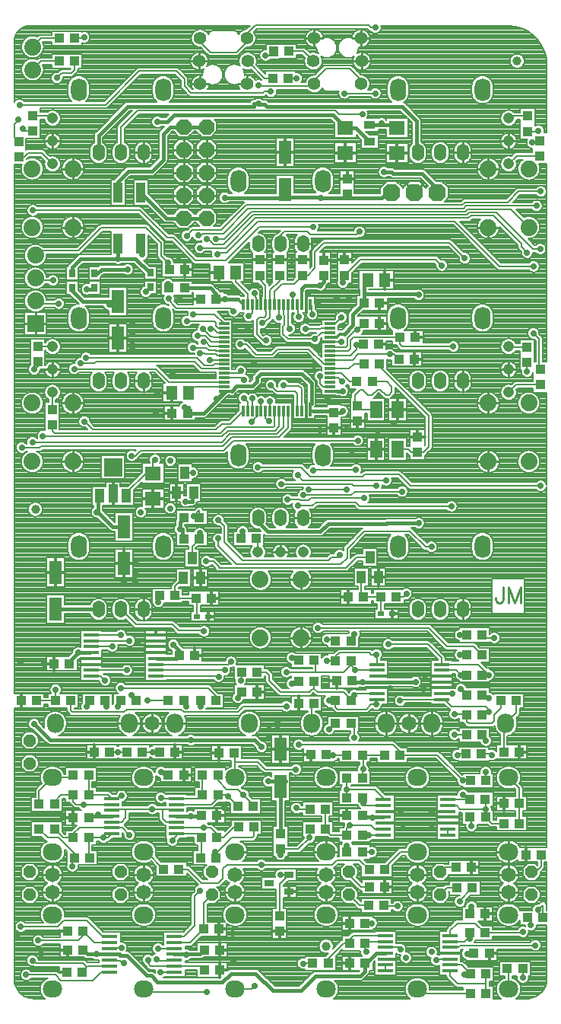
<source format=gtl>
G04 DipTrace 3.3.0.0*
G04 pachinko.GTL*
%MOIN*%
G04 #@! TF.FileFunction,Copper,L1,Top*
G04 #@! TF.Part,Single*
%AMOUTLINE0*
4,1,8,
0.01574,-0.038,
0.038,-0.01574,
0.038,0.01574,
0.01574,0.038,
-0.01574,0.038,
-0.038,0.01574,
-0.038,-0.01574,
-0.01574,-0.038,
0.01574,-0.038,
0*%
%AMOUTLINE3*
4,1,8,
0.014159,0.034184,
0.034184,0.014159,
0.034184,-0.014159,
0.014159,-0.034184,
-0.014159,-0.034184,
-0.034184,-0.014159,
-0.034184,0.014159,
-0.014159,0.034184,
0.014159,0.034184,
0*%
%AMOUTLINE6*
4,1,8,
0.010769,0.026,
0.026,0.010769,
0.026,-0.010769,
0.010769,-0.026,
-0.010769,-0.026,
-0.026,-0.010769,
-0.026,0.010769,
-0.010769,0.026,
0.010769,0.026,
0*%
%AMOUTLINE9*
4,1,8,
-0.010769,-0.026,
-0.026,-0.010769,
-0.026,0.010769,
-0.010769,0.026,
0.010769,0.026,
0.026,0.010769,
0.026,-0.010769,
0.010769,-0.026,
-0.010769,-0.026,
0*%
G04 #@! TA.AperFunction,Conductor*
%ADD13C,0.015*%
%ADD14C,0.011811*%
%ADD15C,0.014*%
%ADD16C,0.007*%
G04 #@! TA.AperFunction,CopperBalancing*
%ADD18C,0.01*%
%ADD19C,0.013*%
%ADD20C,0.008*%
%ADD26R,0.03937X0.043307*%
%ADD28R,0.055118X0.102362*%
%ADD29R,0.070866X0.062992*%
%ADD30R,0.043307X0.03937*%
%ADD31R,0.051181X0.059055*%
%ADD32R,0.03937X0.086614*%
%ADD33R,0.03937X0.055118*%
%ADD34R,0.027559X0.019685*%
%ADD35C,0.03937*%
%ADD37R,0.047244X0.011811*%
%ADD38R,0.011811X0.047244*%
%ADD40R,0.03937X0.059055*%
%ADD41R,0.03937X0.07874*%
%ADD42R,0.07874X0.07874*%
%ADD43R,0.070866X0.015748*%
%ADD44R,0.03937X0.027559*%
G04 #@! TA.AperFunction,ComponentPad*
%ADD46O,0.075X0.085*%
%ADD47C,0.065*%
%ADD48O,0.085X0.075*%
%ADD49R,0.074X0.074*%
%ADD50C,0.074*%
%ADD51R,0.049213X0.035433*%
%ADD53R,0.027559X0.033465*%
G04 #@! TA.AperFunction,ComponentPad*
%ADD54C,0.047559*%
%ADD56R,0.055118X0.074803*%
G04 #@! TA.AperFunction,ComponentPad*
%ADD58O,0.054X0.074*%
%ADD59O,0.07X0.1*%
%ADD60C,0.055118*%
G04 #@! TA.AperFunction,ViaPad*
%ADD61C,0.027559*%
%ADD129C,0.010807*%
G04 #@! TA.AperFunction,ComponentPad*
%ADD133OUTLINE0*%
%ADD136OUTLINE3*%
%ADD139OUTLINE6*%
%ADD142OUTLINE9*%
%FSLAX26Y26*%
G04*
G70*
G90*
G75*
G01*
G04 Top*
%LPD*%
X2069184Y3944184D2*
D13*
X2049079D1*
X2025333Y3920438D1*
X1874257D1*
Y3938090D1*
Y3921022D1*
X1759375D1*
Y3923358D1*
X1611874D1*
X1592495Y3942737D1*
Y3957547D1*
X1600390D1*
X1673668Y3454262D2*
D14*
Y3515089D1*
D13*
Y3524261D1*
X1687105Y3537698D1*
X1756077D1*
X1770636Y3552257D1*
Y3581273D1*
X1600390Y3957547D2*
X1608287D1*
Y3941860D1*
X1588035Y3921608D1*
X1336745D1*
Y3477102D2*
X1299513D1*
X1336745D2*
X1394923D1*
X1395756Y3476269D1*
D14*
X1417762Y3454262D1*
X1333684Y3073908D2*
X1340451D1*
D13*
X1243936Y2977392D1*
X1173367D1*
X1713038Y2987829D2*
D14*
X1726444D1*
D13*
X1809438D1*
X1815944Y2981324D1*
X1848270D1*
X1854016Y2987069D1*
Y3074896D2*
X1831227D1*
X1830239Y3073908D1*
D14*
X1799117D1*
X1333684D2*
X1366601D1*
D13*
X1389283Y3096590D1*
X1456672D1*
X1478425Y3118344D1*
Y3134297D1*
X1493766Y3149638D1*
X1675807D1*
X1716760Y3108685D1*
Y3018951D1*
D14*
X1713038D1*
Y2987829D1*
X1300946Y3041171D2*
X1333684Y3073908D1*
X1035416Y1903890D2*
D15*
X1041184D1*
D13*
X1125123D1*
X1138739Y1917505D1*
X1125123Y1903890D2*
D3*
X1138739Y1917505D2*
Y1938243D1*
X1112218Y1964764D1*
X1140548Y2469362D2*
X1151783D1*
Y2435694D1*
X1159614Y2427863D1*
X1165821Y2591503D2*
X1195093D1*
Y2635660D1*
X1200080Y2630673D1*
X1160711Y3001957D2*
X1176920D1*
Y2980945D1*
X1173367Y2977392D1*
X1140548Y2469362D2*
Y2501647D1*
X1159492Y2520590D1*
X1299513Y3477102D2*
Y3500297D1*
X1273984Y3525825D1*
X1159976D1*
X2032947Y1208455D2*
X1983463D1*
X1946841D1*
X1940148Y1215148D1*
X1894184Y1806684D2*
Y1801184D1*
X1942245D1*
X2004219D1*
X1983463Y1206182D2*
Y1208455D1*
X1799117Y3310129D2*
D14*
X1827310D1*
X1842084Y3324903D1*
X1861218D1*
D13*
X1898563Y3362248D1*
Y3409466D1*
X1949244Y3460147D1*
Y3499262D1*
Y3546676D1*
X1963930Y3561362D1*
X1949244Y3499262D2*
X2183278D1*
X2186661Y3495879D1*
X1485090Y4332033D2*
X1464632D1*
Y4321716D1*
X912471D1*
X783258Y4192504D1*
Y4118593D1*
X1485090Y4332033D2*
Y4330396D1*
X1511374D1*
X1520337Y4321433D1*
X2113472D1*
X2177949Y4256957D1*
Y4123903D1*
X2183258Y4118593D1*
X894184Y2480601D2*
X845266D1*
X781684Y2544184D1*
Y2603122D1*
X788020Y2596786D1*
Y2615429D1*
X783258Y2118593D2*
X595857D1*
X594184Y2120266D1*
X751951Y1929480D2*
D15*
X746184D1*
D13*
X694895D1*
X656018Y1890604D1*
Y1881684D1*
X2004219Y1801184D2*
X2173399D1*
X1483258Y2518593D2*
Y2501358D1*
X1526142Y2458475D1*
X1755206D1*
X1790941Y2494210D1*
X2045621D1*
X2047131Y2495720D1*
X2187316D1*
X781684Y2544184D2*
X776400D1*
X2316412Y1285227D2*
D16*
X2410996D1*
X2412940Y1287171D1*
X2401197D1*
X2381684Y1306684D1*
X2419184Y1169184D2*
Y1202886D1*
X2413029Y1209041D1*
X1634298Y3454262D2*
Y3495630D1*
X1633669Y3496258D1*
X1657538Y2572504D2*
X1721816D1*
X1737312Y2588000D1*
X1911291D1*
X1929386Y2569905D1*
X2331457D1*
X1799117Y3270758D2*
Y3267723D1*
X1867072D1*
X1873601Y3274252D1*
Y3305392D1*
X1910220Y3342012D1*
X1919142D1*
X1947749Y3370619D1*
X1928307Y3771950D2*
X1916295Y3759938D1*
X1712818D1*
X1697980Y3774776D1*
X1599774D1*
X1581684Y3756685D1*
Y3718593D1*
X1516188Y3454262D2*
Y3536957D1*
X1490814Y3562331D1*
Y3581684D1*
X1519748Y3296680D2*
X1512058Y3288989D1*
X1477804Y3323243D1*
Y3386437D1*
X1489101Y3397734D1*
X1511895D1*
X1519412Y3405251D1*
Y3424377D1*
X1516188Y3427601D1*
Y3454262D1*
X2287692Y1724412D2*
X2112272D1*
X2106348Y1718488D1*
X2114887Y2634647D2*
X1908433D1*
X1892991Y2619205D1*
X1681146D1*
X1690209Y3346701D2*
X1755004D1*
X1757802Y3349499D1*
X1799117D1*
X2465148Y1569184D2*
Y1560719D1*
X2481684Y1544184D1*
X2494184Y1669184D2*
X2477648D1*
X2465148Y1656684D1*
X2494184Y1669184D2*
Y1681684D1*
X2481684Y1694184D1*
X2331684D1*
X2301455Y1724412D1*
X2287692D1*
X1799117Y3369184D2*
X1820816D1*
X1848824Y3397192D1*
X1855042Y3548740D2*
Y3573426D1*
X1863150Y3581534D1*
X2288520Y3624042D2*
X2261702Y3650860D1*
X1932475D1*
X1863150Y3581534D1*
X2287684Y1877955D2*
Y1906702D1*
X2228184Y1966202D1*
X2054093D1*
X2044930Y2683869D2*
X1679850D1*
X1657038Y2706681D1*
X1661661Y3398610D2*
X1657041D1*
Y3451205D1*
X1653983Y3454262D1*
X2287684Y1877955D2*
X2447912D1*
X2494184Y1831684D1*
Y1731684D2*
X2481684Y1744184D1*
X2465148D1*
X2494184Y1831684D2*
X2465148D1*
X1555558Y3454262D2*
Y3510102D1*
X1589804Y3544349D1*
X1640979D1*
X1678314Y3581684D1*
X1701640D1*
X1733075Y3613118D1*
Y3683075D1*
X1772690Y3722690D1*
X2323135D1*
X2389656Y3656169D1*
X2032947Y1285227D2*
Y1292920D1*
X1994184Y1331684D1*
X1871758D1*
Y2642852D2*
X1866955Y2647655D1*
X1862634Y2643333D1*
X1705475D1*
X1720237Y3410551D2*
X1719184D1*
Y3448117D1*
X1713038Y3454262D1*
X1871758Y1331684D2*
Y1295644D1*
X1873219Y1294184D1*
X1871758Y1331684D2*
Y1380223D1*
X1873219Y1381684D1*
X1799117Y3251073D2*
X1879858D1*
X1889345Y3260560D1*
Y3295489D1*
X1902978Y3309122D1*
X2106236D1*
Y3279176D1*
X2115786Y3269626D1*
X2339768D1*
X2004219Y1877955D2*
Y1922689D1*
X2002657Y1921127D1*
X2001791Y2659436D2*
X1902465D1*
X1893747Y2668153D1*
X1585646D1*
X1574022Y3396547D2*
X1575243Y3395327D1*
Y3454262D1*
X1823219Y1894184D2*
X1785887D1*
Y1987583D2*
X1817320D1*
X1823219Y1981684D1*
X2002657Y1921127D2*
X1979740D1*
X1971674Y1929193D1*
X1840563D1*
X1823219Y1911849D1*
Y1894184D1*
X1799117Y3231388D2*
X1888043D1*
X1913999Y3257344D1*
Y3277237D1*
X1915087D1*
Y3279455D1*
X1945597D1*
X1920671Y2858269D2*
X1376157D1*
X1332919Y2815030D1*
X969420D1*
X945525Y2791135D1*
X929594D1*
X1940148Y1131684D2*
X1969184D1*
X2032947D1*
X1940148Y1056684D2*
X1981684D1*
X1799117Y3329814D2*
X1760512D1*
X1733135Y3302437D1*
X1614337D1*
X1592890Y3323884D1*
Y3358580D1*
X1598873Y3364563D1*
Y3404842D1*
X1594928Y3408787D1*
Y3454262D1*
X1725699Y2727841D2*
X1729479Y2731621D1*
X1912211D1*
X1799117Y3211703D2*
X1897363D1*
X1921198Y3235538D1*
X2060030D1*
X2079352D1*
X2101031Y3213858D1*
X1940193Y4287088D2*
X1908665D1*
X1909728Y4288150D1*
X1836647D1*
X1822127Y4302671D1*
X953881D1*
X881684Y4230474D1*
Y4118593D1*
X1614613Y3454262D2*
Y3354791D1*
X1622226Y3347178D1*
X1613113Y2599825D2*
X1667369D1*
Y2595356D1*
X1704105D1*
X1713961Y2605211D1*
X1948968D1*
X2000874Y1702090D2*
Y1721067D1*
X2004219Y1724412D1*
X1823219Y1619184D2*
X1819184D1*
X1794184Y1594184D1*
Y1719184D2*
X1823219D1*
X2000874Y1702090D2*
X1977090D1*
X1956684Y1681684D1*
X1831684D1*
X1823219Y1690148D1*
Y1719184D1*
X1535873Y3454262D2*
Y3515896D1*
X1578314Y3558337D1*
Y3581684D1*
X1535873Y3454262D2*
Y3398138D1*
X1516277Y3378542D1*
X1507437D1*
X1501402Y3372506D1*
X1245874Y2023497D2*
X1243316Y2026055D1*
X1135299D1*
X1108537Y2052818D1*
X947459D1*
X881684Y2118593D1*
X1577648Y777648D2*
Y915936D1*
X1618298Y956585D1*
X1581684Y1069184D2*
Y1044723D1*
Y956585D2*
X1618298D1*
X1710719Y1156684D2*
Y1120136D1*
X1659766Y1069184D1*
X1581684D1*
X1661048Y1802829D2*
Y1823548D1*
X1631684Y1794184D1*
Y1906684D2*
X1642916Y1895451D1*
X1661971D1*
X2461399Y1485281D2*
X2503087D1*
X2506684Y1481684D1*
X2519184Y1994184D2*
X2477648D1*
X2465148Y2006684D1*
X2414755Y1369184D2*
X2381684D1*
X2269184Y1481684D1*
X2106101D1*
X2104720Y1480303D1*
X1709703Y1120136D2*
X1710719D1*
X2104720Y1480303D2*
Y1495303D1*
X2073819Y1526205D1*
X1661087D1*
X1496503Y2987829D2*
Y3029753D1*
X1364842Y1889966D2*
X1353177Y1878299D1*
X1035416D1*
Y1852709D2*
X1337062D1*
X1458030Y3042282D2*
X1461453Y3038860D1*
X1456860Y3034266D1*
Y2988102D1*
X1457132Y2987829D1*
X1437447D2*
Y3027374D1*
X1421703Y3043118D1*
X1310181Y1824290D2*
X1307353Y1827118D1*
X1035416D1*
X1089755Y1719184D2*
X996949D1*
X919184Y1981684D2*
X918161Y1980661D1*
X751951D1*
X948613Y1719184D2*
Y1723812D1*
X929412Y1743013D1*
X908030Y1851945D2*
X752715D1*
X751951Y1852709D1*
Y1827118D2*
X792732D1*
X812223Y1807627D1*
X819184Y1694184D2*
X813508D1*
Y1716789D1*
X811113Y1719184D1*
X1298613D2*
Y1739755D1*
X1264025Y1774342D1*
X881684D1*
Y2006252D2*
X751951D1*
X2316420Y1131684D2*
Y1157266D1*
X2316412Y1157274D1*
X2710442Y803013D2*
X2731684Y824255D1*
Y769184D1*
X2723210Y2659875D2*
X2151814D1*
X2102081Y2709608D1*
X1950632D1*
X1941871Y2700846D1*
X1712819D1*
X1672766Y2740899D1*
X1482517D1*
X1455965Y2940736D2*
X1467109Y2951879D1*
X1466367D1*
X1476818Y2962329D1*
Y2987829D1*
X2356132Y898800D2*
X2311300D1*
X2281684Y869184D1*
X2244076Y2393073D2*
X2216705D1*
X2148433Y2461345D1*
X1949824D1*
X1873277Y2384798D1*
Y2342386D1*
X1846383Y2315492D1*
X1388391D1*
X1358459Y2345424D1*
Y2346244D1*
X1308590Y2396113D1*
Y2428811D1*
X1407660Y3163161D2*
X1397147Y3152648D1*
X1333684D1*
X1968230Y822118D2*
X1928749D1*
X1881684Y869184D1*
X1840535Y2357241D2*
X1830600Y2347306D1*
X1804059D1*
X1791319Y2334566D1*
X1415932D1*
X1336314Y2414184D1*
Y2482576D1*
X1308958Y2509932D1*
X1421276Y3124535D2*
X1416827D1*
X1425255Y3132963D1*
X1333684D1*
X1799117Y3290444D2*
X1847344D1*
X1848290Y3291390D1*
X1799117Y3290444D2*
X1768811D1*
X1745480Y3267113D1*
X1476818Y3454262D2*
X1475881D1*
Y3483388D1*
X1467311Y3491958D1*
Y3502538D1*
X1515661Y4543731D2*
X1569802D1*
X1551646Y4561887D1*
X1333684Y3369184D2*
Y3370080D1*
X1293018Y3410745D1*
X1199682D1*
X1220730Y3756289D2*
X1232656D1*
X1241339Y3764971D1*
X1330319D1*
X1439220Y3873873D1*
X2383996D1*
X2395825Y3885702D1*
X2704782D1*
X2712576Y4214755D2*
X2709514Y4211693D1*
X2665101D1*
X1333684Y3349499D2*
X1307980D1*
X1297408Y3360071D1*
Y3374896D1*
X1290925Y3381379D1*
X1169957D1*
Y3753954D2*
X1196258Y3780256D1*
X1322482D1*
X1430673Y3888447D1*
X2378979D1*
X2391075Y3900543D1*
X2576936D1*
X2624794Y3948402D1*
X2722424D1*
X2686471Y4162798D2*
X2709273D1*
X2717572Y4171097D1*
X1333684Y3290444D2*
X1277344D1*
X1251001Y3316786D1*
X1217698D1*
X1228106Y3700968D2*
X1340673D1*
X1471974Y3832269D1*
X2405899D1*
X2416925Y3843295D1*
X2515101D1*
X2638719Y3719677D1*
Y3705195D1*
X2663115Y3680799D1*
Y3159576D2*
Y3198684D1*
X2661963Y3199836D1*
X1333684Y3270758D2*
X1271726D1*
X1253420Y3289064D1*
X1243559D1*
X1303361Y3674979D2*
X1302159Y3676181D1*
X1307648Y3681671D1*
X1346188D1*
X1482189Y3817672D1*
X2343824D1*
X2541140Y3620356D1*
X2691336D1*
X2690693Y3327470D2*
X2716384Y3301778D1*
Y3173618D1*
X2720827Y3169176D1*
X1673668Y2987829D2*
Y3085226D1*
X1662804Y3096089D1*
X1599210D1*
X1594778Y3100521D1*
X1652816Y4443545D2*
X1616753D1*
X1615653Y4444646D1*
X1535873Y2987829D2*
Y3029106D1*
X1415550Y2460560D2*
X1409333D1*
Y2430365D1*
X1408480Y2429512D1*
X1614613Y2987829D2*
Y2912516D1*
X1575428Y2873331D1*
X1367332D1*
X1327409Y2833408D1*
X531291D1*
X524942Y2827059D1*
X447055D1*
X452453Y4224274D2*
X463041Y4213686D1*
X496417D1*
X1653983Y2987829D2*
Y3064161D1*
X1644314Y3073831D1*
X1566503D1*
X1539900Y3100433D1*
Y4385274D2*
X1509340D1*
X1503352Y4379286D1*
X1189736D1*
X1160228Y4408794D1*
Y4440766D1*
X1125451Y4475543D1*
X962741D1*
X814858Y4327660D1*
X437349D1*
X432068Y4262119D2*
X414971Y4245022D1*
Y4186735D1*
X434069Y4167636D1*
X1575243Y2987829D2*
Y2920067D1*
X1556718Y2901542D1*
X1350424D1*
X1326504Y2877622D1*
X539694D1*
X501883Y3168959D2*
X517455Y3184530D1*
Y3203492D1*
X1555558Y2987829D2*
Y2921411D1*
X1549794Y2915647D1*
X1343295D1*
X1318478Y2890829D1*
X590793D1*
X580297Y2901325D1*
Y2925362D1*
X2560719Y1494184D2*
Y1610219D1*
X2569684Y1619184D1*
Y1619684D1*
X2615148Y1665148D1*
Y1719184D1*
X1394184Y1731684D2*
X1410719Y1748219D1*
Y1756684D1*
X1406684Y1806684D2*
X1410719Y1810719D1*
Y1844184D1*
X1873219Y1481684D2*
X1813016D1*
X1783810D1*
X1783144Y1482349D1*
X1813016Y1480307D2*
Y1481684D1*
X1381684Y1382184D2*
Y1449403D1*
Y1486113D1*
X1377648Y1490148D1*
X1381684Y1449403D2*
X1483181D1*
X1515003Y1417581D1*
X1649241D1*
X1650655Y1248723D2*
X1655194Y1244184D1*
X1710719D1*
X2627648Y1181684D2*
Y1269184D1*
Y1336219D1*
X2581684Y1382184D1*
X1718684Y1619184D2*
Y1697719D1*
X1727648Y1706684D1*
X1745908Y2038243D2*
X2230017D1*
X2311736Y1956524D1*
X2427808D1*
X2465148Y1919184D1*
X511113Y1719184D2*
X594184D1*
X595791Y1767802D2*
X594184Y1766194D1*
Y1719184D1*
X1618575Y4561887D2*
X1682682D1*
X1725386Y4519184D1*
X1548724Y4444646D2*
X1512732D1*
X1437982Y4519396D1*
X2325184Y588093D2*
X2269235D1*
X2263934Y582793D1*
X2368163Y839947D2*
X2364447D1*
Y840186D1*
X2423062Y898800D1*
X906051Y2615429D2*
Y2629858D1*
X990798Y2714605D1*
X1023177D1*
Y2765244D1*
X1031193Y2773260D1*
X991192Y3508919D2*
X1011450Y3529177D1*
X2032947Y1259636D2*
X1953731D1*
X1944184Y1269184D1*
Y1419184D2*
X1940148Y1415148D1*
Y1381684D1*
X1944184Y1269184D2*
Y1290148D1*
X1940148Y1294184D1*
Y1481684D2*
X2036411D1*
X2037791Y1480303D1*
X1944184Y1419184D2*
Y1477648D1*
X1940148Y1481684D1*
X1799117Y3172333D2*
X1882436D1*
X1904286Y3194184D1*
X1948219D1*
X1799117Y3152648D2*
X1848219D1*
X1885719Y3115148D1*
X1916370D1*
X2720827Y3102247D2*
X2614747D1*
X2581684Y3069184D1*
X2394470Y1485281D2*
X2360281D1*
X2356684Y1481684D1*
X2344354Y1660946D2*
X2398219D1*
Y1656684D1*
Y1569184D2*
Y1570575D1*
X2343917D1*
X2548219Y1719184D2*
Y1685719D1*
X2519184Y1656684D1*
Y1631684D1*
X2506684Y1619184D1*
X2406684D1*
X2398219Y1627648D1*
Y1656684D1*
X2335071Y1749016D2*
X2288671D1*
X2287684Y1750003D1*
X2661963Y3266765D2*
X2584102D1*
X2581684Y3269184D1*
X1333684Y3093593D2*
X1204761D1*
X1179131Y3067963D1*
X2325184Y690455D2*
Y712684D1*
X2356684Y744184D1*
X2435764D1*
X2478072Y701875D1*
X2643344Y545740D2*
Y507524D1*
X2644184Y506684D1*
Y706684D2*
X2639375Y701875D1*
X2478072D1*
X2398219Y1744184D2*
Y1750531D1*
X2378984Y1769766D1*
X2372711D1*
X2369184Y2006684D2*
X2398219D1*
Y1919184D2*
X2369184D1*
X2398219Y1831684D2*
X2372711D1*
X2287684Y1852365D2*
X2352030D1*
X2372711Y1831684D1*
X2717572Y4104168D2*
X2616668D1*
X2581684Y4069184D1*
X2032947Y1157274D2*
X1993593D1*
X1977613Y1173255D1*
X1886260D1*
X1873219Y1160214D1*
Y1131684D1*
X1802648D1*
X1777648Y1156684D1*
X1873219Y1056684D2*
Y1084306D1*
X1777648Y1156684D2*
Y1244184D1*
X434069Y4100707D2*
X457178D1*
X473258Y4116787D1*
X534080D1*
X581684Y4069184D1*
X1437447Y3454262D2*
Y3500873D1*
X1384719Y3553601D1*
Y3594222D1*
X496417Y4280615D2*
X570252D1*
X581684Y4269184D1*
Y3069184D2*
X580297D1*
Y2992291D1*
X2665101Y4278622D2*
X2591122D1*
X2581684Y4269184D1*
X517455Y3270421D2*
X580446D1*
X581684Y3269184D1*
X2581684Y456184D2*
Y540471D1*
X2576415Y545740D1*
X661113Y1719184D2*
Y1677255D1*
X669184Y1669184D1*
X894184D1*
X906684Y1681684D1*
X1144184D1*
X1156684Y1669184D1*
X1394184D1*
X1419184Y1694184D1*
X1606684D1*
Y1844184D2*
X1736360D1*
X1856684D1*
X1890148Y1877648D1*
Y1894184D1*
X2004219Y1852365D2*
X1911003D1*
X1909735Y1853632D1*
X1890148Y1873219D1*
Y1894184D1*
X1905853Y2011470D2*
X1890148Y1995765D1*
Y1981684D1*
X1736360Y1844184D2*
Y1887992D1*
X1728900Y1895451D1*
X2325184Y664865D2*
X2389865D1*
X2411143Y686143D1*
Y701875D1*
Y677224D1*
X2419652Y817122D2*
X2406684D1*
Y789588D1*
X2410768Y785504D1*
X2004219Y1750003D2*
X1912503D1*
X1906194Y1743694D1*
X1890148Y1727648D1*
Y1719184D1*
Y1723219D1*
X1856684Y1756684D1*
X1744184D1*
X1729222Y1771646D1*
X1727978Y1772890D1*
Y1802829D1*
X1905025Y1557531D2*
Y1619184D1*
X1890148D1*
X1729222Y1771646D2*
X1721646D1*
X1706684Y1756684D1*
X1581684D1*
X1531684Y1806684D1*
Y1831684D1*
X1519184Y1844184D1*
X1477648D1*
X2681684Y969184D2*
X2700181D1*
X2723613Y992615D1*
Y1044184D1*
X2325184Y639274D2*
X2360850D1*
X2367245Y645669D1*
X2696123D1*
X2698689Y648235D1*
X2679881Y736287D2*
Y754058D1*
X2664755Y769184D1*
X2041719Y536912D2*
Y562503D1*
X2316412Y1259636D2*
X2353731D1*
X2369184Y1244184D1*
X2481684D1*
Y1406684D2*
Y1369184D1*
Y1244184D2*
Y1210766D1*
X2479958Y1209041D1*
X2481684Y1244184D2*
Y1285356D1*
X2479869Y1287171D1*
X2560719Y1181684D2*
X2507315D1*
X2479958Y1209041D1*
X1973008Y4240718D2*
D13*
X2030102D1*
X2078159D1*
X2093072Y4225804D1*
X2269184Y3944184D2*
Y3961294D1*
X2202432Y4028046D1*
X2074165D1*
X2067958Y4034253D1*
X2035891D1*
X2023478Y4247342D2*
X2030102Y4240718D1*
X610719Y4619184D2*
D16*
X531684D1*
X494184Y4581684D1*
X2481068Y437741D2*
Y480412D1*
Y521980D1*
X2481866Y522778D1*
X2325192Y536912D2*
Y513176D1*
X2357955Y480412D1*
X2481068D1*
X2325184Y562503D2*
X2375213D1*
X2414937Y522778D1*
X2387151D1*
Y521345D1*
X2399983Y611000D2*
X2402493Y613510D1*
X2429912D1*
X1046216Y2151646D2*
X1051882Y2157310D1*
Y2178484D1*
X2041719Y639274D2*
X2099093D1*
X2106684Y631684D1*
X2094184Y819184D2*
X2038093D1*
X2035159Y822118D1*
X2041719Y690455D2*
X1902955D1*
X1885719Y673219D1*
Y656684D1*
X1790148Y569184D2*
Y590148D1*
X1856684Y656684D1*
X1885719D1*
X2414139Y437741D2*
X2200126D1*
X2181684Y456184D1*
X1680444Y568248D2*
X1681379Y569184D1*
X1723219D1*
X1952648Y656684D2*
Y623219D1*
X1956684Y619184D1*
X1981684Y744184D2*
X1952648D1*
X2041719Y664865D2*
X1960829D1*
X1952648Y656684D1*
X1481684Y2369184D2*
Y2423237D1*
X1475409Y2429512D1*
X2351527Y989043D2*
X2301543D1*
X2281684Y969184D1*
X1116412Y634046D2*
X1044184D1*
X1056684Y1294184D2*
X1060412Y1290455D1*
X1125184D1*
X1223526D1*
X1239755Y1306684D1*
Y1394184D2*
Y1306684D1*
X981684Y1057184D2*
X993684D1*
X1069184Y981684D1*
X2037185Y978660D2*
Y986785D1*
X2107584Y1057184D1*
X2181684D1*
X1881684Y969184D2*
Y956684D1*
X1934424Y903944D1*
X1971588D1*
X677255Y1031684D2*
Y1048613D1*
X606684Y1119184D1*
X560719D1*
X523219Y1156684D1*
X669184Y994184D2*
Y1023613D1*
X677255Y1031684D1*
X2021923Y2098678D2*
Y2173366D1*
X2022501Y2173945D1*
X1946896D1*
X1946235Y2173283D1*
X1936311Y2259671D2*
Y2183207D1*
X1946235Y2173283D1*
X610719Y4519184D2*
X531684D1*
X494184Y4481684D1*
X1215052Y2087356D2*
Y2164281D1*
X1211314Y2168020D1*
X1129276D1*
X1118811Y2178484D1*
Y2219310D1*
X1156109Y2256608D1*
X1461113Y1256684D2*
Y1264755D1*
X1394184Y1331684D1*
X1344184D1*
X1306684Y1369184D1*
Y1394184D1*
X1381684Y456184D2*
X1456184D1*
X1469184Y469184D1*
X1419184Y1306684D2*
X1421129D1*
X1394184Y1331684D1*
X841719Y1162503D2*
X700003D1*
X673219Y1135719D1*
Y1119184D1*
X627648D1*
X590148Y1156684D1*
X841719Y1162503D2*
X888365D1*
X919184Y1131684D1*
X869184Y1694184D2*
Y1706684D1*
X881684Y1719184D1*
X1256684Y3831684D2*
D13*
X1156684D1*
X1081487D1*
X969184Y3943987D1*
X2089430Y2173945D2*
D16*
X2120769D1*
X2134068Y2187244D1*
X523219Y1265148D2*
Y1323719D1*
X581684Y1382184D1*
X661219D1*
X673219Y1394184D1*
X841719Y1264865D2*
X717713D1*
X686003D1*
X673219Y1277648D1*
Y1306684D1*
X619184D1*
X590148Y1277648D1*
Y1265148D1*
X744184Y1719184D2*
Y1706684D1*
X731684Y1694184D1*
X717713Y1262795D2*
Y1264865D1*
X1125184Y1162503D2*
X1244858D1*
X1275865D1*
X1302648Y1135719D1*
Y1120402D1*
X1332902D1*
X1377648Y1165148D1*
X1398219D1*
X1169184Y1694182D2*
X1162934Y1687933D1*
X1156684Y1694184D1*
Y1719184D1*
X1306684Y1306684D2*
X1344184D1*
X1350240Y1300627D1*
X1394184Y1256684D1*
X1306684Y1306684D2*
Y1294184D1*
X1277365Y1264865D1*
X1125184D1*
X1231684Y1694184D2*
Y1719184D1*
X1999926Y2992412D2*
X1938115D1*
X1919415Y3011113D1*
X1983299Y3115148D2*
X2048219D1*
X2069184Y3094184D1*
Y3069184D1*
X2056684Y3056684D1*
X2044184D1*
X2019184Y3081684D1*
X2006684D1*
X1981684Y3056684D1*
X1966558D1*
X1941558Y3081684D1*
X1931684D1*
X1906684Y3056684D1*
Y3011113D1*
X1919415D1*
X1298613Y1031684D2*
Y1048768D1*
X1306529Y1056684D1*
X1369029Y1119184D1*
X1456684D1*
X1465148Y1127648D1*
Y1165148D1*
X981684Y456184D2*
Y444184D1*
X1256684D1*
X1294184Y1056684D2*
X1306529D1*
X869184Y3943987D2*
D13*
Y3991504D1*
X915025Y4037345D1*
X1017432D1*
X1067084Y4086997D1*
Y4199749D1*
X1099018Y4231684D1*
X1156684D1*
X1256684D1*
X2015148Y3194184D2*
D16*
Y3181853D1*
X2231684Y2965318D1*
Y2831684D1*
X2206684Y2806684D1*
X2155588D1*
X2143088Y2819184D1*
X2094415D1*
X2181915Y2806684D2*
X2155588D1*
X1116412Y659636D2*
X1184636D1*
X1244184Y719184D1*
Y832503D1*
X1280865Y869184D1*
X1116412Y685227D2*
X1157744D1*
X1204904Y732387D1*
Y863207D1*
X1229524Y887827D1*
X1125192Y1136912D2*
Y1125192D1*
X1106684Y1106684D1*
X1038404Y587306D2*
X1044026Y581684D1*
X1115231D1*
X1116412Y582865D1*
X1235719Y1120402D2*
Y1035719D1*
X1231684Y1031684D1*
X1125192Y1136912D2*
X1219209D1*
X1235719Y1120402D1*
X1116412Y557274D2*
X1218593D1*
X1220105Y555762D1*
X1232605D1*
X1248219Y540148D1*
X1001147Y584719D2*
Y568552D1*
X1013058Y556642D1*
X1059835D1*
X1060467Y557274D1*
X1116412D1*
X1116420Y531684D2*
X1058791D1*
X1056174Y529067D1*
X832947Y582865D2*
Y581684D1*
X881048D1*
Y577051D1*
X888916Y569184D1*
X894184D1*
X804631Y1119184D2*
X823991D1*
X841719Y1136912D1*
X804631Y1119184D2*
X740148D1*
Y1035719D1*
X744184Y1031684D1*
X832947Y557274D2*
X736703D1*
X732567Y553138D1*
X711113Y531684D1*
X494184Y581684D2*
X506684Y569184D1*
X716521D1*
X732567Y553138D1*
X832947Y531684D2*
X794184D1*
X756684Y494184D1*
X619184D1*
X594184Y519184D1*
X466551D1*
X832947Y634046D2*
Y637392D1*
X883597D1*
X884743Y1302353D2*
X876638D1*
X864740Y1290455D1*
X841719D1*
X740148Y1394184D2*
Y1306684D1*
X825491D1*
X841719Y1290455D1*
X832947Y659636D2*
X766231D1*
X715148Y710719D1*
Y690148D1*
X694184Y669184D1*
X519184D1*
X442458Y729718D2*
X604718D1*
X631684Y756684D1*
X731684D1*
X803140Y685227D1*
X832947D1*
X869184Y3719184D2*
D13*
Y3654253D1*
X1041566Y4253757D2*
X1085686D1*
X1115129Y4283199D1*
X1811004D1*
X1865992Y4228211D1*
X1910711D1*
X1973008Y4165915D1*
X869184Y3654253D2*
X706319D1*
X667499Y3615433D1*
Y3590382D1*
X869184Y3654253D2*
X945812D1*
X1007896Y3592169D1*
X1011450D1*
X766085Y3589676D2*
X779302D1*
X796909Y3607283D1*
X911153D1*
X975672Y3671802D2*
X969184Y3678290D1*
Y3719184D1*
X1162678Y2717287D2*
D16*
X1196659D1*
Y3264892D2*
X1253849D1*
X1266944Y3251798D1*
X1300272D1*
X1299547Y3251073D1*
X1333684D1*
X1136113Y981684D2*
X1173920D1*
X1235846Y919757D1*
X1309195D1*
X1328982Y939543D1*
Y982491D1*
X1347140Y1000650D1*
X1497787D1*
X1808000D1*
X1826807Y1019457D1*
X1929459D1*
X1970256Y978660D1*
X506684Y3669184D2*
Y3688731D1*
X695210D1*
X796569Y3790092D1*
X991251D1*
X1056787Y3724555D1*
Y3667911D1*
X1087978Y3636719D1*
Y3640346D1*
X1095013Y3633311D1*
Y3606171D1*
X1087978Y3543285D2*
X1093047Y3538215D1*
Y3525825D1*
X1799117Y3192018D2*
X1771678D1*
X1705680Y3258017D1*
X1568198D1*
X1544587Y3234405D1*
X1475097D1*
X1430664Y3278839D1*
X1406294D1*
X1376303Y3424148D2*
X1362815Y3437636D1*
X1125075D1*
X1083680Y3479031D1*
X1092596D1*
X1333684Y3172333D2*
X1234361D1*
X1204194Y3202500D1*
X770386D1*
X764113Y3196227D1*
X704405D1*
X601261Y4445138D2*
X623163Y4467041D1*
X664848D1*
X677648Y4479841D1*
Y4519184D1*
X1457132Y3454262D2*
Y3417043D1*
X1442577Y3402488D1*
X1485472Y4413873D2*
X1489063Y4410282D1*
X1729323D1*
Y4419184D1*
Y4434388D1*
X1780122Y4485186D1*
X1885606D1*
X1934046Y4436747D1*
Y4419184D1*
X1333684Y3329814D2*
X1304442D1*
X1287143Y3347113D1*
X1276434D1*
X1298689Y3740581D2*
X1336117D1*
X1455832Y3860297D1*
X2390913D1*
X2402184Y3871566D1*
X2590302D1*
X2670684Y3791184D1*
X1333684Y3310129D2*
X1287268D1*
X1282971Y3314425D1*
X1274572D1*
X1242257Y3346740D1*
X1257489Y3738933D2*
X1264081D1*
X1287483Y3715531D1*
X1331261D1*
X1462013Y3846283D1*
X2398294D1*
X2409442Y3857430D1*
X2528965D1*
X2689640Y3696755D1*
X2720703D1*
X1799117Y3132963D2*
X1834860D1*
X1851766Y3116056D1*
X1861604Y4377626D2*
X1997732D1*
Y4666329D2*
X1976900D1*
X1967174Y4676055D1*
X1470890D1*
X1435508Y4640673D1*
Y4617211D1*
X1433323Y4619396D1*
X1434045D1*
Y4603209D1*
X1388505Y4557669D1*
X1275214D1*
X1229321Y4603563D1*
Y4619396D1*
X1516188Y2987829D2*
Y2956294D1*
X1530474Y2942008D1*
X1799117Y3093593D2*
X1769579D1*
X1756320Y3106852D1*
Y3139840D1*
X1754362D1*
X1724543Y3793904D2*
X1489638D1*
X1342695Y3646962D1*
X1209405D1*
X1110188Y3746180D1*
X1083660D1*
X963713Y3866127D1*
X495377D1*
X1594928Y2987829D2*
Y2917471D1*
X1564892Y2887436D1*
X1359143D1*
X1323387Y2851680D1*
X493774D1*
X1417762Y2987829D2*
Y2985867D1*
X1362216Y2930321D1*
X1323957D1*
X1299115Y2905480D1*
X759572D1*
X723357Y2941695D1*
X721094D1*
X583909Y3559048D2*
X516819D1*
X506684Y3569184D1*
X1333684Y3113278D2*
X1093117D1*
X1034911Y3171484D1*
X677516D1*
X608674Y3457055D2*
X518812D1*
X506684Y3469184D1*
X1973713Y2346285D2*
X1913979D1*
X1868819Y2301125D1*
X1311261D1*
Y2305123D1*
X1286846Y2329538D1*
X1256415D1*
X1202521Y2527904D2*
X1226421Y2551804D1*
Y2520590D1*
X1229684Y3240622D2*
X1252762D1*
Y3237925D1*
X1298073D1*
X1304610Y3231388D1*
X1333684D1*
Y3192018D2*
X1290258D1*
X1285281Y3187041D1*
X1246709D1*
X1213635Y3220114D1*
X729690D1*
X720378Y4623596D2*
X715966Y4619184D1*
X677648D1*
X2041719Y613684D2*
D13*
X2001184D1*
X1956684Y569184D1*
X1952648D1*
X832947Y608455D2*
X774596D1*
X734341D1*
X715148Y627648D1*
X841719Y1213684D2*
X775605D1*
X747148D1*
X740148Y1206684D1*
X781105Y1219184D2*
X775605Y1213684D1*
X832947Y608455D2*
X874436D1*
X879651Y603240D1*
X907400D1*
X995542Y515098D1*
X1013676D1*
X1041778Y486996D1*
X1326079D1*
X1363752Y524669D1*
X1473234D1*
X1548619Y449283D1*
X1671352D1*
X1735820Y513752D1*
X1931719D1*
X1952648Y534681D1*
Y569184D1*
X830004Y3453331D2*
X834289Y3449046D1*
X869384Y3484142D1*
Y3467374D1*
X667499Y3527390D2*
Y3514236D1*
X714361Y3467374D1*
X869384D1*
X1125184Y1213684D2*
X1187928D1*
X1234255D1*
X1235719Y1215148D1*
X1116412Y608455D2*
X1167412D1*
X1229026D1*
X1248219Y627648D1*
X1169184Y606684D2*
X1167412Y608455D1*
X1581684Y1136113D2*
Y1344184D1*
X1187928Y1546860D2*
X1467365D1*
X1497747Y1516478D1*
X1528190Y1365752D2*
X1603252D1*
X1581684Y1344184D1*
X1187928Y1546860D2*
X571631D1*
X500942Y1617548D1*
X732623Y3520626D2*
X766085D1*
Y3526684D1*
X906684Y1494184D2*
D16*
X867594D1*
X831684D1*
X844184Y1956684D2*
X753564D1*
X751951Y1955071D1*
X973613Y1494184D2*
X1021442D1*
X1052255D1*
X1056684Y1406684D2*
X1069184Y1394184D1*
X1089755D1*
X1019184Y1244184D2*
X1065059D1*
X1120274D1*
X1125184Y1239274D1*
X1019184Y1244184D2*
X903139D1*
X846629D1*
X841719Y1239274D1*
Y1188093D2*
X886115D1*
X903139Y1205117D1*
Y1244184D1*
X1125184Y1188093D2*
X1079966D1*
X1065059Y1203000D1*
Y1244184D1*
X1193510Y2343222D2*
Y2394831D1*
X1226543Y2427863D1*
X1333684Y3211703D2*
X1270953D1*
X1227144Y2452407D2*
X1238150D1*
Y2416257D1*
X1226543Y2427863D1*
D61*
X1336745Y3921608D3*
Y3477102D3*
X1854016Y2987069D3*
Y3074896D3*
X1300946Y3041171D3*
X1756077Y3537698D3*
X1759375Y3921022D3*
X1112218Y1964764D3*
X1140548Y2469362D3*
X1165821Y2591503D3*
X1160711Y3001957D3*
X1140548Y2469362D3*
X1983463Y1206182D3*
X1942245Y1801184D3*
X2186661Y3495879D3*
X1485090Y4332033D3*
D3*
X694895Y1929480D3*
X2173399Y1801184D3*
X2187316Y2495720D3*
X776400Y2544184D3*
X2381684Y1306684D3*
X2419184Y1169184D3*
X1633669Y3496258D3*
X1657538Y2572504D3*
X2331457Y2569905D3*
X2381684Y1306684D3*
X1928307Y3771950D3*
X1919142Y3342012D3*
X1519748Y3296680D3*
X2106348Y1718488D3*
X2114887Y2634647D3*
X1681146Y2619205D3*
X1690209Y3346701D3*
X2481684Y1544184D3*
X2494184Y1669184D3*
D3*
X1848824Y3397192D3*
X1855042Y3548740D3*
X2288520Y3624042D3*
X2054093Y1966202D3*
X2044930Y2683869D3*
X1657038Y2706681D3*
X1661661Y3398610D3*
X2494184Y1831684D3*
Y1731684D3*
X2389656Y3656169D3*
X1871758Y1331684D3*
Y2642852D3*
X1705475Y2643333D3*
X1720237Y3410551D3*
X2339768Y3269626D3*
X2002657Y1921127D3*
X2001791Y2659436D3*
X1585646Y2668153D3*
X1574022Y3396547D3*
X1785887Y1894184D3*
Y1987583D3*
X1920671Y2858269D3*
X929594Y2791135D3*
X1915087Y3277237D3*
X1981684Y1056684D3*
X1969184Y1131684D3*
X1725699Y2727841D3*
X1912211Y2731621D3*
X1733135Y3302437D3*
X1969184Y1131684D3*
X1940193Y4287088D3*
X2060030Y3235538D3*
X1622226Y3347178D3*
X1613113Y2599825D3*
X1948968Y2605211D3*
X2000874Y1702090D3*
X1794184Y1594184D3*
Y1719184D3*
X2000874Y1702090D3*
X1501402Y3372506D3*
X1245874Y2023497D3*
X1581684Y1044723D3*
Y956585D3*
X1631684Y1794184D3*
Y1906684D3*
X2506684Y1481684D3*
X2519184Y1994184D3*
X2381684Y1369184D3*
X2506684Y1481684D3*
X1709703Y1120136D3*
X1631684Y1794184D3*
X1661087Y1526205D3*
X1496503Y3029753D3*
X1364842Y1889966D3*
X1337062Y1852709D3*
X1458030Y3042282D3*
X1421703Y3043118D3*
X1310181Y1824290D3*
X996949Y1719184D3*
X919184Y1981684D3*
X929412Y1743013D3*
X908030Y1851945D3*
X812223Y1807627D3*
X819184Y1694184D3*
X881684Y1774342D3*
Y2006252D3*
X2710442Y803013D3*
X2723210Y2659875D3*
X1482517Y2740899D3*
X1455965Y2940736D3*
X2244076Y2393073D3*
X1308590Y2428811D3*
X1407660Y3163161D3*
X1840535Y2357241D3*
X1308958Y2509932D3*
X1421276Y3124535D3*
X1467311Y3502538D3*
X1515661Y4543731D3*
X1199682Y3410745D3*
X1220730Y3756289D3*
X2704782Y3885702D3*
X2712576Y4214755D3*
X1169957Y3381379D3*
Y3753954D3*
X2722424Y3948402D3*
X2686471Y4162798D3*
X1217698Y3316786D3*
X1228106Y3700968D3*
X2663115Y3680799D3*
Y3159576D3*
X1243559Y3289064D3*
X1303361Y3674979D3*
X2691336Y3620356D3*
X2690693Y3327470D3*
X1594778Y3100521D3*
X1652816Y4443545D3*
X1535873Y3029106D3*
X1415550Y2460560D3*
X447055Y2827059D3*
X452453Y4224274D3*
X1539900Y3100433D3*
Y4385274D3*
X437349Y4327660D3*
X432068Y4262119D3*
X539694Y2877622D3*
X501883Y3168959D3*
X1394184Y1731684D3*
X1406684Y1806684D3*
X1813016Y1480307D3*
X1649241Y1417581D3*
X1650655Y1248723D3*
X1745908Y2038243D3*
X595791Y1767802D3*
X2263934Y582793D3*
X2368163Y839947D3*
X1031193Y2773260D3*
X991192Y3508919D3*
X1944184Y1269184D3*
Y1419184D3*
D3*
X2356684Y1481684D3*
X2344354Y1660946D3*
X2343917Y1570575D3*
X2335071Y1749016D3*
X2644184Y506684D3*
Y706684D3*
X2372711Y1769766D3*
X2369184Y2006684D3*
Y1919184D3*
X2372711Y1831684D3*
D3*
X1873219Y1084306D3*
X1886260Y1173255D3*
X1606684Y1694184D3*
Y1844184D3*
X1905853Y2011470D3*
X1909735Y1853632D3*
X2411143Y677224D3*
X2419652Y817122D3*
X1905025Y1557531D3*
X1906194Y1743694D3*
X2698689Y648235D3*
X2679881Y736287D3*
X2481684Y1244184D3*
Y1406684D3*
X2035891Y4034253D3*
X2023478Y4247342D3*
X2387151Y521345D3*
X2399983Y611000D3*
X1046216Y2151646D3*
X2106684Y631684D3*
X2094184Y819184D3*
X1680444Y568248D3*
X1956684Y619184D3*
X1981684Y744184D3*
X1044184Y634046D3*
X1056684Y1294184D3*
X669184Y994184D3*
X1469184Y469184D3*
X1419184Y1306684D3*
X919184Y1131684D3*
X869184Y1694184D3*
X2134068Y2187244D3*
X731684Y1694184D3*
X717713Y1262795D3*
X1169184Y1694182D3*
X1244858Y1162503D3*
X1231684Y1694184D3*
X1350240Y1300627D3*
X1256684Y444184D3*
X1294184Y1056684D3*
X1229524Y887827D3*
X1106684Y1106684D3*
X1038404Y587306D3*
X1001147Y584719D3*
X1056174Y529067D3*
X894184Y569184D3*
X804631Y1119184D3*
D3*
X494184Y581684D3*
X466551Y519184D3*
X883597Y637392D3*
X884743Y1302353D3*
X519184Y669184D3*
X442458Y729718D3*
X869184Y3654253D3*
X1041566Y4253757D3*
X911153Y3607283D3*
X975672Y3671802D3*
X1196659Y2717287D3*
Y3264892D3*
X1497787Y1000650D3*
X1196659Y2717287D3*
X1087978Y3543285D3*
Y3636719D3*
X1406294Y3278839D3*
X1376303Y3424148D3*
X1092596Y3479031D3*
X704405Y3196227D3*
X601261Y4445138D3*
X1442577Y3402488D3*
X1485472Y4413873D3*
X1276434Y3347113D3*
X1298689Y3740581D3*
X1242257Y3346740D3*
X1257489Y3738933D3*
X2720703Y3696755D3*
X1851766Y3116056D3*
X1861604Y4377626D3*
X1997732D3*
Y4666329D3*
X1530474Y2942008D3*
X1754362Y3139840D3*
X1724543Y3793904D3*
X495377Y3866127D3*
D3*
X493774Y2851680D3*
D3*
X721094Y2941695D3*
X583909Y3559048D3*
X677516Y3171484D3*
X608674Y3457055D3*
X1256415Y2329538D3*
X1202521Y2527904D3*
X1229684Y3240622D3*
X729690Y3220114D3*
X720378Y4623596D3*
X781105Y1219184D3*
X774596Y608455D3*
X830004Y3453331D3*
X1169184Y606684D3*
X1187928Y1213684D3*
Y1546860D3*
X1497747Y1516478D3*
X1528190Y1365752D3*
X1187928Y1213684D3*
X500942Y1617548D3*
X732623Y3520626D3*
X1187928Y1546860D3*
X844184Y1956684D3*
X867594Y1494184D3*
X1056684Y1406684D3*
X1021442Y1494184D3*
X1019184Y1244184D3*
D3*
X1270953Y3211703D3*
X1227144Y2452407D3*
X1848290Y3291390D3*
X1701542Y3500379D3*
X1382117Y3344412D3*
X1464243Y3201205D3*
X1789062Y3036147D3*
X1754611Y2903601D3*
X1893580Y2814264D3*
X2007441Y2883748D3*
X2077510Y2933379D3*
X1873144Y2907688D3*
X1108815Y3152344D3*
X1041083Y3071181D3*
X1036412Y2984764D3*
X1099472Y2768719D3*
X1097961Y2561109D3*
X969374Y2544152D3*
X1880772Y3480013D3*
X1826999Y3479430D3*
X1743610Y3463281D3*
X1460731Y3538108D3*
X1745480Y3267113D3*
X1483863Y3081001D3*
X1438598Y3344006D3*
X1727818Y3185693D3*
X1374213Y3518063D3*
X1138913Y3476006D3*
X1133832Y3663762D3*
X2108042Y1236341D3*
X2246004Y1235715D3*
Y1177781D3*
X2118829Y1175661D3*
X552006Y703896D3*
X532871Y609715D3*
X542258Y544134D3*
X1375160Y581146D3*
X1372529Y700031D3*
X2131684Y594184D3*
X2244184Y619184D3*
X2106684Y1831684D3*
X2213681Y1830129D3*
X2206684Y1769184D3*
X2060647Y1772404D3*
X546318Y1880886D3*
X441008Y1883713D3*
X957416Y1979413D3*
X1531684Y1556684D3*
Y1594184D3*
X1569184D3*
Y1631684D3*
X894184Y2244184D3*
X944184D3*
Y2281684D3*
Y2319184D3*
X931684Y3256684D3*
Y3294184D3*
Y3331684D3*
Y3369184D3*
X1631684Y3644184D3*
X427307Y678972D3*
X629814Y1208475D3*
X1333575Y1248545D3*
X449961Y4666315D2*
D20*
X1437970D1*
X2024632D2*
X2624375D1*
X438538Y4658446D2*
X1220438D1*
X1238210D2*
X1425157D1*
X1476461D2*
X1721533D1*
X1737101D2*
X1926266D1*
X1941835D2*
X1961610D1*
X2023413D2*
X2646110D1*
X430678Y4650577D2*
X575938D1*
X712429D2*
X1203657D1*
X1254976D2*
X1274845D1*
X1388538D2*
X1408375D1*
X1468585D2*
X1703938D1*
X1754710D2*
X1908657D1*
X1959445D2*
X1974626D1*
X2019335D2*
X2662033D1*
X424601Y4642709D2*
X575938D1*
X738945D2*
X1196173D1*
X1262476D2*
X1266907D1*
X1396476D2*
X1400888D1*
X1467194D2*
X1696329D1*
X1762320D2*
X1901047D1*
X1967054D2*
X1985829D1*
X2009632D2*
X2674094D1*
X420664Y4634840D2*
X528610D1*
X744726D2*
X1191751D1*
X1471617D2*
X1691845D1*
X1766804D2*
X1896563D1*
X1971522D2*
X2684907D1*
X417601Y4626971D2*
X473845D1*
X747054D2*
X1189375D1*
X1473992D2*
X1689407D1*
X1769241D2*
X1894142D1*
X1973961D2*
X2694126D1*
X415601Y4619102D2*
X461251D1*
X746882D2*
X1188642D1*
X1474726D2*
X1688642D1*
X1804178D2*
X1859189D1*
X1974726D2*
X2701782D1*
X414992Y4611234D2*
X453891D1*
X744164D2*
X1189486D1*
X1473882D2*
X1689438D1*
X1815882D2*
X1847486D1*
X1973929D2*
X2709438D1*
X414992Y4603365D2*
X449079D1*
X737664D2*
X1192001D1*
X1471366D2*
X1691923D1*
X1822882D2*
X1840470D1*
X1971461D2*
X2715375D1*
X414992Y4595496D2*
X446033D1*
X542335D2*
X575938D1*
X712429D2*
X1196594D1*
X1466773D2*
X1696438D1*
X1826945D2*
X1836407D1*
X1966929D2*
X2720766D1*
X414992Y4587627D2*
X444423D1*
X543945D2*
X575938D1*
X712429D2*
X1204423D1*
X1458945D2*
X1516875D1*
X1653350D2*
X1704142D1*
X1829304D2*
X1834047D1*
X1959226D2*
X2726173D1*
X414992Y4579758D2*
X444094D1*
X544273D2*
X1224142D1*
X1439226D2*
X1516875D1*
X1653350D2*
X1722517D1*
X1940850D2*
X2730486D1*
X414992Y4571890D2*
X445047D1*
X543320D2*
X1237814D1*
X1425898D2*
X1516875D1*
X1695850D2*
X1738938D1*
X1924445D2*
X2734110D1*
X414992Y4564021D2*
X447329D1*
X541038D2*
X1245689D1*
X1418022D2*
X1498438D1*
X1703726D2*
X1740454D1*
X1828289D2*
X1835063D1*
X1922929D2*
X2737719D1*
X414992Y4556152D2*
X451189D1*
X537178D2*
X1209110D1*
X1241648D2*
X1253563D1*
X1410164D2*
X1421703D1*
X1454257D2*
X1491907D1*
X1824506D2*
X1838845D1*
X1953741D2*
X2741142D1*
X414992Y4548283D2*
X457094D1*
X531273D2*
X575938D1*
X712429D2*
X1197094D1*
X1253678D2*
X1261423D1*
X1402289D2*
X1409689D1*
X1466273D2*
X1489157D1*
X1818976D2*
X1844375D1*
X1966054D2*
X2605063D1*
X2633304D2*
X2743251D1*
X414992Y4540415D2*
X466375D1*
X521992D2*
X575938D1*
X712429D2*
X1190689D1*
X1260069D2*
X1403298D1*
X1472678D2*
X1488970D1*
X1653350D2*
X1680986D1*
X1810210D2*
X1853142D1*
X1972538D2*
X2594438D1*
X2643929D2*
X2745345D1*
X414992Y4532546D2*
X489142D1*
X499226D2*
X522407D1*
X712429D2*
X1186938D1*
X1263835D2*
X1399533D1*
X1476429D2*
X1491282D1*
X1653350D2*
X1687017D1*
X1763757D2*
X1899610D1*
X1976350D2*
X2589298D1*
X2649069D2*
X2747454D1*
X414992Y4524677D2*
X469219D1*
X712429D2*
X1185063D1*
X1265710D2*
X1397657D1*
X1478304D2*
X1497033D1*
X1534304D2*
X1685094D1*
X1765678D2*
X1897689D1*
X1978289D2*
X2586861D1*
X2651506D2*
X2748375D1*
X414992Y4516808D2*
X458766D1*
X712429D2*
X1184782D1*
X1265976D2*
X1397391D1*
X1478569D2*
X1684782D1*
X1765992D2*
X1897375D1*
X1978585D2*
X2586470D1*
X2651898D2*
X2748375D1*
X414992Y4508940D2*
X452282D1*
X712429D2*
X1186094D1*
X1264664D2*
X1398703D1*
X1477273D2*
X1686047D1*
X1764726D2*
X1898642D1*
X1977320D2*
X2588063D1*
X2650304D2*
X2748375D1*
X414992Y4501071D2*
X448033D1*
X540335D2*
X575938D1*
X712429D2*
X1189173D1*
X1304569D2*
X1358798D1*
X1479476D2*
X1689063D1*
X1761710D2*
X1901657D1*
X1974304D2*
X2592001D1*
X2646366D2*
X2748375D1*
X414992Y4493202D2*
X445423D1*
X542945D2*
X575938D1*
X712429D2*
X1194517D1*
X1316085D2*
X1347298D1*
X1487350D2*
X1694329D1*
X1756445D2*
X1764970D1*
X1900757D2*
X1906923D1*
X1969038D2*
X2599689D1*
X2638678D2*
X2748375D1*
X414992Y4485333D2*
X444203D1*
X544164D2*
X659970D1*
X694273D2*
X949361D1*
X1138835D2*
X1203845D1*
X1323022D2*
X1340361D1*
X1495210D2*
X1703501D1*
X1747273D2*
X1757094D1*
X1908632D2*
X1916094D1*
X1959866D2*
X2748375D1*
X414992Y4477465D2*
X444251D1*
X544117D2*
X610407D1*
X694085D2*
X941486D1*
X1146710D2*
X1241673D1*
X1327054D2*
X1336329D1*
X1421664D2*
X1456735D1*
X1503085D2*
X1749219D1*
X1916506D2*
X2748375D1*
X414992Y4469596D2*
X445563D1*
X542804D2*
X591345D1*
X690506D2*
X933626D1*
X1154569D2*
X1239375D1*
X1329350D2*
X1334033D1*
X1423961D2*
X1464610D1*
X1655216D2*
X1741361D1*
X1924366D2*
X2748375D1*
X414992Y4461727D2*
X448282D1*
X540085D2*
X580314D1*
X682710D2*
X925751D1*
X1162445D2*
X1238203D1*
X1425148D2*
X1472486D1*
X1672335D2*
X1733486D1*
X1932241D2*
X2748391D1*
X414992Y4453858D2*
X452657D1*
X535710D2*
X575861D1*
X674398D2*
X680251D1*
X713038D2*
X917875D1*
X964226D2*
X1050329D1*
X1083117D2*
X1123970D1*
X1170304D2*
X1208454D1*
X1454913D2*
X1480345D1*
X1677585D2*
X1708829D1*
X1954538D2*
X2080251D1*
X2113038D2*
X2450329D1*
X2483117D2*
X2748391D1*
X414992Y4445989D2*
X459345D1*
X529022D2*
X574375D1*
X628148D2*
X666110D1*
X727178D2*
X910017D1*
X956366D2*
X1036189D1*
X1097257D2*
X1131829D1*
X1175961D2*
X1198798D1*
X1328241D2*
X1335142D1*
X1464569D2*
X1488219D1*
X1679601D2*
X1699001D1*
X1964366D2*
X2066110D1*
X2127178D2*
X2436189D1*
X2497257D2*
X2748391D1*
X414992Y4438121D2*
X470266D1*
X518101D2*
X575329D1*
X627194D2*
X658407D1*
X734882D2*
X902142D1*
X948492D2*
X1028486D1*
X1104961D2*
X1139703D1*
X1176850D2*
X1193314D1*
X1324429D2*
X1338954D1*
X1470054D2*
X1475017D1*
X1679148D2*
X1693423D1*
X1969945D2*
X2058407D1*
X2134882D2*
X2428486D1*
X2504961D2*
X2748391D1*
X414992Y4430252D2*
X579017D1*
X623506D2*
X653470D1*
X739820D2*
X894282D1*
X940617D2*
X1023547D1*
X1109898D2*
X1143610D1*
X1176850D2*
X1190142D1*
X1318789D2*
X1344594D1*
X1676069D2*
X1690203D1*
X1973164D2*
X2053470D1*
X2139820D2*
X2423547D1*
X2509898D2*
X2748391D1*
X414992Y4422383D2*
X587673D1*
X614850D2*
X650407D1*
X742882D2*
X886407D1*
X932757D2*
X1020486D1*
X1112961D2*
X1143610D1*
X1176850D2*
X1188751D1*
X1309866D2*
X1353517D1*
X1974601D2*
X2050407D1*
X2142882D2*
X2420486D1*
X2512961D2*
X2748391D1*
X414992Y4414514D2*
X648829D1*
X744461D2*
X878533D1*
X924882D2*
X1018907D1*
X1114538D2*
X1143610D1*
X1177678D2*
X1188938D1*
X1269694D2*
X1393673D1*
X1974445D2*
X2048829D1*
X2144461D2*
X2418907D1*
X2514538D2*
X2748391D1*
X414992Y4406646D2*
X648533D1*
X744757D2*
X870673D1*
X917022D2*
X1018610D1*
X1114850D2*
X1143751D1*
X1185554D2*
X1190735D1*
X1267913D2*
X1395454D1*
X1972710D2*
X2048533D1*
X2144757D2*
X2418610D1*
X2514850D2*
X2748391D1*
X414992Y4398777D2*
X648533D1*
X744757D2*
X862798D1*
X909148D2*
X1018610D1*
X1114850D2*
X1147189D1*
X1264257D2*
X1399110D1*
X1969101D2*
X1981642D1*
X2013820D2*
X2048533D1*
X2144757D2*
X2418610D1*
X2514850D2*
X2748391D1*
X414992Y4390908D2*
X648533D1*
X744757D2*
X854938D1*
X901273D2*
X1018610D1*
X1114850D2*
X1154938D1*
X1566178D2*
X1700407D1*
X1758241D2*
X1770719D1*
X2020992D2*
X2048533D1*
X2144757D2*
X2418610D1*
X2514850D2*
X2748391D1*
X414992Y4383039D2*
X648533D1*
X744757D2*
X847063D1*
X893413D2*
X1018610D1*
X1114850D2*
X1162814D1*
X1566710D2*
X1711673D1*
X1746976D2*
X1835266D1*
X2024069D2*
X2048533D1*
X2144757D2*
X2418610D1*
X2514850D2*
X2748391D1*
X414992Y4375171D2*
X648689D1*
X744601D2*
X839189D1*
X885538D2*
X1018766D1*
X1114678D2*
X1170673D1*
X1564757D2*
X1834814D1*
X2024522D2*
X2048689D1*
X2144601D2*
X2418766D1*
X2514678D2*
X2748391D1*
X414992Y4367302D2*
X650047D1*
X743241D2*
X831329D1*
X877678D2*
X1020126D1*
X1113320D2*
X1178610D1*
X1514476D2*
X1520173D1*
X1559632D2*
X1836829D1*
X2022506D2*
X2050047D1*
X2143241D2*
X2420126D1*
X2513320D2*
X2748391D1*
X414992Y4359433D2*
X652845D1*
X740445D2*
X823454D1*
X869804D2*
X1022923D1*
X1110522D2*
X1535438D1*
X1544366D2*
X1842094D1*
X1881117D2*
X1978219D1*
X2017241D2*
X2052845D1*
X2140445D2*
X2422923D1*
X2510522D2*
X2748391D1*
X414992Y4351564D2*
X426079D1*
X448632D2*
X657423D1*
X735866D2*
X815594D1*
X861929D2*
X1027501D1*
X1105945D2*
X1460470D1*
X1503194D2*
X1859407D1*
X1863797D2*
X1995533D1*
X1999932D2*
X2057423D1*
X2135866D2*
X2427501D1*
X2505945D2*
X2748391D1*
X458741Y4343695D2*
X664547D1*
X728741D2*
X807719D1*
X854069D2*
X1034626D1*
X1098820D2*
X1447814D1*
X1526898D2*
X2064547D1*
X2128741D2*
X2434626D1*
X2498820D2*
X2748391D1*
X846194Y4335827D2*
X897751D1*
X2127898D2*
X2446970D1*
X2486476D2*
X2748391D1*
X838335Y4327958D2*
X889875D1*
X2135773D2*
X2748391D1*
X830461Y4320089D2*
X882017D1*
X2143648D2*
X2748391D1*
X819101Y4312220D2*
X874142D1*
X2151506D2*
X2632298D1*
X2697913D2*
X2748391D1*
X529226Y4304352D2*
X572735D1*
X590632D2*
X866282D1*
X2159382D2*
X2572735D1*
X2590632D2*
X2632298D1*
X2697913D2*
X2748391D1*
X529226Y4296483D2*
X557266D1*
X606101D2*
X858407D1*
X916069D2*
X924517D1*
X1965335D2*
X2109594D1*
X2167257D2*
X2557266D1*
X2606101D2*
X2632298D1*
X2697913D2*
X2748391D1*
X612913Y4288614D2*
X850533D1*
X908194D2*
X916657D1*
X1967054D2*
X2117454D1*
X2175117D2*
X2550454D1*
X2697913D2*
X2748391D1*
X616678Y4280745D2*
X842673D1*
X900335D2*
X908782D1*
X955132D2*
X1083845D1*
X1966304D2*
X2125329D1*
X2182992D2*
X2546689D1*
X2697913D2*
X2748391D1*
X618398Y4272877D2*
X834798D1*
X892461D2*
X900907D1*
X947257D2*
X1023001D1*
X1962882D2*
X2017282D1*
X2029678D2*
X2133203D1*
X2190850D2*
X2544970D1*
X2697913D2*
X2748391D1*
X618335Y4265008D2*
X826938D1*
X884585D2*
X893047D1*
X939398D2*
X1017219D1*
X2196866D2*
X2545033D1*
X2697913D2*
X2748391D1*
X529226Y4257139D2*
X546861D1*
X616506D2*
X819063D1*
X876726D2*
X885173D1*
X931522D2*
X1014891D1*
X1297789D2*
X1808235D1*
X2141632D2*
X2148938D1*
X2198569D2*
X2546861D1*
X2616506D2*
X2632298D1*
X2697913D2*
X2748391D1*
X529226Y4249270D2*
X550766D1*
X612601D2*
X811189D1*
X868850D2*
X877314D1*
X923648D2*
X1015047D1*
X1303506D2*
X1816110D1*
X2141632D2*
X2156798D1*
X2198569D2*
X2550766D1*
X2612601D2*
X2632298D1*
X2697913D2*
X2748391D1*
X529226Y4241402D2*
X557829D1*
X605538D2*
X803329D1*
X860992D2*
X869438D1*
X915789D2*
X1017782D1*
X1303992D2*
X1817438D1*
X2141632D2*
X2157329D1*
X2198569D2*
X2557829D1*
X2605538D2*
X2632298D1*
X2697913D2*
X2748391D1*
X529226Y4233533D2*
X575203D1*
X588164D2*
X795454D1*
X853117D2*
X865361D1*
X907913D2*
X1024266D1*
X1058866D2*
X1072033D1*
X1303992D2*
X1817438D1*
X2141632D2*
X2157329D1*
X2198569D2*
X2575203D1*
X2588164D2*
X2632298D1*
X2731506D2*
X2748391D1*
X529226Y4225664D2*
X787594D1*
X845241D2*
X865063D1*
X900054D2*
X1064173D1*
X1303992D2*
X1817438D1*
X2141632D2*
X2157329D1*
X2198569D2*
X2632298D1*
X2737085D2*
X2748391D1*
X529226Y4217795D2*
X779719D1*
X837382D2*
X865063D1*
X898304D2*
X1056298D1*
X1303992D2*
X1817438D1*
X2010741D2*
X2044517D1*
X2141632D2*
X2157329D1*
X2198569D2*
X2632298D1*
X2739304D2*
X2748391D1*
X529226Y4209926D2*
X771845D1*
X829506D2*
X865063D1*
X898304D2*
X1049282D1*
X1106085D2*
X1112001D1*
X1201366D2*
X1212001D1*
X1301366D2*
X1817438D1*
X1957820D2*
X2044517D1*
X2141632D2*
X2157329D1*
X2198569D2*
X2632298D1*
X2739022D2*
X2748391D1*
X529226Y4202058D2*
X565970D1*
X597398D2*
X765094D1*
X821648D2*
X865063D1*
X898304D2*
X1046594D1*
X1098226D2*
X1119751D1*
X1193617D2*
X1219751D1*
X1293617D2*
X1817438D1*
X1965694D2*
X2044517D1*
X2141632D2*
X2157329D1*
X2198569D2*
X2565970D1*
X2597398D2*
X2632298D1*
X529226Y4194189D2*
X554845D1*
X608522D2*
X762703D1*
X813773D2*
X865063D1*
X898304D2*
X1046470D1*
X1090350D2*
X1127610D1*
X1185757D2*
X1227610D1*
X1285757D2*
X1817438D1*
X2010741D2*
X2044517D1*
X2141632D2*
X2157329D1*
X2198569D2*
X2554845D1*
X2608522D2*
X2632298D1*
X529226Y4186320D2*
X549110D1*
X614257D2*
X762642D1*
X805898D2*
X865063D1*
X898304D2*
X1046470D1*
X1087710D2*
X1136547D1*
X1176820D2*
X1236547D1*
X1276820D2*
X1817438D1*
X1914538D2*
X1923766D1*
X2010741D2*
X2044517D1*
X2141632D2*
X2157329D1*
X2198569D2*
X2549110D1*
X2614257D2*
X2632298D1*
X466882Y4178451D2*
X546001D1*
X617366D2*
X762642D1*
X803882D2*
X865063D1*
X898304D2*
X1046470D1*
X1087710D2*
X1559703D1*
X1641069D2*
X1931642D1*
X2010741D2*
X2157329D1*
X2198569D2*
X2546001D1*
X2617366D2*
X2632298D1*
X466882Y4170583D2*
X544814D1*
X618554D2*
X762642D1*
X803882D2*
X865063D1*
X898304D2*
X1046470D1*
X1087710D2*
X1129017D1*
X1184350D2*
X1229017D1*
X1284350D2*
X1559703D1*
X1641069D2*
X1935282D1*
X2010741D2*
X2157329D1*
X2198569D2*
X2544814D1*
X2618554D2*
X2660766D1*
X466882Y4162714D2*
X545375D1*
X617992D2*
X762642D1*
X803882D2*
X861345D1*
X902022D2*
X959766D1*
X1000445D2*
X1046470D1*
X1087710D2*
X1121142D1*
X1192226D2*
X1221142D1*
X1292226D2*
X1559703D1*
X1641069D2*
X1935282D1*
X2010741D2*
X2157329D1*
X2203601D2*
X2261345D1*
X2302022D2*
X2359766D1*
X2400445D2*
X2545375D1*
X2617992D2*
X2659579D1*
X466882Y4154845D2*
X547751D1*
X615617D2*
X753189D1*
X813335D2*
X851610D1*
X911757D2*
X950033D1*
X1010178D2*
X1046470D1*
X1087710D2*
X1113282D1*
X1200085D2*
X1213282D1*
X1300085D2*
X1559703D1*
X1641069D2*
X1817438D1*
X1914538D2*
X1935282D1*
X2010741D2*
X2044517D1*
X2141632D2*
X2153189D1*
X2213335D2*
X2251610D1*
X2311757D2*
X2350033D1*
X2410178D2*
X2547751D1*
X2615617D2*
X2660814D1*
X466882Y4146976D2*
X552423D1*
X610945D2*
X747703D1*
X818820D2*
X846126D1*
X917241D2*
X944547D1*
X1015664D2*
X1046470D1*
X1087710D2*
X1109438D1*
X1203929D2*
X1209438D1*
X1303929D2*
X1559703D1*
X1641069D2*
X1817438D1*
X1914538D2*
X1935282D1*
X2010741D2*
X2044517D1*
X2141632D2*
X2147703D1*
X2218820D2*
X2246126D1*
X2317241D2*
X2344547D1*
X2415664D2*
X2552423D1*
X2610945D2*
X2664907D1*
X466882Y4139108D2*
X560923D1*
X602445D2*
X744563D1*
X821945D2*
X843001D1*
X920366D2*
X941423D1*
X1018804D2*
X1046470D1*
X1087710D2*
X1109375D1*
X1203992D2*
X1209370D1*
X1303992D2*
X1559703D1*
X1641069D2*
X1817438D1*
X1914538D2*
X1935282D1*
X2010741D2*
X2044517D1*
X2221945D2*
X2243001D1*
X2320366D2*
X2341423D1*
X2418804D2*
X2560923D1*
X2602445D2*
X2674719D1*
X541320Y4131239D2*
X743235D1*
X823289D2*
X841657D1*
X921710D2*
X940079D1*
X1020132D2*
X1046470D1*
X1087710D2*
X1109375D1*
X1203992D2*
X1209370D1*
X1303992D2*
X1559703D1*
X1641069D2*
X1817438D1*
X1914538D2*
X2044517D1*
X2223289D2*
X2241657D1*
X2321710D2*
X2340079D1*
X2420132D2*
X2684766D1*
X550664Y4123370D2*
X743142D1*
X823382D2*
X841563D1*
X921804D2*
X939986D1*
X1020226D2*
X1046470D1*
X1087710D2*
X1109375D1*
X1203992D2*
X1209370D1*
X1303992D2*
X1559703D1*
X1641069D2*
X1817438D1*
X1914538D2*
X2044517D1*
X2223382D2*
X2241563D1*
X2321804D2*
X2339986D1*
X2420226D2*
X2684766D1*
X558538Y4115501D2*
X743142D1*
X823382D2*
X841563D1*
X921804D2*
X939986D1*
X1020226D2*
X1046470D1*
X1087710D2*
X1109547D1*
X1203820D2*
X1209547D1*
X1303820D2*
X1559703D1*
X1641069D2*
X1817438D1*
X1914538D2*
X2044517D1*
X2223382D2*
X2241563D1*
X2321804D2*
X2339986D1*
X2420226D2*
X2604829D1*
X566413Y4107632D2*
X743157D1*
X823366D2*
X841579D1*
X921789D2*
X940001D1*
X1020210D2*
X1046470D1*
X1087710D2*
X1114173D1*
X1199194D2*
X1214173D1*
X1299194D2*
X1559703D1*
X1641069D2*
X1817438D1*
X1914538D2*
X2044517D1*
X2223366D2*
X2241579D1*
X2321789D2*
X2340001D1*
X2420210D2*
X2596954D1*
X479413Y4099764D2*
X527938D1*
X601664D2*
X744142D1*
X822382D2*
X842563D1*
X920804D2*
X940986D1*
X1019226D2*
X1046470D1*
X1087710D2*
X1122033D1*
X1191335D2*
X1222033D1*
X1291335D2*
X1559703D1*
X1641069D2*
X1817438D1*
X1914538D2*
X2044517D1*
X2222382D2*
X2242563D1*
X2320804D2*
X2340986D1*
X2419226D2*
X2561703D1*
X514304Y4091895D2*
X535798D1*
X610538D2*
X649063D1*
X692304D2*
X746861D1*
X819664D2*
X845282D1*
X918085D2*
X943703D1*
X1016506D2*
X1043157D1*
X1087710D2*
X1129907D1*
X1183461D2*
X1229907D1*
X1283461D2*
X1559703D1*
X1641069D2*
X1817438D1*
X1914538D2*
X2044517D1*
X2141632D2*
X2146861D1*
X2219664D2*
X2245282D1*
X2318085D2*
X2343703D1*
X2416506D2*
X2471063D1*
X2514304D2*
X2552829D1*
X526273Y4084026D2*
X543673D1*
X615398D2*
X637094D1*
X704273D2*
X751751D1*
X814757D2*
X850189D1*
X913178D2*
X948610D1*
X1011617D2*
X1035282D1*
X1087476D2*
X1559703D1*
X1641069D2*
X1817438D1*
X1914538D2*
X2044517D1*
X2141632D2*
X2151751D1*
X2214757D2*
X2250189D1*
X2313178D2*
X2348610D1*
X2411617D2*
X2459094D1*
X2526273D2*
X2547970D1*
X2619694D2*
X2637094D1*
X533398Y4076157D2*
X545470D1*
X617898D2*
X629970D1*
X711398D2*
X760235D1*
X806289D2*
X858657D1*
X904710D2*
X957079D1*
X1003132D2*
X1027407D1*
X1084476D2*
X1134954D1*
X1178413D2*
X1234954D1*
X1278413D2*
X1559703D1*
X1641069D2*
X1817438D1*
X1914538D2*
X2044517D1*
X2141632D2*
X2160235D1*
X2206289D2*
X2258657D1*
X2304710D2*
X2357079D1*
X2403132D2*
X2451970D1*
X2533398D2*
X2545470D1*
X2617898D2*
X2629970D1*
X538054Y4068289D2*
X544798D1*
X618569D2*
X625314D1*
X716054D2*
X1019547D1*
X1077210D2*
X1126719D1*
X1186648D2*
X1226719D1*
X1286648D2*
X1559703D1*
X1641069D2*
X2447314D1*
X2538054D2*
X2544798D1*
X2618569D2*
X2625314D1*
X2716054D2*
X2748391D1*
X414992Y4060420D2*
X444375D1*
X540992D2*
X545861D1*
X617506D2*
X622375D1*
X718992D2*
X1011673D1*
X1069335D2*
X1118861D1*
X1194506D2*
X1218861D1*
X1294506D2*
X1559703D1*
X1641069D2*
X2444375D1*
X2540992D2*
X2545861D1*
X2617506D2*
X2622375D1*
X2718992D2*
X2748391D1*
X414992Y4052551D2*
X442861D1*
X542506D2*
X548845D1*
X614522D2*
X620861D1*
X720506D2*
X901517D1*
X1061461D2*
X1111361D1*
X1202006D2*
X1211361D1*
X1302006D2*
X1376907D1*
X1416382D2*
X1746986D1*
X1786461D2*
X2016486D1*
X2076382D2*
X2442861D1*
X2542506D2*
X2548845D1*
X2614522D2*
X2620861D1*
X2720506D2*
X2748391D1*
X414992Y4044682D2*
X442626D1*
X542741D2*
X554375D1*
X608992D2*
X620626D1*
X720741D2*
X893533D1*
X1053601D2*
X1109375D1*
X1203992D2*
X1209370D1*
X1303992D2*
X1364547D1*
X1428741D2*
X1734642D1*
X1798820D2*
X2011173D1*
X2214006D2*
X2442626D1*
X2542741D2*
X2554375D1*
X2608992D2*
X2620626D1*
X2720741D2*
X2748391D1*
X414992Y4036814D2*
X443673D1*
X541694D2*
X564907D1*
X598461D2*
X621673D1*
X719694D2*
X885657D1*
X1045726D2*
X1109375D1*
X1203992D2*
X1209370D1*
X1303992D2*
X1357423D1*
X1435866D2*
X1727501D1*
X1805945D2*
X1841454D1*
X1907069D2*
X2009110D1*
X2222492D2*
X2443673D1*
X2541694D2*
X2564907D1*
X2598461D2*
X2621673D1*
X2719694D2*
X2748391D1*
X414992Y4028945D2*
X446063D1*
X539304D2*
X624063D1*
X717304D2*
X877798D1*
X1037866D2*
X1109375D1*
X1203992D2*
X1209370D1*
X1303992D2*
X1352845D1*
X1440445D2*
X1722923D1*
X1810522D2*
X1841454D1*
X1907069D2*
X2009533D1*
X2230366D2*
X2446063D1*
X2539304D2*
X2624063D1*
X2717304D2*
X2748391D1*
X414992Y4021076D2*
X450047D1*
X535320D2*
X628047D1*
X713320D2*
X869923D1*
X1029554D2*
X1109375D1*
X1203992D2*
X1209370D1*
X1303992D2*
X1350047D1*
X1443241D2*
X1720126D1*
X1813320D2*
X1841454D1*
X1907069D2*
X2012563D1*
X2238226D2*
X2450047D1*
X2535320D2*
X2628047D1*
X2713320D2*
X2748391D1*
X414992Y4013207D2*
X456126D1*
X529241D2*
X634126D1*
X707241D2*
X862063D1*
X919710D2*
X1110157D1*
X1203210D2*
X1210157D1*
X1303210D2*
X1348689D1*
X1444585D2*
X1559703D1*
X1641069D2*
X1718782D1*
X1814678D2*
X1841454D1*
X1907069D2*
X2019657D1*
X2052132D2*
X2060219D1*
X2246101D2*
X2456126D1*
X2529241D2*
X2634126D1*
X2707241D2*
X2748391D1*
X414992Y4005339D2*
X465782D1*
X519585D2*
X643782D1*
X697585D2*
X854189D1*
X911850D2*
X1116470D1*
X1196898D2*
X1216470D1*
X1296898D2*
X1348533D1*
X1444757D2*
X1559703D1*
X1641069D2*
X1718610D1*
X1814850D2*
X1841454D1*
X1907069D2*
X2196314D1*
X2253976D2*
X2465782D1*
X2519585D2*
X2643782D1*
X2697585D2*
X2748391D1*
X414992Y3997470D2*
X836375D1*
X903976D2*
X936375D1*
X1001992D2*
X1124329D1*
X1189038D2*
X1224329D1*
X1289038D2*
X1348533D1*
X1444757D2*
X1559703D1*
X1641069D2*
X1718610D1*
X1814850D2*
X1841454D1*
X1907069D2*
X2204173D1*
X2261835D2*
X2748391D1*
X414992Y3989601D2*
X836375D1*
X901992D2*
X936375D1*
X1001992D2*
X1132203D1*
X1181164D2*
X1232203D1*
X1281164D2*
X1348533D1*
X1444757D2*
X1559703D1*
X1641069D2*
X1718610D1*
X1814850D2*
X1841454D1*
X1907069D2*
X2042642D1*
X2095726D2*
X2142642D1*
X2195726D2*
X2212047D1*
X2295726D2*
X2748391D1*
X414992Y3981732D2*
X836375D1*
X901992D2*
X936375D1*
X1001992D2*
X1348533D1*
X1444757D2*
X1559703D1*
X1641069D2*
X1718610D1*
X1814850D2*
X1841454D1*
X1907069D2*
X2034766D1*
X2103601D2*
X2134766D1*
X2203601D2*
X2219923D1*
X2303601D2*
X2748391D1*
X414992Y3973863D2*
X836375D1*
X901992D2*
X936375D1*
X1001992D2*
X1132298D1*
X1181069D2*
X1232298D1*
X1281069D2*
X1348829D1*
X1444461D2*
X1559703D1*
X1641069D2*
X1718907D1*
X1814538D2*
X1841454D1*
X1907069D2*
X2026907D1*
X2111461D2*
X2126907D1*
X2211461D2*
X2226907D1*
X2311461D2*
X2715891D1*
X2728961D2*
X2748391D1*
X414992Y3965995D2*
X836375D1*
X901992D2*
X936375D1*
X1001992D2*
X1124423D1*
X1188945D2*
X1224423D1*
X1288945D2*
X1350407D1*
X1442882D2*
X1559703D1*
X1641069D2*
X1720486D1*
X1812961D2*
X1841454D1*
X1907069D2*
X2019657D1*
X2318710D2*
X2702345D1*
X2742506D2*
X2748391D1*
X414992Y3958126D2*
X836375D1*
X901992D2*
X936375D1*
X1001992D2*
X1116563D1*
X1196804D2*
X1216563D1*
X1296804D2*
X1353470D1*
X1439820D2*
X1559703D1*
X1641069D2*
X1723547D1*
X1809898D2*
X1841454D1*
X1907069D2*
X2018063D1*
X2320304D2*
X2611345D1*
X414992Y3950257D2*
X836375D1*
X901992D2*
X936375D1*
X1001992D2*
X1110203D1*
X1203164D2*
X1210203D1*
X1303164D2*
X1358391D1*
X1434898D2*
X1559703D1*
X1641069D2*
X1728470D1*
X1804976D2*
X1841454D1*
X1907069D2*
X2018063D1*
X2320304D2*
X2603470D1*
X414992Y3942388D2*
X836375D1*
X901992D2*
X936375D1*
X1001992D2*
X1109375D1*
X1203992D2*
X1209370D1*
X1303992D2*
X1320157D1*
X1353335D2*
X1366094D1*
X1427194D2*
X1559703D1*
X1797273D2*
X1841454D1*
X1907069D2*
X2018063D1*
X2320304D2*
X2595610D1*
X414992Y3934520D2*
X836375D1*
X901992D2*
X936375D1*
X1007476D2*
X1109375D1*
X1203992D2*
X1209370D1*
X1303992D2*
X1313266D1*
X2320304D2*
X2587735D1*
X414992Y3926651D2*
X836375D1*
X901992D2*
X936375D1*
X1015350D2*
X1109375D1*
X1203992D2*
X1209370D1*
X1303992D2*
X1310345D1*
X2320178D2*
X2579875D1*
X2626210D2*
X2707203D1*
X2737648D2*
X2748391D1*
X414992Y3918782D2*
X836375D1*
X901992D2*
X936375D1*
X1023226D2*
X1109375D1*
X1203992D2*
X1209370D1*
X1303992D2*
X1310001D1*
X2315741D2*
X2572001D1*
X2618350D2*
X2748391D1*
X414992Y3910913D2*
X836375D1*
X901992D2*
X936375D1*
X1031085D2*
X1111298D1*
X1202069D2*
X1211298D1*
X1302069D2*
X1312142D1*
X2307882D2*
X2378266D1*
X2610476D2*
X2697235D1*
X2712335D2*
X2748391D1*
X414992Y3903045D2*
X836375D1*
X901992D2*
X936375D1*
X1038961D2*
X1118751D1*
X1194617D2*
X1218751D1*
X1294617D2*
X1317594D1*
X2602617D2*
X2684486D1*
X2725085D2*
X2748391D1*
X414992Y3895176D2*
X836375D1*
X901992D2*
X936375D1*
X1046820D2*
X1126626D1*
X1186741D2*
X1226626D1*
X1286741D2*
X1414235D1*
X2729898D2*
X2748391D1*
X414992Y3887307D2*
X479329D1*
X511429D2*
X997033D1*
X1054694D2*
X1134798D1*
X1178569D2*
X1234798D1*
X1278569D2*
X1406361D1*
X2731632D2*
X2748391D1*
X414992Y3879438D2*
X472126D1*
X973069D2*
X1004907D1*
X1062569D2*
X1398486D1*
X2730913D2*
X2748391D1*
X414992Y3871569D2*
X469047D1*
X981445D2*
X1012766D1*
X1070429D2*
X1130001D1*
X1183366D2*
X1230001D1*
X1283366D2*
X1390626D1*
X2727522D2*
X2748391D1*
X414992Y3863701D2*
X468594D1*
X989320D2*
X1020642D1*
X1078304D2*
X1122142D1*
X1191226D2*
X1222142D1*
X1291226D2*
X1382751D1*
X2621335D2*
X2689938D1*
X2719617D2*
X2748391D1*
X414992Y3855832D2*
X470594D1*
X997178D2*
X1028501D1*
X1086164D2*
X1114266D1*
X1199101D2*
X1214266D1*
X1299101D2*
X1374891D1*
X2629210D2*
X2748391D1*
X414992Y3847963D2*
X475829D1*
X514913D2*
X958703D1*
X1005054D2*
X1036375D1*
X1303804D2*
X1367017D1*
X2637069D2*
X2748391D1*
X414992Y3840094D2*
X485547D1*
X499820D2*
X663547D1*
X677820D2*
X966579D1*
X1012913D2*
X1044251D1*
X1303992D2*
X1359142D1*
X2644945D2*
X2663547D1*
X2677820D2*
X2748391D1*
X414992Y3832226D2*
X464533D1*
X520835D2*
X642533D1*
X698835D2*
X974438D1*
X1020789D2*
X1052110D1*
X1303992D2*
X1351282D1*
X2698835D2*
X2748391D1*
X414992Y3824357D2*
X455391D1*
X529976D2*
X633391D1*
X707976D2*
X982314D1*
X1028664D2*
X1059986D1*
X1303992D2*
X1343407D1*
X2421164D2*
X2455391D1*
X2707976D2*
X2748391D1*
X414992Y3816488D2*
X449547D1*
X535820D2*
X627547D1*
X713820D2*
X990173D1*
X1036522D2*
X1067954D1*
X1303945D2*
X1335547D1*
X2407820D2*
X2449547D1*
X2713820D2*
X2748391D1*
X414992Y3808619D2*
X445751D1*
X539617D2*
X623751D1*
X717617D2*
X998047D1*
X1044398D2*
X1113189D1*
X1200178D2*
X1213189D1*
X1300178D2*
X1327673D1*
X2376054D2*
X2445751D1*
X2717617D2*
X2748391D1*
X414992Y3800751D2*
X443501D1*
X541866D2*
X621501D1*
X719866D2*
X784063D1*
X1052257D2*
X1121047D1*
X1192320D2*
X1221047D1*
X1292320D2*
X1319798D1*
X1750522D2*
X2337579D1*
X2383913D2*
X2443501D1*
X2719866D2*
X2748391D1*
X414992Y3792882D2*
X442594D1*
X542773D2*
X620594D1*
X720773D2*
X776189D1*
X1060132D2*
X1128923D1*
X1751429D2*
X1911923D1*
X1944694D2*
X2345438D1*
X2391789D2*
X2442594D1*
X2720773D2*
X2748391D1*
X414992Y3785013D2*
X442954D1*
X542413D2*
X620954D1*
X720413D2*
X768314D1*
X1068006D2*
X1177845D1*
X1749882D2*
X1904907D1*
X1951694D2*
X2353314D1*
X2399664D2*
X2442954D1*
X2542413D2*
X2550203D1*
X2720413D2*
X2748391D1*
X414992Y3777144D2*
X444610D1*
X540757D2*
X622610D1*
X718757D2*
X760454D1*
X1075866D2*
X1157189D1*
X1496054D2*
X1578970D1*
X1745350D2*
X1901923D1*
X1954678D2*
X2361173D1*
X2407522D2*
X2444610D1*
X2540757D2*
X2558079D1*
X2718757D2*
X2748391D1*
X414992Y3769276D2*
X447703D1*
X537664D2*
X625703D1*
X715664D2*
X752579D1*
X798929D2*
X836375D1*
X1083741D2*
X1148033D1*
X1488178D2*
X1571094D1*
X1955069D2*
X2369047D1*
X2415398D2*
X2447703D1*
X2537664D2*
X2565954D1*
X2715664D2*
X2748391D1*
X414992Y3761407D2*
X452563D1*
X532804D2*
X630563D1*
X710804D2*
X744719D1*
X791054D2*
X836375D1*
X1115273D2*
X1144142D1*
X1505726D2*
X1559219D1*
X1952976D2*
X2376923D1*
X2423257D2*
X2452563D1*
X2532804D2*
X2573814D1*
X2710804D2*
X2748391D1*
X414992Y3753538D2*
X460017D1*
X525350D2*
X638017D1*
X703350D2*
X736845D1*
X783194D2*
X836375D1*
X1126006D2*
X1143063D1*
X1514461D2*
X1550486D1*
X1612882D2*
X1648907D1*
X1947601D2*
X2384782D1*
X2431132D2*
X2460017D1*
X2525350D2*
X2581689D1*
X2703350D2*
X2748391D1*
X414992Y3745669D2*
X472891D1*
X512476D2*
X650891D1*
X690476D2*
X728970D1*
X775320D2*
X836375D1*
X1001992D2*
X1012501D1*
X1133866D2*
X1144407D1*
X1519476D2*
X1545470D1*
X1617898D2*
X1643891D1*
X1923929D2*
X2392657D1*
X2439006D2*
X2472891D1*
X2512476D2*
X2589547D1*
X2690476D2*
X2748391D1*
X414992Y3737800D2*
X721110D1*
X767445D2*
X836375D1*
X1001992D2*
X1020375D1*
X1141741D2*
X1148657D1*
X1191257D2*
X1201501D1*
X1522289D2*
X1542657D1*
X1620710D2*
X1641079D1*
X1719132D2*
X1767203D1*
X2328617D2*
X2400517D1*
X2446866D2*
X2597423D1*
X2671773D2*
X2748391D1*
X414992Y3729932D2*
X713235D1*
X759585D2*
X836375D1*
X1001992D2*
X1028235D1*
X1072461D2*
X1103266D1*
X1149617D2*
X1158954D1*
X1180961D2*
X1232189D1*
X1523350D2*
X1541579D1*
X1621789D2*
X1640017D1*
X1720210D2*
X1756766D1*
X2339069D2*
X2408391D1*
X2454741D2*
X2605298D1*
X2679632D2*
X2748391D1*
X414992Y3722063D2*
X705375D1*
X751710D2*
X836375D1*
X1001992D2*
X1036110D1*
X1073413D2*
X1111126D1*
X1157476D2*
X1211938D1*
X1523382D2*
X1541563D1*
X1621804D2*
X1639986D1*
X1720226D2*
X1748891D1*
X2346929D2*
X2416266D1*
X2462601D2*
X2613157D1*
X2687506D2*
X2713533D1*
X2727882D2*
X2748391D1*
X414992Y3714194D2*
X485719D1*
X527648D2*
X697501D1*
X743850D2*
X836375D1*
X1001992D2*
X1040173D1*
X1073413D2*
X1119001D1*
X1165350D2*
X1204814D1*
X1433101D2*
X1443142D1*
X1523382D2*
X1541563D1*
X1621804D2*
X1639986D1*
X1720226D2*
X1741017D1*
X2354804D2*
X2424126D1*
X2470476D2*
X2621033D1*
X2695366D2*
X2700476D1*
X2740913D2*
X2748391D1*
X414992Y3706325D2*
X473438D1*
X539929D2*
X689626D1*
X735976D2*
X836375D1*
X1001992D2*
X1040173D1*
X1073413D2*
X1126875D1*
X1173210D2*
X1201766D1*
X1425226D2*
X1443203D1*
X1523320D2*
X1541626D1*
X1621741D2*
X1640047D1*
X1720164D2*
X1733157D1*
X1779492D2*
X2316329D1*
X2362678D2*
X2432001D1*
X2478350D2*
X2622094D1*
X414992Y3698457D2*
X466189D1*
X728101D2*
X836375D1*
X1001992D2*
X1040173D1*
X1073413D2*
X1134735D1*
X1181085D2*
X1201329D1*
X1417366D2*
X1444470D1*
X1522054D2*
X1542891D1*
X1620476D2*
X1641314D1*
X1718898D2*
X1725282D1*
X1771632D2*
X2324189D1*
X2370538D2*
X2439861D1*
X2486210D2*
X2623610D1*
X414992Y3690588D2*
X461454D1*
X720241D2*
X836375D1*
X1001992D2*
X1040173D1*
X1073413D2*
X1142610D1*
X1188961D2*
X1203361D1*
X1409492D2*
X1447501D1*
X1519006D2*
X1545923D1*
X1617445D2*
X1644361D1*
X1763757D2*
X2332063D1*
X2378413D2*
X2447735D1*
X2494085D2*
X2630157D1*
X414992Y3682719D2*
X458454D1*
X712366D2*
X836375D1*
X1001992D2*
X1040173D1*
X1073413D2*
X1150470D1*
X1196820D2*
X1208642D1*
X1247569D2*
X1277642D1*
X1401632D2*
X1452845D1*
X1513664D2*
X1551282D1*
X1612085D2*
X1649703D1*
X1710522D2*
X1716454D1*
X1755898D2*
X2339938D1*
X2386273D2*
X2455610D1*
X2501945D2*
X2636282D1*
X2743506D2*
X2748377D1*
X414992Y3674850D2*
X456891D1*
X703601D2*
X836375D1*
X1002398D2*
X1040173D1*
X1073413D2*
X1158345D1*
X1204694D2*
X1276454D1*
X1393757D2*
X1458001D1*
X1523617D2*
X1545517D1*
X1611117D2*
X1645517D1*
X1711117D2*
X1716446D1*
X1803445D2*
X1830345D1*
X1895961D2*
X2347798D1*
X2408678D2*
X2463470D1*
X2509820D2*
X2636907D1*
X2689335D2*
X2705719D1*
X2735694D2*
X2748391D1*
X414992Y3666982D2*
X456610D1*
X556757D2*
X690219D1*
X1002117D2*
X1040189D1*
X1080882D2*
X1166219D1*
X1212554D2*
X1277719D1*
X1385882D2*
X1458001D1*
X1523617D2*
X1545517D1*
X1611117D2*
X1645517D1*
X1711117D2*
X1716446D1*
X1803445D2*
X1830345D1*
X1895961D2*
X2355673D1*
X2414210D2*
X2471345D1*
X2517694D2*
X2640173D1*
X2686054D2*
X2748391D1*
X414992Y3659113D2*
X457610D1*
X555757D2*
X682345D1*
X999273D2*
X1042845D1*
X1102178D2*
X1174079D1*
X1378022D2*
X1458001D1*
X1523617D2*
X1545517D1*
X1611117D2*
X1645517D1*
X1711117D2*
X1716446D1*
X1803445D2*
X1830345D1*
X1895961D2*
X1917547D1*
X2276617D2*
X2362923D1*
X2416382D2*
X2479203D1*
X2525554D2*
X2647798D1*
X2678445D2*
X2748391D1*
X414992Y3651244D2*
X459938D1*
X553429D2*
X674486D1*
X992554D2*
X1050282D1*
X1110461D2*
X1181954D1*
X1370148D2*
X1458001D1*
X1523617D2*
X1545517D1*
X1611117D2*
X1645517D1*
X1711117D2*
X1716446D1*
X1803445D2*
X1830345D1*
X1895961D2*
X1909689D1*
X2284492D2*
X2363219D1*
X2416085D2*
X2487079D1*
X2533429D2*
X2748391D1*
X414992Y3643375D2*
X463861D1*
X549506D2*
X666610D1*
X985522D2*
X1058142D1*
X1114006D2*
X1189814D1*
X1362289D2*
X1458001D1*
X1523617D2*
X1545517D1*
X1611117D2*
X1645517D1*
X1711117D2*
X1716446D1*
X1803445D2*
X1830345D1*
X1895961D2*
X1901814D1*
X2306850D2*
X2366110D1*
X2413210D2*
X2494954D1*
X2541289D2*
X2678235D1*
X2704429D2*
X2748391D1*
X414992Y3635506D2*
X469845D1*
X543522D2*
X658735D1*
X993382D2*
X1060235D1*
X1423429D2*
X1458001D1*
X1523617D2*
X1545517D1*
X1611117D2*
X1645517D1*
X1711117D2*
X1716446D1*
X1803445D2*
X1830345D1*
X2312773D2*
X2372907D1*
X2406398D2*
X2502814D1*
X2713382D2*
X2748391D1*
X414992Y3627638D2*
X479298D1*
X534069D2*
X651079D1*
X708538D2*
X894017D1*
X928289D2*
X943594D1*
X1001257D2*
X1060235D1*
X1196710D2*
X1271203D1*
X1423429D2*
X1458001D1*
X1523617D2*
X1545517D1*
X1611117D2*
X1645517D1*
X1711117D2*
X1716446D1*
X1803445D2*
X1830345D1*
X1932429D2*
X2261751D1*
X2315164D2*
X2510689D1*
X2717194D2*
X2748391D1*
X414992Y3619769D2*
X647361D1*
X700664D2*
X780563D1*
X934866D2*
X951470D1*
X1038350D2*
X1060235D1*
X1196710D2*
X1271203D1*
X1423429D2*
X1458001D1*
X1523617D2*
X1545517D1*
X1611117D2*
X1645517D1*
X1711117D2*
X1716446D1*
X1803445D2*
X1830345D1*
X1924554D2*
X2261970D1*
X2315069D2*
X2518547D1*
X2718226D2*
X2748391D1*
X414992Y3611900D2*
X481235D1*
X532132D2*
X640594D1*
X694398D2*
X739189D1*
X937648D2*
X959329D1*
X1038350D2*
X1060235D1*
X1196710D2*
X1271203D1*
X1423429D2*
X1458001D1*
X1523617D2*
X1545517D1*
X1611117D2*
X1645517D1*
X1803445D2*
X1830345D1*
X1916694D2*
X2264610D1*
X2312429D2*
X2526423D1*
X2716835D2*
X2748391D1*
X414992Y3604031D2*
X470986D1*
X542382D2*
X640594D1*
X694398D2*
X739189D1*
X937850D2*
X967203D1*
X1038350D2*
X1060235D1*
X1196710D2*
X1271203D1*
X1423429D2*
X1458001D1*
X1523617D2*
X1545517D1*
X1611117D2*
X1645517D1*
X1803445D2*
X1830345D1*
X1908820D2*
X2270970D1*
X2306069D2*
X2670173D1*
X2712506D2*
X2748391D1*
X414992Y3596163D2*
X464594D1*
X548773D2*
X640594D1*
X694398D2*
X739189D1*
X935569D2*
X975079D1*
X1038350D2*
X1060235D1*
X1196710D2*
X1271203D1*
X1423429D2*
X1458001D1*
X1523617D2*
X1545517D1*
X1611117D2*
X1645517D1*
X1803445D2*
X1830345D1*
X1900945D2*
X1925219D1*
X2077445D2*
X2680751D1*
X2701929D2*
X2748391D1*
X414992Y3588294D2*
X460423D1*
X552945D2*
X640594D1*
X694398D2*
X739189D1*
X929850D2*
X982938D1*
X1038350D2*
X1060235D1*
X1196710D2*
X1271203D1*
X1423429D2*
X1458001D1*
X1523617D2*
X1545517D1*
X1611117D2*
X1645517D1*
X1803445D2*
X1830345D1*
X1895961D2*
X1925219D1*
X2077445D2*
X2748391D1*
X414992Y3580425D2*
X457861D1*
X555506D2*
X568142D1*
X599678D2*
X640594D1*
X694398D2*
X739189D1*
X798882D2*
X984547D1*
X1038350D2*
X1060235D1*
X1196710D2*
X1271203D1*
X1423429D2*
X1458001D1*
X1523617D2*
X1545517D1*
X1611117D2*
X1645517D1*
X1803445D2*
X1830345D1*
X1895961D2*
X1925219D1*
X2077445D2*
X2748391D1*
X414992Y3572556D2*
X456673D1*
X607038D2*
X640594D1*
X694398D2*
X739189D1*
X792992D2*
X984547D1*
X1038350D2*
X1271203D1*
X1423429D2*
X1458001D1*
X1523617D2*
X1545517D1*
X1611117D2*
X1645517D1*
X1803445D2*
X1830345D1*
X1895961D2*
X1925219D1*
X2077445D2*
X2748391D1*
X414992Y3564688D2*
X456766D1*
X610194D2*
X640594D1*
X694398D2*
X739189D1*
X792992D2*
X984547D1*
X1038350D2*
X1072235D1*
X1103710D2*
X1271203D1*
X1423429D2*
X1458001D1*
X1523617D2*
X1545517D1*
X1611117D2*
X1638142D1*
X1803445D2*
X1830345D1*
X1895961D2*
X1925219D1*
X2077445D2*
X2748391D1*
X414992Y3556819D2*
X458142D1*
X610710D2*
X984547D1*
X1038350D2*
X1058266D1*
X1194757D2*
X1271203D1*
X1423429D2*
X1458001D1*
X1523617D2*
X1545517D1*
X1803445D2*
X1829423D1*
X1895961D2*
X1925219D1*
X2077445D2*
X2748391D1*
X414992Y3548950D2*
X460907D1*
X608773D2*
X640594D1*
X694398D2*
X739189D1*
X792992D2*
X984547D1*
X1038350D2*
X1058266D1*
X1194757D2*
X1368798D1*
X1412538D2*
X1458001D1*
X1527366D2*
X1545517D1*
X1803445D2*
X1828142D1*
X1895961D2*
X1925219D1*
X2077445D2*
X2748391D1*
X414992Y3541081D2*
X465361D1*
X548006D2*
X564173D1*
X603648D2*
X640594D1*
X694398D2*
X715610D1*
X792992D2*
X984547D1*
X1038350D2*
X1058266D1*
X1287445D2*
X1374063D1*
X1420413D2*
X1488891D1*
X1532257D2*
X1537891D1*
X1787804D2*
X1829298D1*
X1880789D2*
X1925219D1*
X2077445D2*
X2748391D1*
X414992Y3533213D2*
X472142D1*
X541226D2*
X579407D1*
X588413D2*
X640594D1*
X694398D2*
X708954D1*
X792992D2*
X980861D1*
X1038350D2*
X1058266D1*
X1295429D2*
X1381938D1*
X1428273D2*
X1496766D1*
X1782585D2*
X1833266D1*
X1876820D2*
X1925219D1*
X2077445D2*
X2748391D1*
X414992Y3525344D2*
X483282D1*
X530085D2*
X640594D1*
X694398D2*
X706157D1*
X792992D2*
X828703D1*
X910069D2*
X970110D1*
X1038350D2*
X1058266D1*
X1303289D2*
X1389798D1*
X1436148D2*
X1453814D1*
X1480804D2*
X1499563D1*
X1779866D2*
X1842673D1*
X1867413D2*
X1925219D1*
X2077445D2*
X2748391D1*
X414992Y3517475D2*
X495861D1*
X517506D2*
X640594D1*
X694398D2*
X705907D1*
X792992D2*
X828703D1*
X910069D2*
X965735D1*
X1038350D2*
X1058266D1*
X1311164D2*
X1397673D1*
X1489506D2*
X1499563D1*
X1695710D2*
X1738782D1*
X1773382D2*
X1928626D1*
X2202117D2*
X2748391D1*
X414992Y3509606D2*
X477626D1*
X535741D2*
X640594D1*
X700961D2*
X708157D1*
X792992D2*
X828703D1*
X910069D2*
X964298D1*
X1038350D2*
X1058266D1*
X1317804D2*
X1405547D1*
X1493241D2*
X1499563D1*
X1693506D2*
X1928626D1*
X2209664D2*
X2748391D1*
X414992Y3501737D2*
X468829D1*
X544538D2*
X640594D1*
X708820D2*
X713814D1*
X792992D2*
X828703D1*
X910069D2*
X965298D1*
X1038350D2*
X1058266D1*
X1346164D2*
X1413407D1*
X1494194D2*
X1499563D1*
X1692694D2*
X1928626D1*
X2212898D2*
X2748391D1*
X414992Y3493869D2*
X463189D1*
X550178D2*
X659033D1*
X716694D2*
X828703D1*
X910069D2*
X969063D1*
X1013320D2*
X1058266D1*
X1406289D2*
X1420829D1*
X1492726D2*
X1499563D1*
X1692694D2*
X1928626D1*
X2213476D2*
X2748391D1*
X414992Y3486000D2*
X459517D1*
X553850D2*
X666907D1*
X910069D2*
X977907D1*
X1004476D2*
X1066642D1*
X1118554D2*
X1197814D1*
X1732069D2*
X1914470D1*
X2211617D2*
X2748391D1*
X414992Y3478131D2*
X457375D1*
X555992D2*
X592486D1*
X624866D2*
X674766D1*
X910069D2*
X1065703D1*
X1119476D2*
X1197814D1*
X1732069D2*
X1914470D1*
X2050945D2*
X2166719D1*
X2206601D2*
X2748391D1*
X414992Y3470262D2*
X456579D1*
X631992D2*
X682642D1*
X910069D2*
X1067219D1*
X1117976D2*
X1197814D1*
X1732069D2*
X1914470D1*
X2050945D2*
X2180861D1*
X2192461D2*
X2748391D1*
X414992Y3462394D2*
X457033D1*
X635022D2*
X690517D1*
X910069D2*
X1071689D1*
X1123492D2*
X1197814D1*
X1732069D2*
X1914470D1*
X2050945D2*
X2748391D1*
X414992Y3454525D2*
X458798D1*
X635445D2*
X682298D1*
X910069D2*
X1052375D1*
X1131366D2*
X1197814D1*
X1734445D2*
X1914470D1*
X2050945D2*
X2082298D1*
X2110992D2*
X2452375D1*
X2481069D2*
X2748391D1*
X414992Y3446656D2*
X462017D1*
X633413D2*
X666954D1*
X726335D2*
X803970D1*
X910069D2*
X1037033D1*
X1735804D2*
X1906923D1*
X2050945D2*
X2066954D1*
X2126335D2*
X2437033D1*
X2496413D2*
X2748391D1*
X414992Y3438787D2*
X467047D1*
X546320D2*
X589235D1*
X628117D2*
X658923D1*
X734366D2*
X807533D1*
X910069D2*
X1029001D1*
X1735804D2*
X1899047D1*
X2050945D2*
X2058923D1*
X2134366D2*
X2429001D1*
X2504445D2*
X2748391D1*
X414992Y3430919D2*
X474766D1*
X538601D2*
X653814D1*
X739476D2*
X815829D1*
X910069D2*
X1023891D1*
X1737350D2*
X1891189D1*
X2139476D2*
X2423891D1*
X2509554D2*
X2748391D1*
X414992Y3423050D2*
X488438D1*
X524929D2*
X650594D1*
X742694D2*
X828703D1*
X910069D2*
X1020673D1*
X1112773D2*
X1118157D1*
X1743945D2*
X1844486D1*
X1853164D2*
X1883329D1*
X1940976D2*
X2050594D1*
X2142694D2*
X2420673D1*
X2512773D2*
X2748391D1*
X414992Y3415181D2*
X456563D1*
X556804D2*
X648907D1*
X744382D2*
X828703D1*
X910069D2*
X1018986D1*
X1114461D2*
X1173157D1*
X1311757D2*
X1350986D1*
X1401617D2*
X1418970D1*
X1631226D2*
X1640423D1*
X1682632D2*
X1693751D1*
X1746726D2*
X1829110D1*
X1868538D2*
X1878782D1*
X1933101D2*
X2048907D1*
X2144382D2*
X2418986D1*
X2514461D2*
X2748391D1*
X414992Y3407312D2*
X456563D1*
X556804D2*
X648533D1*
X744757D2*
X828703D1*
X910069D2*
X1018610D1*
X1114850D2*
X1166219D1*
X1319632D2*
X1355563D1*
X1397054D2*
X1416126D1*
X1631226D2*
X1636247D1*
X1687069D2*
X1693533D1*
X1746929D2*
X1823970D1*
X1873678D2*
X1877938D1*
X1925241D2*
X2048533D1*
X2144757D2*
X2418610D1*
X2514850D2*
X2748391D1*
X414992Y3399444D2*
X456563D1*
X556804D2*
X648533D1*
X744757D2*
X1018610D1*
X1114850D2*
X1150314D1*
X1327492D2*
X1367079D1*
X1385522D2*
X1415861D1*
X1688554D2*
X1695814D1*
X1744648D2*
X1822017D1*
X2144757D2*
X2418610D1*
X2514850D2*
X2748391D1*
X414992Y3391575D2*
X456563D1*
X556804D2*
X648533D1*
X744757D2*
X1018610D1*
X1114850D2*
X1145126D1*
X1335366D2*
X1418063D1*
X1631226D2*
X1635732D1*
X1687601D2*
X1701517D1*
X1738961D2*
X1820033D1*
X2144757D2*
X2418610D1*
X2514850D2*
X2748391D1*
X414992Y3383706D2*
X456563D1*
X556804D2*
X648533D1*
X744757D2*
X1018610D1*
X1114850D2*
X1143157D1*
X1370429D2*
X1423657D1*
X1544617D2*
X1550501D1*
X1631226D2*
X1639438D1*
X1683882D2*
X1762375D1*
X1871976D2*
X1877938D1*
X2144757D2*
X2418610D1*
X2514850D2*
X2748391D1*
X414992Y3375837D2*
X456563D1*
X556804D2*
X648642D1*
X744648D2*
X1018719D1*
X1114726D2*
X1143657D1*
X1370429D2*
X1461189D1*
X1536741D2*
X1557345D1*
X1631226D2*
X1648110D1*
X1675210D2*
X1762375D1*
X1864632D2*
X1877938D1*
X2144648D2*
X2418719D1*
X2514726D2*
X2748391D1*
X414992Y3367968D2*
X456563D1*
X556804D2*
X649875D1*
X743413D2*
X828703D1*
X910069D2*
X1019954D1*
X1113492D2*
X1146766D1*
X1370429D2*
X1461189D1*
X1528882D2*
X1579361D1*
X1638804D2*
X1674282D1*
X1706132D2*
X1762375D1*
X1842773D2*
X1875454D1*
X2143413D2*
X2419954D1*
X2513492D2*
X2748391D1*
X414992Y3360100D2*
X456563D1*
X556804D2*
X652547D1*
X740741D2*
X828703D1*
X910069D2*
X1022626D1*
X1110820D2*
X1154047D1*
X1185866D2*
X1219033D1*
X1370429D2*
X1461189D1*
X1525164D2*
X1576345D1*
X1645694D2*
X1667017D1*
X1835866D2*
X1867579D1*
X2140741D2*
X2422626D1*
X2510820D2*
X2748391D1*
X414992Y3352231D2*
X456563D1*
X556804D2*
X656954D1*
X736335D2*
X828703D1*
X910069D2*
X1027033D1*
X1106413D2*
X1215938D1*
X1370429D2*
X1461189D1*
X1518632D2*
X1576266D1*
X1648632D2*
X1663907D1*
X1835866D2*
X1859719D1*
X2049445D2*
X2056954D1*
X2136335D2*
X2427033D1*
X2506413D2*
X2681642D1*
X2699741D2*
X2748391D1*
X414992Y3344362D2*
X456563D1*
X556804D2*
X663798D1*
X729492D2*
X828703D1*
X910069D2*
X1033875D1*
X1099569D2*
X1215470D1*
X1370429D2*
X1461189D1*
X1494429D2*
X1576266D1*
X1648976D2*
X1663407D1*
X1835866D2*
X1851845D1*
X2049445D2*
X2063798D1*
X2129492D2*
X2433875D1*
X2499569D2*
X2670001D1*
X2711382D2*
X2748391D1*
X414992Y3336493D2*
X456563D1*
X556804D2*
X675423D1*
X717850D2*
X828703D1*
X910069D2*
X1045517D1*
X1087945D2*
X1199782D1*
X1370429D2*
X1461189D1*
X1494429D2*
X1576266D1*
X1646835D2*
X1665391D1*
X1945445D2*
X2071470D1*
X2207945D2*
X2445517D1*
X2487945D2*
X2665407D1*
X2715976D2*
X2748391D1*
X414992Y3328625D2*
X456563D1*
X556804D2*
X828703D1*
X910069D2*
X1193642D1*
X1370429D2*
X1461189D1*
X1495601D2*
X1576266D1*
X1641382D2*
X1670579D1*
X1709835D2*
X1736157D1*
X1942350D2*
X2071470D1*
X2207945D2*
X2663814D1*
X2717569D2*
X2748391D1*
X414992Y3320756D2*
X456563D1*
X556804D2*
X828703D1*
X910069D2*
X1191094D1*
X1370429D2*
X1461375D1*
X1503461D2*
X1508869D1*
X1530617D2*
X1576579D1*
X1619194D2*
X1686579D1*
X1693854D2*
X1713751D1*
X2207945D2*
X2664673D1*
X2720585D2*
X2748391D1*
X414992Y3312887D2*
X828703D1*
X910069D2*
X1191094D1*
X1370429D2*
X1465047D1*
X1541006D2*
X1580719D1*
X2207945D2*
X2668251D1*
X2728445D2*
X2748391D1*
X414992Y3305018D2*
X576517D1*
X586850D2*
X828703D1*
X910069D2*
X1193594D1*
X1370429D2*
X1472861D1*
X1545273D2*
X1588579D1*
X2207945D2*
X2576517D1*
X2586850D2*
X2676579D1*
X2732664D2*
X2748391D1*
X414992Y3297150D2*
X484657D1*
X550257D2*
X558063D1*
X605304D2*
X828703D1*
X910069D2*
X1199703D1*
X1370429D2*
X1386891D1*
X1425694D2*
X1480719D1*
X1546648D2*
X1596454D1*
X2207945D2*
X2558063D1*
X2605304D2*
X2629157D1*
X2733006D2*
X2748391D1*
X414992Y3289281D2*
X484657D1*
X612476D2*
X828703D1*
X910069D2*
X1186563D1*
X1206757D2*
X1216657D1*
X1370429D2*
X1381579D1*
X1443398D2*
X1488594D1*
X1545569D2*
X1604751D1*
X1756476D2*
X1762375D1*
X2047304D2*
X2071470D1*
X2207945D2*
X2321798D1*
X2357741D2*
X2550891D1*
X2612476D2*
X2629157D1*
X2694773D2*
X2699766D1*
X2733006D2*
X2748391D1*
X414992Y3281412D2*
X484657D1*
X616445D2*
X828703D1*
X910069D2*
X1175657D1*
X1370429D2*
X1379517D1*
X1451257D2*
X1496470D1*
X1541710D2*
X1716875D1*
X1749398D2*
X1762375D1*
X2047304D2*
X2071470D1*
X2363850D2*
X2546923D1*
X2694773D2*
X2699766D1*
X2733006D2*
X2748391D1*
X414992Y3273543D2*
X484657D1*
X618320D2*
X828703D1*
X910069D2*
X1171235D1*
X1370429D2*
X1379938D1*
X1459132D2*
X1506875D1*
X1532632D2*
X1564361D1*
X1709522D2*
X1762375D1*
X2047304D2*
X2090657D1*
X2366366D2*
X2545047D1*
X2694773D2*
X2699766D1*
X2733006D2*
X2748391D1*
X414992Y3265674D2*
X484657D1*
X618413D2*
X828703D1*
X910069D2*
X1169766D1*
X1370429D2*
X1382954D1*
X1467006D2*
X1552689D1*
X1721194D2*
X1762375D1*
X2047304D2*
X2096563D1*
X2366366D2*
X2544954D1*
X2694773D2*
X2699766D1*
X2733006D2*
X2748391D1*
X414992Y3257806D2*
X484657D1*
X616741D2*
X828703D1*
X910069D2*
X1170735D1*
X1370429D2*
X1390047D1*
X1422554D2*
X1428517D1*
X1474866D2*
X1544814D1*
X1729069D2*
X1762375D1*
X2074445D2*
X2104470D1*
X2363835D2*
X2546626D1*
X2694773D2*
X2699766D1*
X2733006D2*
X2748391D1*
X414992Y3249937D2*
X484657D1*
X613022D2*
X828703D1*
X910069D2*
X1174470D1*
X1370429D2*
X1436391D1*
X1736929D2*
X1762375D1*
X2086710D2*
X2321829D1*
X2357694D2*
X2550345D1*
X2613022D2*
X2629157D1*
X2694773D2*
X2699766D1*
X2733006D2*
X2748391D1*
X414992Y3242068D2*
X484657D1*
X550257D2*
X557047D1*
X606320D2*
X714782D1*
X744601D2*
X1183203D1*
X1370429D2*
X1444266D1*
X1575429D2*
X1698454D1*
X1744804D2*
X1762375D1*
X2202741D2*
X2557047D1*
X2606320D2*
X2629157D1*
X2694773D2*
X2699766D1*
X2733006D2*
X2748391D1*
X414992Y3234199D2*
X484657D1*
X550257D2*
X571986D1*
X591382D2*
X706923D1*
X1370429D2*
X1452126D1*
X1567554D2*
X1706329D1*
X1752664D2*
X1762375D1*
X2202741D2*
X2571986D1*
X2591382D2*
X2629157D1*
X2694773D2*
X2699766D1*
X2733006D2*
X2748391D1*
X414992Y3226331D2*
X484657D1*
X550257D2*
X703547D1*
X1370429D2*
X1460001D1*
X1559678D2*
X1714189D1*
X2202741D2*
X2629157D1*
X2694773D2*
X2699766D1*
X2733006D2*
X2748391D1*
X414992Y3218462D2*
X484657D1*
X550257D2*
X689938D1*
X1370429D2*
X1722063D1*
X2202741D2*
X2629157D1*
X2694773D2*
X2699766D1*
X2733006D2*
X2748391D1*
X414992Y3210593D2*
X484657D1*
X550257D2*
X681814D1*
X1370429D2*
X1729938D1*
X2202741D2*
X2629157D1*
X2694773D2*
X2699766D1*
X2733006D2*
X2748391D1*
X414992Y3202724D2*
X484657D1*
X550257D2*
X567533D1*
X595835D2*
X678329D1*
X1370429D2*
X1737798D1*
X2049929D2*
X2066251D1*
X2202741D2*
X2567533D1*
X2595835D2*
X2629157D1*
X414992Y3194856D2*
X484657D1*
X550257D2*
X555501D1*
X607866D2*
X665094D1*
X1370429D2*
X1745673D1*
X2049929D2*
X2066251D1*
X2202741D2*
X2555501D1*
X2607866D2*
X2629157D1*
X414992Y3186987D2*
X482203D1*
X613882D2*
X655719D1*
X1370429D2*
X1396203D1*
X1419117D2*
X1753533D1*
X2049929D2*
X2066251D1*
X2202741D2*
X2549486D1*
X2613882D2*
X2629157D1*
X414992Y3179118D2*
X477047D1*
X617194D2*
X651751D1*
X1050445D2*
X1204407D1*
X1370429D2*
X1386203D1*
X1429117D2*
X1761719D1*
X2049929D2*
X2546173D1*
X2617194D2*
X2629157D1*
X414992Y3171249D2*
X475079D1*
X618522D2*
X650610D1*
X1058320D2*
X1212266D1*
X1370429D2*
X1382047D1*
X1433273D2*
X1762375D1*
X2049929D2*
X2544845D1*
X2618522D2*
X2629157D1*
X414992Y3163381D2*
X475594D1*
X528178D2*
X545251D1*
X618117D2*
X651907D1*
X1066194D2*
X1220142D1*
X1434554D2*
X1478673D1*
X1690898D2*
X1742298D1*
X2056789D2*
X2164126D1*
X2202382D2*
X2262563D1*
X2300804D2*
X2360986D1*
X2399241D2*
X2545251D1*
X2618117D2*
X2636501D1*
X414992Y3155512D2*
X478719D1*
X525054D2*
X547470D1*
X615898D2*
X656079D1*
X698961D2*
X753798D1*
X812726D2*
X852219D1*
X911148D2*
X950642D1*
X1009569D2*
X1027703D1*
X1074054D2*
X1296938D1*
X1433413D2*
X1470814D1*
X1698757D2*
X1732689D1*
X2064664D2*
X2153798D1*
X2212726D2*
X2252219D1*
X2311148D2*
X2350642D1*
X2409569D2*
X2547470D1*
X2615898D2*
X2636533D1*
X414992Y3147643D2*
X486017D1*
X517741D2*
X551923D1*
X611445D2*
X666094D1*
X688929D2*
X748063D1*
X818461D2*
X846486D1*
X916882D2*
X944907D1*
X1015304D2*
X1035579D1*
X1081929D2*
X1296938D1*
X1434210D2*
X1462970D1*
X1706632D2*
X1728657D1*
X2072538D2*
X2148063D1*
X2218461D2*
X2246486D1*
X2316882D2*
X2344907D1*
X2415304D2*
X2551923D1*
X2611445D2*
X2639110D1*
X414992Y3139774D2*
X559954D1*
X603413D2*
X744766D1*
X821757D2*
X843189D1*
X920178D2*
X941610D1*
X1018601D2*
X1043454D1*
X1089789D2*
X1296938D1*
X1443257D2*
X1458579D1*
X1714506D2*
X1727470D1*
X2080398D2*
X2144766D1*
X2221757D2*
X2243189D1*
X2320178D2*
X2341610D1*
X2418601D2*
X2559954D1*
X2603413D2*
X2645314D1*
X2680913D2*
X2688017D1*
X414992Y3131905D2*
X743282D1*
X823241D2*
X841703D1*
X921664D2*
X940126D1*
X1020085D2*
X1051314D1*
X1097664D2*
X1296938D1*
X1447117D2*
X1457798D1*
X1722366D2*
X1728703D1*
X2088273D2*
X2143282D1*
X2223241D2*
X2241703D1*
X2321664D2*
X2340126D1*
X2420085D2*
X2688017D1*
X414992Y3124037D2*
X743142D1*
X823382D2*
X841563D1*
X921804D2*
X939986D1*
X1020226D2*
X1059189D1*
X1448164D2*
X1455282D1*
X1499038D2*
X1527970D1*
X1551835D2*
X1582657D1*
X1606898D2*
X1672579D1*
X2096132D2*
X2143142D1*
X2223382D2*
X2241563D1*
X2321804D2*
X2339986D1*
X2420226D2*
X2688017D1*
X414992Y3116168D2*
X743142D1*
X823382D2*
X841563D1*
X921804D2*
X939986D1*
X1020226D2*
X1067047D1*
X1498929D2*
X1518282D1*
X1561522D2*
X1573094D1*
X1616461D2*
X1680454D1*
X2104006D2*
X2143142D1*
X2223382D2*
X2241563D1*
X2321804D2*
X2339986D1*
X2420226D2*
X2606438D1*
X414992Y3108299D2*
X743142D1*
X823382D2*
X841563D1*
X921804D2*
X939986D1*
X1020226D2*
X1065610D1*
X1496304D2*
X1514219D1*
X1673664D2*
X1688314D1*
X2111882D2*
X2143142D1*
X2223382D2*
X2241563D1*
X2321804D2*
X2339986D1*
X2420226D2*
X2597626D1*
X414992Y3100430D2*
X562814D1*
X600554D2*
X744001D1*
X822522D2*
X842423D1*
X920945D2*
X940845D1*
X1019366D2*
X1065610D1*
X1489335D2*
X1513001D1*
X1681632D2*
X1696142D1*
X1873476D2*
X1879110D1*
X2119741D2*
X2144001D1*
X2222522D2*
X2242423D1*
X2320945D2*
X2340845D1*
X2419366D2*
X2562814D1*
X414992Y3092562D2*
X553375D1*
X609992D2*
X746547D1*
X819961D2*
X844986D1*
X918382D2*
X943407D1*
X1016820D2*
X1065610D1*
X1481476D2*
X1514219D1*
X1688492D2*
X1696142D1*
X1737382D2*
X1747438D1*
X1874022D2*
X1881594D1*
X2127617D2*
X2146547D1*
X2219961D2*
X2244986D1*
X2318382D2*
X2343407D1*
X2416820D2*
X2553375D1*
X414992Y3084693D2*
X548282D1*
X615085D2*
X751235D1*
X815289D2*
X849657D1*
X913710D2*
X948079D1*
X1012132D2*
X1065610D1*
X1473601D2*
X1518282D1*
X1690289D2*
X1696142D1*
X1737382D2*
X1755314D1*
X2135476D2*
X2151235D1*
X2215289D2*
X2249657D1*
X2313710D2*
X2348079D1*
X2412132D2*
X2548282D1*
X2620366D2*
X2688017D1*
X414992Y3076824D2*
X545594D1*
X617773D2*
X759282D1*
X807226D2*
X857719D1*
X905648D2*
X956142D1*
X1004085D2*
X1065610D1*
X1458929D2*
X1527970D1*
X1690289D2*
X1696142D1*
X1737382D2*
X1762375D1*
X1880850D2*
X1903657D1*
X2085804D2*
X2097001D1*
X2143350D2*
X2159282D1*
X2207226D2*
X2257719D1*
X2305648D2*
X2356142D1*
X2404085D2*
X2545594D1*
X2617773D2*
X2688017D1*
X414992Y3068955D2*
X476235D1*
X509132D2*
X544782D1*
X618585D2*
X654235D1*
X687132D2*
X1065610D1*
X1390476D2*
X1417219D1*
X1426194D2*
X1548203D1*
X1690289D2*
X1696142D1*
X1737382D2*
X1762375D1*
X1880226D2*
X1895782D1*
X2085804D2*
X2104875D1*
X2151226D2*
X2476235D1*
X2509132D2*
X2544782D1*
X2618585D2*
X2654235D1*
X414992Y3061087D2*
X461563D1*
X523804D2*
X545703D1*
X617664D2*
X639563D1*
X701804D2*
X1065610D1*
X1382617D2*
X1401970D1*
X1476929D2*
X1556329D1*
X1690289D2*
X1696142D1*
X1737382D2*
X1762375D1*
X1876961D2*
X1890689D1*
X2009257D2*
X2016610D1*
X2083569D2*
X2112735D1*
X2159085D2*
X2461563D1*
X2523804D2*
X2545703D1*
X2617664D2*
X2639563D1*
X2701804D2*
X2748391D1*
X414992Y3053218D2*
X453547D1*
X531820D2*
X548501D1*
X614866D2*
X631547D1*
X709820D2*
X1065610D1*
X1348585D2*
X1396845D1*
X1508726D2*
X1525079D1*
X1546664D2*
X1637361D1*
X1690289D2*
X1696142D1*
X1737382D2*
X1838689D1*
X1869350D2*
X1890063D1*
X2001398D2*
X2024470D1*
X2076398D2*
X2120610D1*
X2166961D2*
X2453547D1*
X2531820D2*
X2548501D1*
X2614866D2*
X2631547D1*
X2709820D2*
X2748391D1*
X414992Y3045349D2*
X448345D1*
X537022D2*
X553766D1*
X609601D2*
X626345D1*
X715022D2*
X1065610D1*
X1340726D2*
X1394907D1*
X1557101D2*
X1637361D1*
X1690289D2*
X1696142D1*
X1737382D2*
X1890063D1*
X1993522D2*
X2032345D1*
X2068522D2*
X2128486D1*
X2174820D2*
X2448345D1*
X2537022D2*
X2553766D1*
X2609601D2*
X2626345D1*
X2715022D2*
X2748391D1*
X414992Y3037480D2*
X445001D1*
X540366D2*
X563626D1*
X599741D2*
X623001D1*
X718366D2*
X1065610D1*
X1332850D2*
X1395423D1*
X1561398D2*
X1637361D1*
X1690289D2*
X1696142D1*
X1737382D2*
X1886610D1*
X2040601D2*
X2053735D1*
X2182694D2*
X2445001D1*
X2540366D2*
X2563626D1*
X2599741D2*
X2623001D1*
X2718366D2*
X2748391D1*
X414992Y3029611D2*
X443126D1*
X542241D2*
X563673D1*
X596913D2*
X621126D1*
X720241D2*
X1065610D1*
X1325148D2*
X1398563D1*
X1562773D2*
X1637361D1*
X1690289D2*
X1696142D1*
X1737382D2*
X1886610D1*
X2040601D2*
X2053735D1*
X2135101D2*
X2144219D1*
X2190569D2*
X2443126D1*
X2542241D2*
X2621126D1*
X2720241D2*
X2748391D1*
X414992Y3021743D2*
X442563D1*
X542804D2*
X547486D1*
X613101D2*
X620563D1*
X720804D2*
X1142891D1*
X1319178D2*
X1398735D1*
X1737382D2*
X1886610D1*
X2040601D2*
X2053735D1*
X2135101D2*
X2152079D1*
X2198429D2*
X2442563D1*
X2542804D2*
X2620563D1*
X2720804D2*
X2748391D1*
X414992Y3013874D2*
X443266D1*
X542101D2*
X547486D1*
X613101D2*
X621266D1*
X720101D2*
X1136689D1*
X1309241D2*
X1398735D1*
X1736726D2*
X1783142D1*
X1848741D2*
X1886610D1*
X2040601D2*
X2053735D1*
X2135101D2*
X2159954D1*
X2206304D2*
X2443266D1*
X2542101D2*
X2621266D1*
X2720101D2*
X2748391D1*
X414992Y3006005D2*
X445298D1*
X540069D2*
X547486D1*
X613101D2*
X623298D1*
X718069D2*
X1071673D1*
X1301382D2*
X1398735D1*
X1872773D2*
X1886610D1*
X2040601D2*
X2053735D1*
X2135101D2*
X2167829D1*
X2214164D2*
X2445298D1*
X2540069D2*
X2623298D1*
X2718069D2*
X2748391D1*
X414992Y2998136D2*
X448829D1*
X536538D2*
X547486D1*
X613101D2*
X626829D1*
X714538D2*
X1071673D1*
X1293506D2*
X1398735D1*
X1878461D2*
X1886610D1*
X2040601D2*
X2053735D1*
X2135101D2*
X2175689D1*
X2222038D2*
X2448829D1*
X2536538D2*
X2626829D1*
X2714538D2*
X2748391D1*
X414992Y2990268D2*
X454282D1*
X531085D2*
X547486D1*
X613101D2*
X632282D1*
X709085D2*
X1071673D1*
X1285648D2*
X1398735D1*
X1880726D2*
X1886610D1*
X2040601D2*
X2053735D1*
X2135101D2*
X2183563D1*
X2229913D2*
X2454282D1*
X2531085D2*
X2632282D1*
X2709085D2*
X2748391D1*
X414992Y2982399D2*
X462735D1*
X522632D2*
X547486D1*
X613101D2*
X640735D1*
X700632D2*
X1071673D1*
X1277773D2*
X1391126D1*
X1880492D2*
X1886610D1*
X2040601D2*
X2053735D1*
X2135101D2*
X2191423D1*
X2237773D2*
X2462735D1*
X2522632D2*
X2640735D1*
X2700632D2*
X2748391D1*
X414992Y2974530D2*
X479173D1*
X506194D2*
X547486D1*
X613101D2*
X657173D1*
X684194D2*
X1071673D1*
X1269898D2*
X1383251D1*
X1877710D2*
X1886610D1*
X1952226D2*
X1959251D1*
X2040601D2*
X2053735D1*
X2135101D2*
X2199298D1*
X2245350D2*
X2479173D1*
X2506194D2*
X2657173D1*
X2684194D2*
X2748391D1*
X414992Y2966661D2*
X547486D1*
X613101D2*
X712689D1*
X729506D2*
X1071673D1*
X1262038D2*
X1375375D1*
X1732069D2*
X1783142D1*
X1871085D2*
X1886610D1*
X1952226D2*
X1959251D1*
X2040601D2*
X2053735D1*
X2135101D2*
X2207173D1*
X2248241D2*
X2748391D1*
X414992Y2958793D2*
X547486D1*
X613101D2*
X700579D1*
X741617D2*
X1071673D1*
X1251585D2*
X1367517D1*
X1732069D2*
X1783142D1*
X1848741D2*
X1886610D1*
X1952226D2*
X1959251D1*
X2040601D2*
X2053735D1*
X2135101D2*
X2215033D1*
X2248304D2*
X2748391D1*
X414992Y2950924D2*
X547486D1*
X613101D2*
X695875D1*
X746304D2*
X1071673D1*
X1208148D2*
X1359642D1*
X1631226D2*
X1783142D1*
X1848741D2*
X1886610D1*
X1952226D2*
X1959251D1*
X2040601D2*
X2053735D1*
X2135101D2*
X2215063D1*
X2248304D2*
X2748391D1*
X414992Y2943055D2*
X547486D1*
X613101D2*
X694235D1*
X747961D2*
X1313766D1*
X1631226D2*
X1783142D1*
X1848741D2*
X1886610D1*
X1952226D2*
X1959251D1*
X2040601D2*
X2053735D1*
X2135101D2*
X2215063D1*
X2248304D2*
X2748391D1*
X414992Y2935186D2*
X547486D1*
X613101D2*
X695017D1*
X753038D2*
X1305642D1*
X1631226D2*
X1783142D1*
X1848741D2*
X1886610D1*
X1952226D2*
X2215063D1*
X2248304D2*
X2748391D1*
X414992Y2927318D2*
X547486D1*
X613101D2*
X698517D1*
X760913D2*
X1297782D1*
X1631226D2*
X1783142D1*
X1848741D2*
X1886610D1*
X1952226D2*
X2215063D1*
X2248304D2*
X2748391D1*
X414992Y2919449D2*
X547486D1*
X613101D2*
X706642D1*
X1631226D2*
X1783142D1*
X1848741D2*
X1886610D1*
X1952226D2*
X2215063D1*
X2248304D2*
X2748391D1*
X414992Y2911580D2*
X547486D1*
X613101D2*
X730298D1*
X1631210D2*
X1783142D1*
X1848741D2*
X1886610D1*
X1952226D2*
X2215063D1*
X2248304D2*
X2748391D1*
X414992Y2903711D2*
X547486D1*
X1628554D2*
X1783142D1*
X1848741D2*
X2149110D1*
X2248304D2*
X2748391D1*
X414992Y2895842D2*
X520203D1*
X1621117D2*
X1783142D1*
X1848741D2*
X2149110D1*
X2248304D2*
X2748391D1*
X414992Y2887974D2*
X514938D1*
X1613241D2*
X1783142D1*
X1848741D2*
X2149110D1*
X2248304D2*
X2748391D1*
X414992Y2880105D2*
X512907D1*
X1605382D2*
X1905579D1*
X1935773D2*
X2149110D1*
X2248304D2*
X2748391D1*
X414992Y2872236D2*
X476891D1*
X1943522D2*
X2149110D1*
X2248304D2*
X2748391D1*
X414992Y2864367D2*
X470173D1*
X1946850D2*
X1959251D1*
X2040601D2*
X2053735D1*
X2135101D2*
X2149110D1*
X2248304D2*
X2748391D1*
X414992Y2856499D2*
X467329D1*
X1947506D2*
X1959251D1*
X2040601D2*
X2053735D1*
X2135101D2*
X2149110D1*
X2248304D2*
X2748391D1*
X414992Y2848630D2*
X431563D1*
X462554D2*
X467047D1*
X1945726D2*
X1959251D1*
X2040601D2*
X2053735D1*
X2135101D2*
X2149110D1*
X2248304D2*
X2748391D1*
X414992Y2840761D2*
X424047D1*
X1432694D2*
X1730673D1*
X1802773D2*
X1900517D1*
X1940820D2*
X1959251D1*
X2040601D2*
X2053735D1*
X2135101D2*
X2149110D1*
X2248304D2*
X2748391D1*
X414992Y2832892D2*
X420806D1*
X1438398D2*
X1724970D1*
X1808476D2*
X1913766D1*
X1927569D2*
X1959251D1*
X2040601D2*
X2053735D1*
X2248304D2*
X2748391D1*
X414992Y2825024D2*
X420244D1*
X1442038D2*
X1721329D1*
X1812117D2*
X1959251D1*
X2040601D2*
X2053735D1*
X2246835D2*
X2748391D1*
X414992Y2817155D2*
X422110D1*
X538210D2*
X926751D1*
X932432D2*
X948375D1*
X1444085D2*
X1719282D1*
X1814164D2*
X1959251D1*
X2040601D2*
X2053735D1*
X2240335D2*
X2748391D1*
X414992Y2809286D2*
X427142D1*
X517461D2*
X645907D1*
X695461D2*
X910047D1*
X1444757D2*
X1718610D1*
X1814835D2*
X1959251D1*
X2040601D2*
X2053735D1*
X2232461D2*
X2467907D1*
X2517461D2*
X2645907D1*
X2695461D2*
X2748391D1*
X414992Y2801417D2*
X441391D1*
X452726D2*
X457371D1*
X527992D2*
X635375D1*
X705992D2*
X904814D1*
X1341773D2*
X1348533D1*
X1444757D2*
X1718610D1*
X1814850D2*
X1959251D1*
X2040601D2*
X2053735D1*
X2224585D2*
X2457375D1*
X2527992D2*
X2635375D1*
X2705992D2*
X2748391D1*
X414992Y2793548D2*
X450845D1*
X534522D2*
X628845D1*
X712522D2*
X902814D1*
X971117D2*
X1013970D1*
X1048413D2*
X1090626D1*
X1108320D2*
X1348533D1*
X1444757D2*
X1718610D1*
X1814850D2*
X1959251D1*
X2040601D2*
X2053735D1*
X2135101D2*
X2145970D1*
X2216304D2*
X2450845D1*
X2534522D2*
X2628845D1*
X2712522D2*
X2748391D1*
X414992Y2785680D2*
X446579D1*
X538789D2*
X624579D1*
X716789D2*
X794547D1*
X963241D2*
X1007438D1*
X1054945D2*
X1078829D1*
X1120117D2*
X1348533D1*
X1444757D2*
X1718610D1*
X1814850D2*
X1959251D1*
X2040601D2*
X2053735D1*
X2135101D2*
X2149110D1*
X2214726D2*
X2446579D1*
X2538789D2*
X2624579D1*
X2716789D2*
X2748391D1*
X414992Y2777811D2*
X443954D1*
X541413D2*
X621954D1*
X719413D2*
X794547D1*
X899522D2*
X906345D1*
X954850D2*
X1004689D1*
X1057694D2*
X1074203D1*
X1124741D2*
X1348547D1*
X1444741D2*
X1718626D1*
X1814820D2*
X1959251D1*
X2040601D2*
X2053735D1*
X2135101D2*
X2149110D1*
X2214726D2*
X2443954D1*
X2541413D2*
X2621954D1*
X2719413D2*
X2748391D1*
X414992Y2769942D2*
X442703D1*
X542664D2*
X620703D1*
X720664D2*
X794547D1*
X899522D2*
X913563D1*
X945632D2*
X1004501D1*
X1057882D2*
X1072594D1*
X1126350D2*
X1349438D1*
X1443850D2*
X1719517D1*
X1813929D2*
X1959251D1*
X2040601D2*
X2053735D1*
X2135101D2*
X2442703D1*
X2542664D2*
X2620703D1*
X2720664D2*
X2748391D1*
X414992Y2762073D2*
X442735D1*
X542632D2*
X620735D1*
X720632D2*
X794547D1*
X899522D2*
X1006563D1*
X1055569D2*
X1073438D1*
X1125506D2*
X1351719D1*
X1441569D2*
X1466454D1*
X1498569D2*
X1721798D1*
X1811648D2*
X2442735D1*
X2542632D2*
X2620735D1*
X2720632D2*
X2748391D1*
X414992Y2754205D2*
X444047D1*
X541320D2*
X622047D1*
X719320D2*
X794547D1*
X899522D2*
X974626D1*
X1071726D2*
X1076972D1*
X1121961D2*
X1129875D1*
X1195492D2*
X1355657D1*
X1437632D2*
X1459266D1*
X1682117D2*
X1725735D1*
X1807710D2*
X1898329D1*
X1926101D2*
X2444047D1*
X2541320D2*
X2622047D1*
X2719320D2*
X2748391D1*
X414992Y2746336D2*
X446735D1*
X538632D2*
X624735D1*
X716632D2*
X794547D1*
X899522D2*
X974626D1*
X1071726D2*
X1085251D1*
X1113694D2*
X1129875D1*
X1195492D2*
X1361782D1*
X1431506D2*
X1456189D1*
X1690506D2*
X1706486D1*
X1934569D2*
X2446735D1*
X2538632D2*
X2624735D1*
X2716632D2*
X2748391D1*
X414992Y2738467D2*
X451094D1*
X534273D2*
X629094D1*
X712273D2*
X794547D1*
X899522D2*
X974626D1*
X1071726D2*
X1129875D1*
X1212710D2*
X1371735D1*
X1421554D2*
X1455735D1*
X1938194D2*
X2451094D1*
X2534273D2*
X2629094D1*
X2712273D2*
X2748391D1*
X414992Y2730598D2*
X457735D1*
X527632D2*
X635735D1*
X705632D2*
X794547D1*
X899522D2*
X974626D1*
X1071726D2*
X1129875D1*
X1219913D2*
X1457735D1*
X1939085D2*
X2457735D1*
X2527632D2*
X2635735D1*
X2705632D2*
X2748391D1*
X414992Y2722730D2*
X468547D1*
X516820D2*
X646547D1*
X694820D2*
X794547D1*
X899522D2*
X974626D1*
X1071726D2*
X1129875D1*
X1222992D2*
X1462986D1*
X1502054D2*
X1635657D1*
X2111726D2*
X2468547D1*
X2516820D2*
X2646547D1*
X2694820D2*
X2748391D1*
X414992Y2714861D2*
X794547D1*
X899522D2*
X967875D1*
X1071726D2*
X1129875D1*
X1223445D2*
X1479923D1*
X1485117D2*
X1631454D1*
X2120006D2*
X2748391D1*
X414992Y2706992D2*
X794547D1*
X899522D2*
X960017D1*
X1071726D2*
X1129875D1*
X1221445D2*
X1630142D1*
X2127866D2*
X2748391D1*
X414992Y2699123D2*
X794547D1*
X899522D2*
X952142D1*
X1071726D2*
X1129875D1*
X1216194D2*
X1631251D1*
X2135741D2*
X2748391D1*
X414992Y2691255D2*
X794547D1*
X899522D2*
X944282D1*
X1071726D2*
X1129875D1*
X1199320D2*
X1572703D1*
X1598585D2*
X1635189D1*
X2070757D2*
X2097266D1*
X2143601D2*
X2748391D1*
X414992Y2683386D2*
X936407D1*
X1071726D2*
X1129875D1*
X1195492D2*
X1563657D1*
X2071820D2*
X2105126D1*
X2151476D2*
X2711079D1*
X2735350D2*
X2748391D1*
X414992Y2675517D2*
X814235D1*
X879835D2*
X928533D1*
X1071726D2*
X1559814D1*
X2070461D2*
X2113001D1*
X414992Y2667648D2*
X814235D1*
X879835D2*
X920673D1*
X967006D2*
X1092470D1*
X1158085D2*
X1167282D1*
X1232882D2*
X1558751D1*
X2066178D2*
X2120861D1*
X414992Y2659779D2*
X814235D1*
X879835D2*
X912798D1*
X959148D2*
X1092470D1*
X1158085D2*
X1167282D1*
X1232882D2*
X1560126D1*
X2028694D2*
X2034079D1*
X2055773D2*
X2107047D1*
X2122726D2*
X2128735D1*
X414992Y2651911D2*
X755219D1*
X951273D2*
X1092470D1*
X1158085D2*
X1167282D1*
X1232882D2*
X1564423D1*
X1606882D2*
X1680033D1*
X2027585D2*
X2094517D1*
X414992Y2644042D2*
X755219D1*
X943413D2*
X974626D1*
X1071726D2*
X1092470D1*
X1158085D2*
X1167282D1*
X1232882D2*
X1574861D1*
X1596429D2*
X1672329D1*
X2140038D2*
X2701657D1*
X414992Y2636173D2*
X755219D1*
X938850D2*
X974626D1*
X1071726D2*
X1092470D1*
X1158085D2*
X1167282D1*
X1232882D2*
X1660517D1*
X2141741D2*
X2711486D1*
X2734929D2*
X2748391D1*
X414992Y2628304D2*
X755219D1*
X938850D2*
X974626D1*
X1071726D2*
X1092470D1*
X1158085D2*
X1167282D1*
X1232882D2*
X1655891D1*
X2141006D2*
X2748391D1*
X414992Y2620436D2*
X755219D1*
X938850D2*
X974626D1*
X1071726D2*
X1092470D1*
X1158085D2*
X1167282D1*
X1232882D2*
X1596298D1*
X1629929D2*
X1654282D1*
X2137585D2*
X2748391D1*
X414992Y2612567D2*
X755219D1*
X938850D2*
X974626D1*
X1071726D2*
X1092470D1*
X1232882D2*
X1589533D1*
X1974804D2*
X2100173D1*
X2129601D2*
X2748391D1*
X414992Y2604698D2*
X755219D1*
X938850D2*
X974626D1*
X1071726D2*
X1092470D1*
X1232882D2*
X1586673D1*
X1975866D2*
X2748391D1*
X414992Y2596829D2*
X755219D1*
X938850D2*
X974626D1*
X1071726D2*
X1092470D1*
X1232882D2*
X1586391D1*
X1974492D2*
X2748391D1*
X414992Y2588961D2*
X755219D1*
X938850D2*
X974626D1*
X1071726D2*
X1139047D1*
X1215554D2*
X1588579D1*
X1970194D2*
X2312829D1*
X2350085D2*
X2748391D1*
X414992Y2581092D2*
X485189D1*
X528178D2*
X755219D1*
X938850D2*
X974626D1*
X1071726D2*
X1080375D1*
X1115554D2*
X1141094D1*
X1212757D2*
X1594142D1*
X2355835D2*
X2748391D1*
X414992Y2573223D2*
X478486D1*
X534882D2*
X761063D1*
X802304D2*
X974626D1*
X1121882D2*
X1146391D1*
X1203554D2*
X1630642D1*
X2358148D2*
X2748391D1*
X414992Y2565354D2*
X475079D1*
X538289D2*
X760329D1*
X802304D2*
X953361D1*
X1124506D2*
X1217454D1*
X1235382D2*
X1468501D1*
X1498006D2*
X1566938D1*
X1596429D2*
X1631642D1*
X1737835D2*
X1910766D1*
X2357961D2*
X2748391D1*
X414992Y2557486D2*
X473891D1*
X539476D2*
X753142D1*
X802304D2*
X946142D1*
X992617D2*
X1071314D1*
X1124601D2*
X1208923D1*
X1241992D2*
X1455782D1*
X1510726D2*
X1554219D1*
X1609148D2*
X1635391D1*
X1727585D2*
X1918782D1*
X2355210D2*
X2748391D1*
X414992Y2549617D2*
X474673D1*
X538694D2*
X750079D1*
X805085D2*
X943047D1*
X995694D2*
X1073719D1*
X1261194D2*
X1449235D1*
X1517289D2*
X1547657D1*
X1615710D2*
X1644189D1*
X1714132D2*
X2314235D1*
X2348678D2*
X2748391D1*
X414992Y2541748D2*
X477579D1*
X535789D2*
X749610D1*
X812945D2*
X853501D1*
X934866D2*
X942579D1*
X996164D2*
X1079657D1*
X1116257D2*
X1124719D1*
X1261194D2*
X1445407D1*
X1521117D2*
X1543829D1*
X1619538D2*
X1642251D1*
X1717961D2*
X2748391D1*
X414992Y2533879D2*
X483423D1*
X529945D2*
X751626D1*
X820820D2*
X853501D1*
X934866D2*
X944579D1*
X994164D2*
X1124719D1*
X1261194D2*
X1297782D1*
X1320132D2*
X1443501D1*
X1523022D2*
X1541923D1*
X1621445D2*
X1640345D1*
X1719866D2*
X2748391D1*
X414992Y2526010D2*
X496751D1*
X516617D2*
X756861D1*
X828678D2*
X853501D1*
X934866D2*
X949814D1*
X988945D2*
X1124719D1*
X1261194D2*
X1287594D1*
X1330320D2*
X1443142D1*
X1523382D2*
X1541563D1*
X1621804D2*
X1639986D1*
X1720226D2*
X2748391D1*
X414992Y2518142D2*
X778891D1*
X836554D2*
X853501D1*
X934866D2*
X966423D1*
X972332D2*
X1124719D1*
X1261194D2*
X1283375D1*
X1334538D2*
X1443142D1*
X1523382D2*
X1541563D1*
X1621804D2*
X1639986D1*
X1720226D2*
X2173157D1*
X2201476D2*
X2748391D1*
X414992Y2510273D2*
X786766D1*
X844429D2*
X853501D1*
X934866D2*
X1121907D1*
X1261194D2*
X1282063D1*
X1335850D2*
X1443142D1*
X1523382D2*
X1541563D1*
X1621804D2*
X1639986D1*
X1720226D2*
X1778533D1*
X2209789D2*
X2748391D1*
X414992Y2502404D2*
X794626D1*
X934866D2*
X1119938D1*
X1261194D2*
X1283173D1*
X1339664D2*
X1443626D1*
X1522882D2*
X1542047D1*
X1621320D2*
X1640486D1*
X1719741D2*
X1770298D1*
X2213350D2*
X2748391D1*
X414992Y2494535D2*
X802501D1*
X934866D2*
X1119923D1*
X1261194D2*
X1287079D1*
X1347522D2*
X1445735D1*
X1520773D2*
X1544157D1*
X1619210D2*
X1642594D1*
X1717632D2*
X1762438D1*
X2214194D2*
X2748391D1*
X414992Y2486667D2*
X810375D1*
X934866D2*
X1119923D1*
X1162241D2*
X1296329D1*
X1352398D2*
X1449814D1*
X1526773D2*
X1548251D1*
X1615117D2*
X1646673D1*
X1713554D2*
X1754563D1*
X2212601D2*
X2748391D1*
X414992Y2478798D2*
X818235D1*
X934866D2*
X1115407D1*
X1170006D2*
X1316923D1*
X1352929D2*
X1396079D1*
X1435022D2*
X1456798D1*
X1534648D2*
X1555219D1*
X1608148D2*
X1653657D1*
X1706569D2*
X1746703D1*
X2207992D2*
X2748391D1*
X414992Y2470929D2*
X826110D1*
X934866D2*
X1113689D1*
X1172335D2*
X1207954D1*
X1246335D2*
X1319689D1*
X1352929D2*
X1390798D1*
X1440304D2*
X1471173D1*
X1796492D2*
X1936235D1*
X2162022D2*
X2178361D1*
X2196273D2*
X2748391D1*
X414992Y2463060D2*
X835235D1*
X934866D2*
X1114423D1*
X1172398D2*
X1202517D1*
X1251773D2*
X1319689D1*
X1352929D2*
X1388766D1*
X1442335D2*
X1492719D1*
X1788617D2*
X1928361D1*
X2169898D2*
X2748391D1*
X414992Y2455192D2*
X684782D1*
X708506D2*
X853501D1*
X934866D2*
X1054861D1*
X1078585D2*
X1117829D1*
X1261320D2*
X1319689D1*
X1352929D2*
X1373703D1*
X1780757D2*
X1920501D1*
X2177757D2*
X2454861D1*
X2478585D2*
X2748391D1*
X414992Y2447323D2*
X667829D1*
X725461D2*
X853501D1*
X934866D2*
X1037907D1*
X1095538D2*
X1124845D1*
X1261320D2*
X1289391D1*
X1352929D2*
X1373703D1*
X1772882D2*
X1912626D1*
X2185632D2*
X2437907D1*
X2495538D2*
X2748391D1*
X414992Y2439454D2*
X659470D1*
X733820D2*
X853501D1*
X934866D2*
X1029547D1*
X1103898D2*
X1124845D1*
X1261320D2*
X1283954D1*
X1352929D2*
X1373703D1*
X1510178D2*
X1519766D1*
X1761569D2*
X1904766D1*
X1951101D2*
X2059470D1*
X2133820D2*
X2147157D1*
X2193492D2*
X2429547D1*
X2503898D2*
X2748391D1*
X414992Y2431585D2*
X654157D1*
X739132D2*
X853501D1*
X934866D2*
X1024235D1*
X1109210D2*
X1124845D1*
X1261320D2*
X1281845D1*
X1352929D2*
X1373703D1*
X1510178D2*
X1896891D1*
X1943241D2*
X2054157D1*
X2139132D2*
X2155017D1*
X2201366D2*
X2424235D1*
X2509210D2*
X2748391D1*
X414992Y2423716D2*
X650814D1*
X742476D2*
X853501D1*
X934866D2*
X1020891D1*
X1112554D2*
X1124845D1*
X1261320D2*
X1282189D1*
X1352929D2*
X1373703D1*
X1510178D2*
X1889017D1*
X1935366D2*
X2050814D1*
X2142476D2*
X2162891D1*
X2209241D2*
X2420891D1*
X2512554D2*
X2748391D1*
X414992Y2415848D2*
X649001D1*
X744289D2*
X1019079D1*
X1114366D2*
X1124845D1*
X1261320D2*
X1285142D1*
X1357820D2*
X1373703D1*
X1510178D2*
X1881157D1*
X1927506D2*
X2049001D1*
X2144289D2*
X2170751D1*
X2217101D2*
X2230533D1*
X2257617D2*
X2419079D1*
X2514366D2*
X2748391D1*
X414992Y2407979D2*
X648533D1*
X744757D2*
X1018610D1*
X1114850D2*
X1124845D1*
X1261320D2*
X1291970D1*
X1365694D2*
X1373703D1*
X1510178D2*
X1873282D1*
X1919632D2*
X2048533D1*
X2144757D2*
X2178626D1*
X2266304D2*
X2418610D1*
X2514850D2*
X2748391D1*
X414992Y2400110D2*
X648533D1*
X744757D2*
X1018610D1*
X1114850D2*
X1124845D1*
X1261320D2*
X1291970D1*
X1510178D2*
X1562266D1*
X1601101D2*
X1662266D1*
X1701101D2*
X1865423D1*
X1911757D2*
X2048533D1*
X2144757D2*
X2186501D1*
X2270006D2*
X2418610D1*
X2514850D2*
X2748391D1*
X414992Y2392241D2*
X648533D1*
X744757D2*
X1018610D1*
X1114850D2*
X1176891D1*
X1214101D2*
X1292454D1*
X1381429D2*
X1453110D1*
X1510257D2*
X1553110D1*
X1610257D2*
X1653110D1*
X1710257D2*
X1858517D1*
X1903898D2*
X2048533D1*
X2144757D2*
X2194361D1*
X2270961D2*
X2418610D1*
X2514850D2*
X2748391D1*
X414992Y2384373D2*
X648533D1*
X744757D2*
X1018610D1*
X1114850D2*
X1176891D1*
X1210132D2*
X1297157D1*
X1389304D2*
X1448142D1*
X1515226D2*
X1548142D1*
X1615226D2*
X1648142D1*
X1715226D2*
X1856657D1*
X1896022D2*
X1940907D1*
X2006522D2*
X2048533D1*
X2144757D2*
X2202235D1*
X2269476D2*
X2418610D1*
X2514850D2*
X2748391D1*
X414992Y2376504D2*
X648594D1*
X744694D2*
X853501D1*
X934866D2*
X1018673D1*
X1114773D2*
X1160703D1*
X1226320D2*
X1305033D1*
X1397164D2*
X1445533D1*
X1517835D2*
X1545533D1*
X1617835D2*
X1645533D1*
X1717835D2*
X1822126D1*
X1889898D2*
X1940907D1*
X2006522D2*
X2048594D1*
X2144694D2*
X2223110D1*
X2265038D2*
X2418673D1*
X2514773D2*
X2748391D1*
X414992Y2368635D2*
X649719D1*
X743569D2*
X853501D1*
X934866D2*
X1019798D1*
X1113648D2*
X1160703D1*
X1226320D2*
X1312891D1*
X1405038D2*
X1444782D1*
X1518585D2*
X1544782D1*
X1618585D2*
X1644782D1*
X1718585D2*
X1816251D1*
X1889898D2*
X1940907D1*
X2006522D2*
X2049719D1*
X2143569D2*
X2234110D1*
X2254038D2*
X2419798D1*
X2513648D2*
X2748391D1*
X414992Y2360766D2*
X652251D1*
X741038D2*
X853501D1*
X934866D2*
X1022329D1*
X1111117D2*
X1160703D1*
X1226320D2*
X1320766D1*
X1412898D2*
X1445782D1*
X1517585D2*
X1545782D1*
X1617585D2*
X1645782D1*
X1717585D2*
X1794954D1*
X1889898D2*
X1906814D1*
X2006522D2*
X2052251D1*
X2141038D2*
X2422329D1*
X2511117D2*
X2748391D1*
X414992Y2352898D2*
X656501D1*
X736789D2*
X853501D1*
X934866D2*
X1026579D1*
X1106866D2*
X1160703D1*
X1226320D2*
X1243970D1*
X1268850D2*
X1328626D1*
X1420773D2*
X1448673D1*
X1514694D2*
X1548673D1*
X1614694D2*
X1648673D1*
X1714694D2*
X1786486D1*
X1889898D2*
X1897423D1*
X2006522D2*
X2056501D1*
X2136789D2*
X2426579D1*
X2506866D2*
X2748391D1*
X414992Y2345029D2*
X553501D1*
X634866D2*
X663094D1*
X730194D2*
X853501D1*
X934866D2*
X1033173D1*
X1100273D2*
X1160703D1*
X1226320D2*
X1234610D1*
X1290850D2*
X1336501D1*
X2006522D2*
X2063094D1*
X2130194D2*
X2433173D1*
X2500273D2*
X2748391D1*
X414992Y2337160D2*
X553501D1*
X634866D2*
X674094D1*
X719194D2*
X853501D1*
X934866D2*
X1044173D1*
X1089273D2*
X1160703D1*
X1226320D2*
X1230657D1*
X1302398D2*
X1344173D1*
X2006522D2*
X2074094D1*
X2119194D2*
X2444173D1*
X2489273D2*
X2748391D1*
X414992Y2329291D2*
X553501D1*
X634866D2*
X853501D1*
X934866D2*
X1160703D1*
X1310273D2*
X1351423D1*
X1920164D2*
X1940907D1*
X2006522D2*
X2748391D1*
X414992Y2321423D2*
X553501D1*
X634866D2*
X853501D1*
X934866D2*
X1160703D1*
X1226320D2*
X1230814D1*
X1318132D2*
X1359282D1*
X1912289D2*
X1940907D1*
X2006522D2*
X2748391D1*
X414992Y2313554D2*
X553501D1*
X634866D2*
X853501D1*
X934866D2*
X1160703D1*
X1226320D2*
X1234986D1*
X1904413D2*
X1940907D1*
X2006522D2*
X2748391D1*
X414992Y2305685D2*
X553501D1*
X634866D2*
X853501D1*
X934866D2*
X1160703D1*
X1226320D2*
X1245017D1*
X1267804D2*
X1287533D1*
X1896554D2*
X2748391D1*
X414992Y2297816D2*
X553501D1*
X634866D2*
X853501D1*
X934866D2*
X1294986D1*
X1888678D2*
X1903501D1*
X1969117D2*
X1978314D1*
X2043913D2*
X2748391D1*
X414992Y2289947D2*
X553501D1*
X634866D2*
X853501D1*
X934866D2*
X1123298D1*
X1188913D2*
X1198110D1*
X1263710D2*
X1299266D1*
X1880820D2*
X1903501D1*
X1969117D2*
X1978314D1*
X2043913D2*
X2748391D1*
X414992Y2282079D2*
X553501D1*
X634866D2*
X853501D1*
X934866D2*
X1123298D1*
X1188913D2*
X1198110D1*
X1263710D2*
X1454266D1*
X1531101D2*
X1632266D1*
X1709101D2*
X1903501D1*
X1969117D2*
X1978314D1*
X2043913D2*
X2748391D1*
X414992Y2274210D2*
X553501D1*
X634866D2*
X853501D1*
X934866D2*
X1123298D1*
X1188913D2*
X1198110D1*
X1263710D2*
X1448814D1*
X1536554D2*
X1626814D1*
X1714554D2*
X1903501D1*
X1969117D2*
X1978314D1*
X2043913D2*
X2748391D1*
X414992Y2266341D2*
X553501D1*
X634866D2*
X853501D1*
X934866D2*
X1123298D1*
X1188913D2*
X1198110D1*
X1263710D2*
X1445282D1*
X1540085D2*
X1623282D1*
X1718085D2*
X1903501D1*
X1969117D2*
X1978314D1*
X2043913D2*
X2748391D1*
X414992Y2258472D2*
X553501D1*
X634866D2*
X853501D1*
X934866D2*
X1123298D1*
X1188913D2*
X1198110D1*
X1263710D2*
X1443266D1*
X1542101D2*
X1621266D1*
X1720101D2*
X1903501D1*
X1969117D2*
X1978314D1*
X2043913D2*
X2748391D1*
X414992Y2250604D2*
X553501D1*
X634866D2*
X1123298D1*
X1188913D2*
X1198110D1*
X1263710D2*
X1442563D1*
X1542804D2*
X1620563D1*
X1720804D2*
X1903501D1*
X1969117D2*
X1978314D1*
X2043913D2*
X2506282D1*
X2651992D2*
X2748391D1*
X414992Y2242735D2*
X553501D1*
X634866D2*
X1119063D1*
X1188913D2*
X1198110D1*
X1263710D2*
X1443126D1*
X1542241D2*
X1621126D1*
X1720241D2*
X1903501D1*
X1969117D2*
X1978314D1*
X2043913D2*
X2506282D1*
X2651992D2*
X2748391D1*
X414992Y2234866D2*
X553501D1*
X634866D2*
X1111189D1*
X1188913D2*
X1198110D1*
X1263710D2*
X1445001D1*
X1540366D2*
X1623001D1*
X1718366D2*
X1903501D1*
X1969117D2*
X1978314D1*
X2043913D2*
X2506282D1*
X2651992D2*
X2748391D1*
X414992Y2226997D2*
X553501D1*
X634866D2*
X1104189D1*
X1188913D2*
X1198110D1*
X1263710D2*
X1448361D1*
X1537006D2*
X1626361D1*
X1715006D2*
X1903501D1*
X1969117D2*
X1978314D1*
X2043913D2*
X2506282D1*
X2651992D2*
X2748391D1*
X414992Y2219129D2*
X553501D1*
X634866D2*
X1102189D1*
X1188913D2*
X1198110D1*
X1263710D2*
X1453563D1*
X1531804D2*
X1631563D1*
X1709804D2*
X1919689D1*
X1952929D2*
X2506282D1*
X2651992D2*
X2748391D1*
X414992Y2211260D2*
X1102189D1*
X1135429D2*
X1461594D1*
X1523773D2*
X1639594D1*
X1701773D2*
X1919689D1*
X1952929D2*
X2123047D1*
X2145085D2*
X2506282D1*
X2651992D2*
X2748391D1*
X414992Y2203391D2*
X1017110D1*
X1153585D2*
X1476298D1*
X1509069D2*
X1654298D1*
X1687069D2*
X1844533D1*
X1981006D2*
X1987735D1*
X2155366D2*
X2506282D1*
X2651992D2*
X2748391D1*
X414992Y2195522D2*
X1017110D1*
X1153585D2*
X1176547D1*
X1313022D2*
X1844533D1*
X1981006D2*
X1987735D1*
X2159617D2*
X2506282D1*
X2651992D2*
X2748391D1*
X414992Y2187653D2*
X1017110D1*
X1153585D2*
X1176547D1*
X1313022D2*
X1844533D1*
X2160961D2*
X2506282D1*
X2651992D2*
X2748391D1*
X414992Y2179785D2*
X553501D1*
X634866D2*
X1017110D1*
X1313022D2*
X1844533D1*
X2159882D2*
X2506282D1*
X2651992D2*
X2748391D1*
X414992Y2171916D2*
X553501D1*
X634866D2*
X1017110D1*
X1313022D2*
X1844533D1*
X2155992D2*
X2506282D1*
X2651992D2*
X2748391D1*
X414992Y2164047D2*
X553501D1*
X634866D2*
X765454D1*
X801054D2*
X863875D1*
X899492D2*
X962314D1*
X997913D2*
X1017110D1*
X1313022D2*
X1844533D1*
X2146835D2*
X2165454D1*
X2201054D2*
X2263875D1*
X2299492D2*
X2362314D1*
X2397913D2*
X2506282D1*
X2651992D2*
X2748391D1*
X414992Y2156178D2*
X553501D1*
X634866D2*
X754438D1*
X812085D2*
X852861D1*
X910506D2*
X951282D1*
X1008929D2*
X1017110D1*
X1313022D2*
X1844533D1*
X1981006D2*
X1987735D1*
X2124210D2*
X2154438D1*
X2212085D2*
X2252861D1*
X2310506D2*
X2351282D1*
X2408929D2*
X2506282D1*
X2651992D2*
X2748391D1*
X414992Y2148310D2*
X553501D1*
X634866D2*
X748438D1*
X818085D2*
X846861D1*
X916506D2*
X945282D1*
X1153585D2*
X1176547D1*
X1313022D2*
X1844533D1*
X1981006D2*
X1987735D1*
X2124210D2*
X2148438D1*
X2218085D2*
X2246861D1*
X2316506D2*
X2345282D1*
X2414929D2*
X2506282D1*
X2651992D2*
X2748391D1*
X414992Y2140441D2*
X553501D1*
X634866D2*
X744970D1*
X821554D2*
X843391D1*
X919976D2*
X941814D1*
X1070585D2*
X1176547D1*
X1313022D2*
X2005298D1*
X2038538D2*
X2144970D1*
X2221554D2*
X2243391D1*
X2319976D2*
X2341814D1*
X2418398D2*
X2506282D1*
X2651992D2*
X2748391D1*
X414992Y2132572D2*
X553501D1*
X823178D2*
X841766D1*
X921601D2*
X940189D1*
X1020022D2*
X1027594D1*
X1064835D2*
X1198438D1*
X1231678D2*
X2005298D1*
X2038538D2*
X2143345D1*
X2223178D2*
X2241766D1*
X2321601D2*
X2340189D1*
X2420022D2*
X2506282D1*
X2651992D2*
X2748391D1*
X414992Y2124703D2*
X553501D1*
X823382D2*
X841563D1*
X921804D2*
X939986D1*
X1020226D2*
X1198438D1*
X1231678D2*
X2005298D1*
X2038538D2*
X2143142D1*
X2223382D2*
X2241563D1*
X2321804D2*
X2339986D1*
X2420226D2*
X2506282D1*
X2651992D2*
X2748391D1*
X414992Y2116835D2*
X553501D1*
X823382D2*
X841563D1*
X921804D2*
X939986D1*
X1020226D2*
X1198438D1*
X1231678D2*
X1995017D1*
X2100006D2*
X2143142D1*
X2223382D2*
X2241563D1*
X2321804D2*
X2339986D1*
X2420226D2*
X2506282D1*
X2651992D2*
X2748391D1*
X414992Y2108966D2*
X553501D1*
X823382D2*
X841563D1*
X921804D2*
X939986D1*
X1020226D2*
X1188157D1*
X1293132D2*
X1995017D1*
X2100006D2*
X2143142D1*
X2223382D2*
X2241563D1*
X2321804D2*
X2339986D1*
X2420226D2*
X2506282D1*
X2651992D2*
X2748391D1*
X414992Y2101097D2*
X553501D1*
X822664D2*
X842282D1*
X922350D2*
X940703D1*
X1019506D2*
X1188157D1*
X1293132D2*
X1995017D1*
X2100006D2*
X2143861D1*
X2222664D2*
X2242282D1*
X2321085D2*
X2340703D1*
X2419506D2*
X2748391D1*
X414992Y2093228D2*
X553501D1*
X634866D2*
X746266D1*
X820257D2*
X844689D1*
X930226D2*
X943110D1*
X1017101D2*
X1188157D1*
X1293132D2*
X1995017D1*
X2100006D2*
X2146266D1*
X2220257D2*
X2244689D1*
X2318678D2*
X2343110D1*
X2417101D2*
X2748391D1*
X414992Y2085360D2*
X553501D1*
X634866D2*
X750735D1*
X815773D2*
X849157D1*
X938085D2*
X947594D1*
X1012632D2*
X1188157D1*
X1293132D2*
X1995017D1*
X2100006D2*
X2150735D1*
X2215773D2*
X2249157D1*
X2314210D2*
X2347594D1*
X2412632D2*
X2748391D1*
X414992Y2077491D2*
X553501D1*
X634866D2*
X758407D1*
X808117D2*
X856829D1*
X945961D2*
X955251D1*
X1004961D2*
X1188157D1*
X1293132D2*
X1995017D1*
X2100006D2*
X2158407D1*
X2208117D2*
X2256829D1*
X2306538D2*
X2355251D1*
X2404961D2*
X2748391D1*
X414992Y2069622D2*
X553501D1*
X634866D2*
X777235D1*
X789289D2*
X875657D1*
X887710D2*
X907486D1*
X953835D2*
X974079D1*
X986132D2*
X1188157D1*
X1293132D2*
X2177235D1*
X2189289D2*
X2275657D1*
X2287710D2*
X2374079D1*
X2386132D2*
X2748391D1*
X414992Y2061753D2*
X553501D1*
X634866D2*
X915345D1*
X1122773D2*
X1733782D1*
X1758038D2*
X2748391D1*
X414992Y2053884D2*
X923219D1*
X1130648D2*
X1724219D1*
X2233178D2*
X2748391D1*
X414992Y2046016D2*
X931094D1*
X1138506D2*
X1231875D1*
X1259866D2*
X1720189D1*
X2245413D2*
X2748391D1*
X414992Y2038147D2*
X940735D1*
X1268273D2*
X1469533D1*
X1515835D2*
X1647533D1*
X1693835D2*
X1719017D1*
X2253289D2*
X2363438D1*
X2499929D2*
X2748391D1*
X414992Y2030278D2*
X870689D1*
X892678D2*
X1107907D1*
X1271882D2*
X1458266D1*
X1527101D2*
X1636266D1*
X1705101D2*
X1720251D1*
X2261148D2*
X2357219D1*
X2499929D2*
X2748391D1*
X414992Y2022409D2*
X703391D1*
X800506D2*
X860391D1*
X902976D2*
X986861D1*
X1083976D2*
X1115766D1*
X1272757D2*
X1451438D1*
X1533929D2*
X1629438D1*
X1711929D2*
X1724361D1*
X1767461D2*
X1881361D1*
X1930350D2*
X2222673D1*
X2269022D2*
X2347547D1*
X2499929D2*
X2748391D1*
X414992Y2014541D2*
X703391D1*
X907226D2*
X986861D1*
X1083976D2*
X1123657D1*
X1271194D2*
X1446954D1*
X1538413D2*
X1624954D1*
X1716413D2*
X1734189D1*
X1757632D2*
X1879142D1*
X1932569D2*
X2230547D1*
X2276898D2*
X2343501D1*
X2536320D2*
X2748391D1*
X414992Y2006672D2*
X703391D1*
X927522D2*
X986861D1*
X1083976D2*
X1225126D1*
X1266632D2*
X1444173D1*
X1541194D2*
X1622173D1*
X1719194D2*
X1767282D1*
X1932304D2*
X2238407D1*
X2284757D2*
X2342282D1*
X2542898D2*
X2748391D1*
X414992Y1998803D2*
X703391D1*
X939678D2*
X986861D1*
X1083976D2*
X1236626D1*
X1255117D2*
X1442782D1*
X1542585D2*
X1620782D1*
X1720585D2*
X1761517D1*
X1929476D2*
X2246282D1*
X2292632D2*
X2343501D1*
X2545664D2*
X2748391D1*
X414992Y1990934D2*
X703391D1*
X944382D2*
X986861D1*
X1083976D2*
X1442673D1*
X1542694D2*
X1620673D1*
X1720694D2*
X1759203D1*
X1924929D2*
X2044954D1*
X2063226D2*
X2254157D1*
X2300492D2*
X2347579D1*
X2545882D2*
X2748391D1*
X414992Y1983066D2*
X703391D1*
X946054D2*
X986861D1*
X1083976D2*
X1092814D1*
X1131632D2*
X1443829D1*
X1541538D2*
X1621829D1*
X1719538D2*
X1759375D1*
X1924929D2*
X2033375D1*
X2074820D2*
X2262017D1*
X2308366D2*
X2357282D1*
X2543601D2*
X2748391D1*
X414992Y1975197D2*
X703391D1*
X945257D2*
X986861D1*
X1136945D2*
X1446361D1*
X1539006D2*
X1624361D1*
X1717006D2*
X1762110D1*
X1924929D2*
X2028798D1*
X2242366D2*
X2269891D1*
X2316241D2*
X2363438D1*
X2537898D2*
X2748391D1*
X414992Y1967328D2*
X703391D1*
X941773D2*
X986861D1*
X1138992D2*
X1450517D1*
X1534850D2*
X1628517D1*
X1712850D2*
X1768626D1*
X1924929D2*
X2027219D1*
X2250226D2*
X2277751D1*
X2440178D2*
X2748391D1*
X414992Y1959459D2*
X703391D1*
X870929D2*
X904703D1*
X933664D2*
X986861D1*
X1146350D2*
X1456861D1*
X1528506D2*
X1634861D1*
X1706506D2*
X1788438D1*
X1924929D2*
X2028079D1*
X2258101D2*
X2285626D1*
X2448038D2*
X2748391D1*
X414992Y1951590D2*
X680219D1*
X870585D2*
X986861D1*
X1083976D2*
X1088877D1*
X1154194D2*
X1467017D1*
X1518350D2*
X1645017D1*
X1696350D2*
X1788438D1*
X1924929D2*
X2031673D1*
X2265976D2*
X2293501D1*
X2455913D2*
X2748391D1*
X414992Y1943722D2*
X672219D1*
X867632D2*
X986861D1*
X1083976D2*
X1095970D1*
X1240445D2*
X1833501D1*
X1978741D2*
X1988798D1*
X2016522D2*
X2040033D1*
X2068148D2*
X2227486D1*
X2273835D2*
X2301642D1*
X2499929D2*
X2748391D1*
X414992Y1935853D2*
X668782D1*
X800506D2*
X827657D1*
X860710D2*
X986861D1*
X1083976D2*
X1103970D1*
X1240445D2*
X1824047D1*
X2025006D2*
X2235361D1*
X2281710D2*
X2348298D1*
X2499929D2*
X2748391D1*
X414992Y1927984D2*
X664563D1*
X800506D2*
X986861D1*
X1083976D2*
X1103970D1*
X1240445D2*
X1615798D1*
X1647569D2*
X1816189D1*
X2028648D2*
X2243235D1*
X2289569D2*
X2343814D1*
X2499929D2*
X2748391D1*
X414992Y1920115D2*
X656703D1*
X800506D2*
X986861D1*
X1240445D2*
X1608501D1*
X1763678D2*
X1782126D1*
X2029538D2*
X2251094D1*
X2297445D2*
X2342298D1*
X2499929D2*
X2748391D1*
X414992Y1912247D2*
X554314D1*
X800506D2*
X986861D1*
X1240445D2*
X1350454D1*
X1379241D2*
X1605391D1*
X2028006D2*
X2258970D1*
X2303304D2*
X2343219D1*
X2499929D2*
X2748391D1*
X414992Y1904378D2*
X554314D1*
X800506D2*
X986861D1*
X1240445D2*
X1342282D1*
X1387398D2*
X1604891D1*
X2023476D2*
X2266829D1*
X2304304D2*
X2346891D1*
X2499929D2*
X2748391D1*
X414992Y1896509D2*
X554314D1*
X690789D2*
X703391D1*
X800506D2*
X986861D1*
X1240445D2*
X1338782D1*
X1390913D2*
X1606845D1*
X2052773D2*
X2239126D1*
X2336241D2*
X2355454D1*
X2499929D2*
X2748391D1*
X414992Y1888640D2*
X554314D1*
X690789D2*
X703391D1*
X800506D2*
X986861D1*
X1391710D2*
X1612033D1*
X2052773D2*
X2239126D1*
X2499929D2*
X2748391D1*
X414992Y1880772D2*
X554314D1*
X690789D2*
X703391D1*
X800506D2*
X986861D1*
X1390069D2*
X1627203D1*
X2052773D2*
X2239126D1*
X2468273D2*
X2748391D1*
X414992Y1872903D2*
X554314D1*
X690789D2*
X703391D1*
X800506D2*
X891673D1*
X924382D2*
X986861D1*
X1512429D2*
X1627203D1*
X2052773D2*
X2239126D1*
X2476132D2*
X2748391D1*
X414992Y1865034D2*
X554314D1*
X690789D2*
X703391D1*
X931413D2*
X986861D1*
X1512429D2*
X1590189D1*
X1623178D2*
X1627203D1*
X2052773D2*
X2239126D1*
X2484006D2*
X2748391D1*
X414992Y1857165D2*
X554314D1*
X690789D2*
X703391D1*
X934398D2*
X986861D1*
X1363585D2*
X1375938D1*
X1529022D2*
X1583235D1*
X2052773D2*
X2239126D1*
X2500632D2*
X2748391D1*
X414992Y1849297D2*
X703391D1*
X934789D2*
X986861D1*
X1363741D2*
X1375938D1*
X1537241D2*
X1580282D1*
X2052773D2*
X2239126D1*
X2514241D2*
X2748391D1*
X414992Y1841428D2*
X703391D1*
X932710D2*
X986861D1*
X1361398D2*
X1375938D1*
X1544945D2*
X1579923D1*
X2052773D2*
X2239126D1*
X2519194D2*
X2748391D1*
X414992Y1833559D2*
X703391D1*
X815976D2*
X888703D1*
X927350D2*
X986861D1*
X1355601D2*
X1375938D1*
X1548194D2*
X1582047D1*
X2052773D2*
X2239126D1*
X2336241D2*
X2345875D1*
X2521022D2*
X2748391D1*
X414992Y1825690D2*
X703391D1*
X831866D2*
X986861D1*
X1337038D2*
X1375938D1*
X1548304D2*
X1587470D1*
X1762757D2*
X1792486D1*
X2052773D2*
X2163626D1*
X2183178D2*
X2239126D1*
X2336241D2*
X2346517D1*
X2520382D2*
X2748391D1*
X414992Y1817821D2*
X703391D1*
X837054D2*
X986861D1*
X1336273D2*
X1375938D1*
X1548304D2*
X1619814D1*
X1762757D2*
X1792486D1*
X2194304D2*
X2239126D1*
X2336241D2*
X2349798D1*
X2517101D2*
X2748391D1*
X414992Y1809953D2*
X703391D1*
X839022D2*
X986861D1*
X1083976D2*
X1287579D1*
X1332789D2*
X1379986D1*
X1433382D2*
X1515063D1*
X1551585D2*
X1610079D1*
X1762757D2*
X1792486D1*
X2198789D2*
X2239126D1*
X2336241D2*
X2357454D1*
X2509445D2*
X2748391D1*
X414992Y1802084D2*
X785923D1*
X838522D2*
X1295673D1*
X1324694D2*
X1380189D1*
X1433178D2*
X1515751D1*
X1559461D2*
X1606001D1*
X1762757D2*
X1792486D1*
X2200289D2*
X2239126D1*
X2336241D2*
X2363438D1*
X2499929D2*
X2748391D1*
X414992Y1794215D2*
X789033D1*
X835413D2*
X863970D1*
X899398D2*
X1382954D1*
X1430413D2*
X1520986D1*
X1567320D2*
X1604782D1*
X1762757D2*
X1792486D1*
X2199350D2*
X2239126D1*
X2336241D2*
X2362782D1*
X2382648D2*
X2748391D1*
X414992Y1786346D2*
X576626D1*
X614961D2*
X796314D1*
X828132D2*
X857703D1*
X1275132D2*
X1375938D1*
X1512429D2*
X1528845D1*
X1575194D2*
X1605986D1*
X1762757D2*
X1792486D1*
X2195664D2*
X2239126D1*
X2336241D2*
X2351751D1*
X2393664D2*
X2748391D1*
X414992Y1778478D2*
X571173D1*
X620413D2*
X855110D1*
X1283069D2*
X1375938D1*
X1512429D2*
X1536719D1*
X1583069D2*
X1610033D1*
X1762757D2*
X1792486D1*
X2052773D2*
X2159735D1*
X2187069D2*
X2239126D1*
X2336241D2*
X2347314D1*
X2398117D2*
X2748391D1*
X414992Y1770609D2*
X569047D1*
X622538D2*
X855047D1*
X1290929D2*
X1375938D1*
X1512429D2*
X1544579D1*
X1864992D2*
X1955673D1*
X2052773D2*
X2239126D1*
X2499929D2*
X2748391D1*
X414992Y1762740D2*
X569391D1*
X622194D2*
X857501D1*
X1298804D2*
X1375938D1*
X1512429D2*
X1552454D1*
X1873804D2*
X1887547D1*
X2052773D2*
X2239126D1*
X2499929D2*
X2748391D1*
X414992Y1754871D2*
X572314D1*
X619257D2*
X863501D1*
X1306664D2*
X1375938D1*
X1512429D2*
X1560329D1*
X2052773D2*
X2239126D1*
X2506961D2*
X2748391D1*
X545882Y1747003D2*
X559407D1*
X695882D2*
X709407D1*
X1333382D2*
X1372251D1*
X1512429D2*
X1568189D1*
X1720178D2*
X1730689D1*
X2052773D2*
X2239126D1*
X2649929D2*
X2748391D1*
X545882Y1739134D2*
X559407D1*
X695882D2*
X709407D1*
X1333382D2*
X1368375D1*
X1512429D2*
X1776563D1*
X2052773D2*
X2089579D1*
X2649929D2*
X2748391D1*
X695882Y1731265D2*
X709407D1*
X1333382D2*
X1367282D1*
X1512429D2*
X1625938D1*
X1762429D2*
X1770251D1*
X2052773D2*
X2082782D1*
X2649929D2*
X2748391D1*
X695882Y1723396D2*
X709407D1*
X1333382D2*
X1368642D1*
X1419726D2*
X1625938D1*
X1762429D2*
X1767626D1*
X2052773D2*
X2079907D1*
X2649929D2*
X2748391D1*
X695882Y1715527D2*
X709407D1*
X1333382D2*
X1372891D1*
X1415476D2*
X1590861D1*
X1762429D2*
X1767547D1*
X2052773D2*
X2079610D1*
X2649929D2*
X2748391D1*
X695882Y1707659D2*
X708533D1*
X1333382D2*
X1383189D1*
X1405178D2*
X1410094D1*
X1762429D2*
X1769970D1*
X2052773D2*
X2081798D1*
X2130898D2*
X2239142D1*
X2649929D2*
X2748391D1*
X545882Y1699790D2*
X559407D1*
X695882D2*
X705391D1*
X1333382D2*
X1401610D1*
X1762429D2*
X1775923D1*
X2027678D2*
X2087345D1*
X2125350D2*
X2302907D1*
X2649929D2*
X2748391D1*
X545882Y1691921D2*
X559407D1*
X695882D2*
X704875D1*
X1333382D2*
X1393751D1*
X1762429D2*
X1788438D1*
X2025710D2*
X2310766D1*
X2649929D2*
X2748391D1*
X414992Y1684052D2*
X644486D1*
X1762429D2*
X1807814D1*
X2020538D2*
X2318642D1*
X2631773D2*
X2748391D1*
X414992Y1676184D2*
X644533D1*
X1424350D2*
X1586986D1*
X1762429D2*
X1814017D1*
X1974350D2*
X1996907D1*
X2004835D2*
X2322361D1*
X2631773D2*
X2748391D1*
X414992Y1668315D2*
X569766D1*
X617601D2*
X647266D1*
X1416492D2*
X1420762D1*
X1468601D2*
X1602423D1*
X1610944D2*
X1694766D1*
X1742601D2*
X1822423D1*
X1965945D2*
X2019766D1*
X2067601D2*
X2220766D1*
X2268601D2*
X2318517D1*
X2631773D2*
X2748391D1*
X414992Y1660446D2*
X558719D1*
X628648D2*
X654751D1*
X953648D2*
X1000391D1*
X1037976D2*
X1084719D1*
X1479648D2*
X1683719D1*
X1753648D2*
X2008719D1*
X2078648D2*
X2125391D1*
X2162976D2*
X2209719D1*
X2279648D2*
X2317454D1*
X2631054D2*
X2748391D1*
X414992Y1652577D2*
X551954D1*
X635413D2*
X876954D1*
X960413D2*
X987986D1*
X1050382D2*
X1077954D1*
X1161413D2*
X1402954D1*
X1486413D2*
X1676954D1*
X1760413D2*
X2001954D1*
X2085413D2*
X2112986D1*
X2175382D2*
X2202954D1*
X2286413D2*
X2318829D1*
X2625757D2*
X2748391D1*
X414992Y1644709D2*
X547486D1*
X639882D2*
X872486D1*
X964882D2*
X981047D1*
X1057320D2*
X1073486D1*
X1165882D2*
X1398486D1*
X1490882D2*
X1672486D1*
X1764882D2*
X1788438D1*
X1924929D2*
X1997486D1*
X2089882D2*
X2106047D1*
X2182320D2*
X2198486D1*
X2290882D2*
X2323126D1*
X2617882D2*
X2748391D1*
X414992Y1636840D2*
X482563D1*
X519320D2*
X544703D1*
X642664D2*
X869703D1*
X967664D2*
X976689D1*
X1061678D2*
X1070703D1*
X1168664D2*
X1395703D1*
X1493664D2*
X1669703D1*
X1767664D2*
X1788438D1*
X1924929D2*
X1994703D1*
X2092664D2*
X2101689D1*
X2186678D2*
X2195703D1*
X2293664D2*
X2333547D1*
X2355164D2*
X2363438D1*
X2618664D2*
X2748391D1*
X414992Y1628971D2*
X476673D1*
X525210D2*
X543298D1*
X644069D2*
X868298D1*
X969069D2*
X974142D1*
X1064226D2*
X1069291D1*
X1170069D2*
X1394298D1*
X1495069D2*
X1668298D1*
X1769069D2*
X1788438D1*
X1924929D2*
X1993298D1*
X2094069D2*
X2099142D1*
X2189226D2*
X2194298D1*
X2295069D2*
X2363438D1*
X2620069D2*
X2748391D1*
X414992Y1621102D2*
X474282D1*
X527601D2*
X543063D1*
X644304D2*
X868063D1*
X1170304D2*
X1394063D1*
X1495304D2*
X1668063D1*
X1769304D2*
X1788438D1*
X1924929D2*
X1993063D1*
X2295304D2*
X2383017D1*
X2620304D2*
X2748391D1*
X414992Y1613234D2*
X474407D1*
X534085D2*
X543079D1*
X644289D2*
X868079D1*
X969289D2*
X973454D1*
X1064913D2*
X1069063D1*
X1170289D2*
X1394079D1*
X1495289D2*
X1668079D1*
X1769289D2*
X1775547D1*
X1924929D2*
X1993079D1*
X2094289D2*
X2098454D1*
X2189913D2*
X2194079D1*
X2295289D2*
X2389454D1*
X2620289D2*
X2748391D1*
X414992Y1605365D2*
X477063D1*
X643522D2*
X868845D1*
X968522D2*
X975251D1*
X1063117D2*
X1069845D1*
X1169522D2*
X1394845D1*
X1494522D2*
X1668845D1*
X1924929D2*
X1993845D1*
X2093522D2*
X2100251D1*
X2188117D2*
X2194845D1*
X2294522D2*
X2398189D1*
X2515178D2*
X2519844D1*
X2619522D2*
X2748391D1*
X414992Y1597496D2*
X483438D1*
X641429D2*
X870938D1*
X966429D2*
X978657D1*
X1059710D2*
X1071938D1*
X1167429D2*
X1396938D1*
X1492429D2*
X1670938D1*
X1924929D2*
X1995938D1*
X2091429D2*
X2103657D1*
X2184710D2*
X2196938D1*
X2292429D2*
X2363438D1*
X2499929D2*
X2521938D1*
X2617429D2*
X2748391D1*
X414992Y1589627D2*
X500033D1*
X637835D2*
X874533D1*
X962835D2*
X984189D1*
X1054178D2*
X1075533D1*
X1163835D2*
X1400533D1*
X1488835D2*
X1674533D1*
X1762835D2*
X1767689D1*
X1924929D2*
X1999533D1*
X2087835D2*
X2109189D1*
X2179178D2*
X2200533D1*
X2288835D2*
X2325282D1*
X2499929D2*
X2525533D1*
X2613835D2*
X2748391D1*
X414992Y1581758D2*
X465891D1*
X497476D2*
X507907D1*
X632304D2*
X880063D1*
X957304D2*
X993219D1*
X1045148D2*
X1081063D1*
X1158304D2*
X1406063D1*
X1483304D2*
X1680063D1*
X1757304D2*
X1770438D1*
X1817929D2*
X1888407D1*
X1921648D2*
X2005063D1*
X2082304D2*
X2118219D1*
X2170148D2*
X2206063D1*
X2283304D2*
X2319533D1*
X2499929D2*
X2531063D1*
X2608304D2*
X2748391D1*
X414992Y1573890D2*
X456391D1*
X506976D2*
X515766D1*
X623789D2*
X888579D1*
X948789D2*
X1089579D1*
X1149789D2*
X1414579D1*
X1474789D2*
X1688579D1*
X1748789D2*
X1776970D1*
X1811398D2*
X1883891D1*
X1926164D2*
X2013579D1*
X2073789D2*
X2214579D1*
X2274789D2*
X2317235D1*
X2499929D2*
X2539579D1*
X2599789D2*
X2748391D1*
X414992Y1566021D2*
X448533D1*
X514835D2*
X523642D1*
X1473226D2*
X1541001D1*
X1622366D2*
X1705142D1*
X1732226D2*
X1879547D1*
X1930506D2*
X2030142D1*
X2057226D2*
X2231142D1*
X2258226D2*
X2317423D1*
X2499929D2*
X2544094D1*
X2583226D2*
X2748391D1*
X414992Y1558152D2*
X442986D1*
X520382D2*
X531517D1*
X1484898D2*
X1541001D1*
X1622366D2*
X1878126D1*
X1931913D2*
X2320157D1*
X2504538D2*
X2544094D1*
X2577335D2*
X2748391D1*
X414992Y1550283D2*
X442563D1*
X520804D2*
X539375D1*
X1492773D2*
X1541001D1*
X1622366D2*
X1650219D1*
X1671961D2*
X1879157D1*
X1930898D2*
X2326703D1*
X2507866D2*
X2544094D1*
X2577335D2*
X2748391D1*
X414992Y1542415D2*
X442563D1*
X520804D2*
X547251D1*
X1501461D2*
X1541001D1*
X1622366D2*
X1639829D1*
X1682335D2*
X1882954D1*
X1927101D2*
X2363438D1*
X2508522D2*
X2544094D1*
X2577335D2*
X2748391D1*
X414992Y1534546D2*
X442563D1*
X520804D2*
X555110D1*
X1517382D2*
X1541001D1*
X1622366D2*
X1635563D1*
X2088648D2*
X2456626D1*
X2506741D2*
X2544094D1*
X2577335D2*
X2748391D1*
X414992Y1526677D2*
X444563D1*
X518804D2*
X1170579D1*
X1205273D2*
X1458719D1*
X1522569D2*
X1541001D1*
X1622366D2*
X1634189D1*
X2096522D2*
X2461533D1*
X2501835D2*
X2544094D1*
X2577335D2*
X2748391D1*
X414992Y1518808D2*
X452063D1*
X511304D2*
X729986D1*
X1153961D2*
X1275938D1*
X1412429D2*
X1466579D1*
X1524538D2*
X1541001D1*
X1622366D2*
X1635251D1*
X2104382D2*
X2474782D1*
X2488585D2*
X2525938D1*
X2662429D2*
X2748391D1*
X414992Y1510940D2*
X459938D1*
X503429D2*
X729986D1*
X1153961D2*
X1275938D1*
X1412429D2*
X1471438D1*
X1524054D2*
X1541001D1*
X1622366D2*
X1639110D1*
X2139492D2*
X2359703D1*
X2496178D2*
X2525938D1*
X2662429D2*
X2748391D1*
X414992Y1503071D2*
X729986D1*
X1153961D2*
X1275938D1*
X1412429D2*
X1474547D1*
X1520945D2*
X1541001D1*
X1622366D2*
X1648203D1*
X1673976D2*
X1681438D1*
X2139492D2*
X2340923D1*
X2662429D2*
X2748391D1*
X414992Y1495202D2*
X729986D1*
X1153961D2*
X1275938D1*
X1412429D2*
X1481829D1*
X1513664D2*
X1541001D1*
X1622366D2*
X1681438D1*
X2278194D2*
X2333563D1*
X2662429D2*
X2748391D1*
X414992Y1487333D2*
X729986D1*
X1153961D2*
X1275938D1*
X1412429D2*
X1541001D1*
X1622366D2*
X1681438D1*
X2286710D2*
X2330407D1*
X2662429D2*
X2748391D1*
X414992Y1479465D2*
X462017D1*
X501350D2*
X729986D1*
X1153961D2*
X1275938D1*
X1412429D2*
X1541001D1*
X1622366D2*
X1681438D1*
X2294569D2*
X2329875D1*
X2662429D2*
X2748391D1*
X414992Y1471596D2*
X454110D1*
X509257D2*
X729986D1*
X1153961D2*
X1275938D1*
X1412429D2*
X1541001D1*
X1622366D2*
X1681438D1*
X2302445D2*
X2331814D1*
X2662429D2*
X2748391D1*
X414992Y1463727D2*
X446235D1*
X517132D2*
X729986D1*
X866461D2*
X871907D1*
X1008382D2*
X1017486D1*
X1153961D2*
X1275938D1*
X1490694D2*
X1541001D1*
X1622366D2*
X1681438D1*
X1833976D2*
X1838438D1*
X1974929D2*
X2003017D1*
X2139492D2*
X2263970D1*
X2310320D2*
X2336938D1*
X2662429D2*
X2748391D1*
X414992Y1455858D2*
X442594D1*
X520773D2*
X1365063D1*
X1499898D2*
X1541001D1*
X1622366D2*
X1681438D1*
X1822945D2*
X1838438D1*
X1974929D2*
X2003017D1*
X2139492D2*
X2271829D1*
X2318178D2*
X2352110D1*
X2496178D2*
X2502110D1*
X2511257D2*
X2748391D1*
X414992Y1447989D2*
X442563D1*
X520804D2*
X1365063D1*
X1507773D2*
X1541001D1*
X1622366D2*
X1927563D1*
X1960804D2*
X2279703D1*
X2326054D2*
X2748391D1*
X414992Y1440121D2*
X442563D1*
X520804D2*
X1365063D1*
X1515632D2*
X1635282D1*
X1663194D2*
X1927563D1*
X1960804D2*
X2287579D1*
X2333913D2*
X2748391D1*
X414992Y1432252D2*
X442626D1*
X520741D2*
X1050642D1*
X1062726D2*
X1365063D1*
X1398304D2*
X1477157D1*
X1671632D2*
X1920798D1*
X1967569D2*
X2295438D1*
X2341789D2*
X2475642D1*
X2487726D2*
X2748391D1*
X414992Y1424383D2*
X446486D1*
X516882D2*
X549407D1*
X613961D2*
X638438D1*
X774929D2*
X949407D1*
X1013961D2*
X1036703D1*
X1191461D2*
X1204986D1*
X1341461D2*
X1349407D1*
X1413961D2*
X1485033D1*
X1675241D2*
X1749407D1*
X1813961D2*
X1917814D1*
X1970554D2*
X2149407D1*
X2213961D2*
X2303314D1*
X2349664D2*
X2461703D1*
X2501664D2*
X2549407D1*
X2613961D2*
X2748391D1*
X414992Y1416514D2*
X454361D1*
X509006D2*
X539782D1*
X623585D2*
X638438D1*
X774929D2*
X939782D1*
X1023585D2*
X1031703D1*
X1191461D2*
X1204986D1*
X1423585D2*
X1492891D1*
X1676117D2*
X1739782D1*
X1823585D2*
X1917423D1*
X1970945D2*
X2139782D1*
X2223585D2*
X2311173D1*
X2357522D2*
X2456703D1*
X2506664D2*
X2539782D1*
X2623585D2*
X2748391D1*
X414992Y1408646D2*
X462314D1*
X501054D2*
X533673D1*
X629694D2*
X638438D1*
X774929D2*
X933673D1*
X1191461D2*
X1204986D1*
X1429694D2*
X1500766D1*
X1674569D2*
X1733673D1*
X1829694D2*
X1838438D1*
X1974929D2*
X2133673D1*
X2229694D2*
X2319047D1*
X2365398D2*
X2454861D1*
X2508506D2*
X2533673D1*
X2629694D2*
X2748391D1*
X414992Y1400777D2*
X529657D1*
X633710D2*
X638438D1*
X774929D2*
X929657D1*
X1191461D2*
X1204986D1*
X1433710D2*
X1541001D1*
X1622366D2*
X1628470D1*
X1670006D2*
X1729657D1*
X1833710D2*
X1838438D1*
X1974929D2*
X2129657D1*
X2233710D2*
X2326923D1*
X2373257D2*
X2379986D1*
X2516461D2*
X2529657D1*
X2633710D2*
X2748391D1*
X414992Y1392908D2*
X527235D1*
X774929D2*
X927235D1*
X1191461D2*
X1204986D1*
X1436132D2*
X1541001D1*
X1622366D2*
X1639938D1*
X1658554D2*
X1727235D1*
X1974929D2*
X2127235D1*
X2236132D2*
X2334782D1*
X2516461D2*
X2527235D1*
X2636132D2*
X2748391D1*
X414992Y1385039D2*
X526142D1*
X774929D2*
X926142D1*
X1037226D2*
X1041304D1*
X1191461D2*
X1204986D1*
X1437226D2*
X1509814D1*
X1622366D2*
X1726142D1*
X1974929D2*
X2126142D1*
X2237226D2*
X2342657D1*
X2516461D2*
X2526142D1*
X2637226D2*
X2748391D1*
X414992Y1377171D2*
X526314D1*
X774929D2*
X926314D1*
X1037054D2*
X1054986D1*
X1191461D2*
X1204986D1*
X1437054D2*
X1503923D1*
X1622366D2*
X1726314D1*
X1974929D2*
X2126314D1*
X2237054D2*
X2350517D1*
X2516461D2*
X2526314D1*
X2637054D2*
X2748391D1*
X414992Y1369302D2*
X527751D1*
X774929D2*
X927751D1*
X1035617D2*
X1054986D1*
X1191461D2*
X1204986D1*
X1435617D2*
X1501533D1*
X1623554D2*
X1727751D1*
X1974929D2*
X2127751D1*
X2235617D2*
X2354782D1*
X2516461D2*
X2527751D1*
X2635617D2*
X2748391D1*
X414992Y1361433D2*
X530594D1*
X756773D2*
X930594D1*
X1032773D2*
X1223142D1*
X1432773D2*
X1501657D1*
X1623398D2*
X1730594D1*
X1832773D2*
X1838438D1*
X1974929D2*
X2130594D1*
X2232773D2*
X2355954D1*
X2516461D2*
X2530594D1*
X2632773D2*
X2748391D1*
X414992Y1353564D2*
X529891D1*
X756773D2*
X935110D1*
X1028257D2*
X1223142D1*
X1428257D2*
X1504314D1*
X1622366D2*
X1735110D1*
X1828257D2*
X1838438D1*
X1974929D2*
X2135110D1*
X2228257D2*
X2359970D1*
X2516461D2*
X2535110D1*
X2633476D2*
X2748391D1*
X414992Y1345695D2*
X522017D1*
X756773D2*
X941970D1*
X1021398D2*
X1223142D1*
X1421398D2*
X1510689D1*
X1622366D2*
X1741970D1*
X1821398D2*
X1848938D1*
X2002335D2*
X2141970D1*
X2221398D2*
X2369501D1*
X2516461D2*
X2541970D1*
X2641117D2*
X2748391D1*
X414992Y1337827D2*
X514157D1*
X774929D2*
X953203D1*
X1010164D2*
X1204986D1*
X1411617D2*
X1541001D1*
X1622366D2*
X1753203D1*
X1810164D2*
X1845594D1*
X2011210D2*
X2153203D1*
X2210164D2*
X2379986D1*
X2516461D2*
X2553203D1*
X2644178D2*
X2748391D1*
X414992Y1329958D2*
X507875D1*
X774929D2*
X1204986D1*
X1431789D2*
X1541001D1*
X1622366D2*
X1844923D1*
X2019085D2*
X2369079D1*
X2394289D2*
X2610735D1*
X2644273D2*
X2748391D1*
X414992Y1322089D2*
X506594D1*
X829882D2*
X866861D1*
X902617D2*
X1204986D1*
X1441054D2*
X1541001D1*
X1622366D2*
X1838438D1*
X2026945D2*
X2359814D1*
X2403554D2*
X2611033D1*
X2644273D2*
X2748391D1*
X414992Y1314220D2*
X506594D1*
X841132D2*
X860703D1*
X908789D2*
X1039157D1*
X1074210D2*
X1204986D1*
X1444976D2*
X1541001D1*
X1622366D2*
X1838438D1*
X2034820D2*
X2355891D1*
X2514648D2*
X2611033D1*
X2644273D2*
X2748391D1*
X414992Y1306352D2*
X506594D1*
X911335D2*
X1032798D1*
X1173741D2*
X1204986D1*
X1446085D2*
X1541001D1*
X1622366D2*
X1838438D1*
X2042694D2*
X2354782D1*
X2514648D2*
X2611033D1*
X2644273D2*
X2748391D1*
X414992Y1298483D2*
X506594D1*
X911350D2*
X1030142D1*
X1450554D2*
X1541001D1*
X1622366D2*
X1838438D1*
X2081506D2*
X2267861D1*
X2514648D2*
X2525938D1*
X2662429D2*
X2748391D1*
X414992Y1290614D2*
X488438D1*
X626289D2*
X638438D1*
X908850D2*
X1030033D1*
X1458429D2*
X1541001D1*
X1622366D2*
X1838438D1*
X2081506D2*
X2267861D1*
X2514648D2*
X2525938D1*
X2662429D2*
X2748391D1*
X414992Y1282745D2*
X488438D1*
X624929D2*
X638438D1*
X902773D2*
X1032423D1*
X1495882D2*
X1541001D1*
X1622366D2*
X1838438D1*
X2081506D2*
X2267861D1*
X2514648D2*
X2525938D1*
X2662429D2*
X2748391D1*
X414992Y1274877D2*
X488438D1*
X624929D2*
X638438D1*
X890273D2*
X1038329D1*
X1495882D2*
X1561063D1*
X1602304D2*
X1675938D1*
X1812429D2*
X1838438D1*
X2081506D2*
X2267861D1*
X2514648D2*
X2525938D1*
X2662429D2*
X2748391D1*
X414992Y1267008D2*
X488438D1*
X624929D2*
X660719D1*
X890273D2*
X1005719D1*
X1032648D2*
X1076626D1*
X1302678D2*
X1359407D1*
X1495882D2*
X1561063D1*
X1602304D2*
X1631235D1*
X1670085D2*
X1675938D1*
X1812429D2*
X1838438D1*
X2081506D2*
X2267861D1*
X2514648D2*
X2525938D1*
X2662429D2*
X2748391D1*
X414992Y1259139D2*
X488438D1*
X624929D2*
X668547D1*
X1294820D2*
X1359407D1*
X1495882D2*
X1561063D1*
X1602304D2*
X1625923D1*
X1812429D2*
X1919298D1*
X2081506D2*
X2267861D1*
X2514648D2*
X2525938D1*
X2662429D2*
X2748391D1*
X414992Y1251270D2*
X488438D1*
X624929D2*
X677110D1*
X1286257D2*
X1359407D1*
X1495882D2*
X1561063D1*
X1602304D2*
X1623875D1*
X1812429D2*
X1924407D1*
X2081506D2*
X2267861D1*
X2507601D2*
X2525938D1*
X2662429D2*
X2748391D1*
X414992Y1243402D2*
X488438D1*
X624929D2*
X699454D1*
X1173741D2*
X1200938D1*
X1337429D2*
X1359407D1*
X1495882D2*
X1561063D1*
X1602304D2*
X1624298D1*
X1812429D2*
X1838438D1*
X2081506D2*
X2267861D1*
X2508569D2*
X2525938D1*
X2662429D2*
X2748391D1*
X414992Y1235533D2*
X488438D1*
X624929D2*
X638438D1*
X1337429D2*
X1359407D1*
X1495882D2*
X1561063D1*
X1602304D2*
X1627329D1*
X1812429D2*
X1838438D1*
X2081506D2*
X2267861D1*
X2514726D2*
X2611033D1*
X2644273D2*
X2748391D1*
X414992Y1227664D2*
X638438D1*
X919757D2*
X998173D1*
X1040194D2*
X1048438D1*
X1337429D2*
X1359407D1*
X1495882D2*
X1561063D1*
X1602304D2*
X1634438D1*
X1666866D2*
X1675938D1*
X1812429D2*
X1838438D1*
X2081506D2*
X2267861D1*
X2364961D2*
X2378251D1*
X2514726D2*
X2611033D1*
X2644273D2*
X2748391D1*
X414992Y1219795D2*
X638438D1*
X919757D2*
X1009094D1*
X1029273D2*
X1048438D1*
X1337429D2*
X1561063D1*
X1602304D2*
X1675938D1*
X1812429D2*
X1838438D1*
X2081506D2*
X2267861D1*
X2364961D2*
X2378251D1*
X2514726D2*
X2611033D1*
X2644273D2*
X2748391D1*
X414992Y1211926D2*
X638438D1*
X919757D2*
X1048438D1*
X1337429D2*
X1561063D1*
X1602304D2*
X1761033D1*
X1794273D2*
X1838438D1*
X2081506D2*
X2267861D1*
X2364961D2*
X2378251D1*
X2514726D2*
X2525938D1*
X2662429D2*
X2748391D1*
X414992Y1204058D2*
X638438D1*
X919726D2*
X1048438D1*
X1337429D2*
X1561063D1*
X1602304D2*
X1761033D1*
X1794273D2*
X1838438D1*
X2081506D2*
X2267861D1*
X2364961D2*
X2378251D1*
X2514726D2*
X2525938D1*
X2662429D2*
X2748391D1*
X414992Y1196189D2*
X638438D1*
X916992D2*
X1049986D1*
X1337429D2*
X1363438D1*
X1499929D2*
X1561063D1*
X1602304D2*
X1761033D1*
X1794273D2*
X1838438D1*
X2081506D2*
X2267861D1*
X2364961D2*
X2378251D1*
X2662429D2*
X2748391D1*
X414992Y1188320D2*
X488438D1*
X624929D2*
X638438D1*
X909522D2*
X1056563D1*
X1337429D2*
X1363438D1*
X1499929D2*
X1561063D1*
X1602304D2*
X1675938D1*
X1812429D2*
X1838438D1*
X2081506D2*
X2267861D1*
X2364961D2*
X2378251D1*
X2662429D2*
X2748391D1*
X414992Y1180451D2*
X488438D1*
X624929D2*
X638438D1*
X901648D2*
X1064438D1*
X1264601D2*
X1363438D1*
X1499929D2*
X1561063D1*
X1602304D2*
X1675938D1*
X1812429D2*
X1860375D1*
X2081506D2*
X2267861D1*
X2364961D2*
X2378251D1*
X2662429D2*
X2748391D1*
X414992Y1172583D2*
X488438D1*
X624929D2*
X686907D1*
X901461D2*
X1076047D1*
X1288961D2*
X1361907D1*
X1499929D2*
X1561063D1*
X1602304D2*
X1675938D1*
X1812429D2*
X1859375D1*
X2081506D2*
X2267861D1*
X2364961D2*
X2392501D1*
X2445866D2*
X2493235D1*
X2662429D2*
X2748391D1*
X414992Y1164714D2*
X488438D1*
X624929D2*
X679047D1*
X909320D2*
X1076626D1*
X1296820D2*
X1354047D1*
X1499929D2*
X1548875D1*
X1614492D2*
X1675938D1*
X1812429D2*
X1857251D1*
X2081506D2*
X2267861D1*
X2364961D2*
X2392673D1*
X2445694D2*
X2525938D1*
X2662429D2*
X2748391D1*
X414992Y1156845D2*
X488438D1*
X624929D2*
X671173D1*
X926913D2*
X1076626D1*
X1304694D2*
X1346173D1*
X1499929D2*
X1548875D1*
X1614492D2*
X1675938D1*
X1812429D2*
X1838438D1*
X2081506D2*
X2267861D1*
X2364961D2*
X2395391D1*
X2442976D2*
X2525938D1*
X2662429D2*
X2748391D1*
X414992Y1148976D2*
X488438D1*
X624929D2*
X638438D1*
X939538D2*
X1076626D1*
X1499929D2*
X1548875D1*
X1614492D2*
X1675938D1*
X1812429D2*
X1838438D1*
X2081506D2*
X2267861D1*
X2364976D2*
X2401861D1*
X2436506D2*
X2748391D1*
X414992Y1141108D2*
X488438D1*
X628898D2*
X638438D1*
X944320D2*
X1076642D1*
X1499929D2*
X1548875D1*
X1614492D2*
X1675938D1*
X2081506D2*
X2267861D1*
X2364976D2*
X2748391D1*
X414992Y1133239D2*
X488438D1*
X946038D2*
X1076642D1*
X1499929D2*
X1548875D1*
X1614492D2*
X1675938D1*
X2081506D2*
X2267861D1*
X2364976D2*
X2748391D1*
X414992Y1125370D2*
X488438D1*
X945304D2*
X1076642D1*
X1481601D2*
X1548875D1*
X1614492D2*
X1675938D1*
X2081506D2*
X2267861D1*
X2364976D2*
X2748391D1*
X414992Y1117501D2*
X539235D1*
X890273D2*
X896470D1*
X941898D2*
X1076642D1*
X1173741D2*
X1200938D1*
X1478085D2*
X1548875D1*
X1614492D2*
X1682938D1*
X1736476D2*
X1794845D1*
X2081506D2*
X2267861D1*
X2364976D2*
X2748391D1*
X414992Y1109632D2*
X547094D1*
X837617D2*
X904423D1*
X933945D2*
X1079954D1*
X1133413D2*
X1200938D1*
X1470304D2*
X1548875D1*
X1614492D2*
X1677047D1*
X1734398D2*
X1838438D1*
X1983945D2*
X2748391D1*
X414992Y1101764D2*
X553642D1*
X774929D2*
X784391D1*
X824866D2*
X953642D1*
X1009726D2*
X1080251D1*
X1133117D2*
X1200938D1*
X1409726D2*
X1548875D1*
X1614492D2*
X1669173D1*
X1729038D2*
X1753642D1*
X1809726D2*
X1838438D1*
X1974929D2*
X2153642D1*
X2209726D2*
X2553642D1*
X2609726D2*
X2748391D1*
X414992Y1093895D2*
X542203D1*
X774929D2*
X797375D1*
X811882D2*
X942203D1*
X1021164D2*
X1083126D1*
X1130241D2*
X1200938D1*
X1421164D2*
X1548875D1*
X1614492D2*
X1661298D1*
X1707648D2*
X1742203D1*
X1821164D2*
X1848142D1*
X1898289D2*
X2142203D1*
X2221164D2*
X2542203D1*
X2621164D2*
X2748391D1*
X414992Y1086026D2*
X535266D1*
X756773D2*
X935266D1*
X1028101D2*
X1089938D1*
X1123429D2*
X1219094D1*
X1428101D2*
X1548875D1*
X1614492D2*
X1653438D1*
X1699789D2*
X1735266D1*
X1828101D2*
X1838438D1*
X1974929D2*
X2135266D1*
X2228101D2*
X2535266D1*
X2628101D2*
X2748391D1*
X414992Y1078157D2*
X530689D1*
X756773D2*
X930689D1*
X1032678D2*
X1219094D1*
X1432678D2*
X1548875D1*
X1691913D2*
X1730689D1*
X1832678D2*
X1838438D1*
X1997320D2*
X2130689D1*
X2232678D2*
X2530689D1*
X2632678D2*
X2748391D1*
X414992Y1070289D2*
X527814D1*
X756773D2*
X927814D1*
X1035554D2*
X1219094D1*
X1435554D2*
X1548875D1*
X1684038D2*
X1727814D1*
X2004757D2*
X2097923D1*
X2235554D2*
X2527814D1*
X414992Y1062420D2*
X526345D1*
X778961D2*
X926345D1*
X1037022D2*
X1196907D1*
X1437022D2*
X1548875D1*
X1676178D2*
X1726345D1*
X2007945D2*
X2089642D1*
X2237022D2*
X2526345D1*
X414992Y1054551D2*
X526126D1*
X637241D2*
X642486D1*
X778961D2*
X926126D1*
X1037241D2*
X1196907D1*
X1437241D2*
X1548875D1*
X1666585D2*
X1726126D1*
X2008492D2*
X2081782D1*
X2237241D2*
X2526126D1*
X414992Y1046682D2*
X527189D1*
X636178D2*
X642486D1*
X778961D2*
X927189D1*
X1036178D2*
X1196907D1*
X1436178D2*
X1548875D1*
X1614492D2*
X1727189D1*
X2006585D2*
X2073907D1*
X2236178D2*
X2527189D1*
X414992Y1038814D2*
X529579D1*
X633789D2*
X642486D1*
X778961D2*
X929579D1*
X1035226D2*
X1196907D1*
X1433789D2*
X1548875D1*
X1614492D2*
X1729579D1*
X1833789D2*
X1838438D1*
X2001506D2*
X2066047D1*
X2112382D2*
X2129579D1*
X2233789D2*
X2529579D1*
X414992Y1030945D2*
X533533D1*
X629835D2*
X642486D1*
X778961D2*
X933533D1*
X1043101D2*
X1196907D1*
X1429835D2*
X1558719D1*
X1604648D2*
X1733533D1*
X1986804D2*
X2058173D1*
X2104522D2*
X2133533D1*
X2229835D2*
X2533533D1*
X414992Y1023076D2*
X539563D1*
X623804D2*
X642486D1*
X778961D2*
X939563D1*
X1050961D2*
X1196907D1*
X1423804D2*
X1483642D1*
X1511945D2*
X1566298D1*
X1597069D2*
X1739563D1*
X1949006D2*
X2050298D1*
X2096648D2*
X2139563D1*
X2223804D2*
X2539563D1*
X414992Y1015207D2*
X549047D1*
X614320D2*
X642486D1*
X778961D2*
X949047D1*
X1058835D2*
X1196907D1*
X1956882D2*
X2042438D1*
X2088789D2*
X2149047D1*
X2214320D2*
X2316751D1*
X2453226D2*
X2549047D1*
X2614320D2*
X2621907D1*
X414992Y1007339D2*
X468110D1*
X495257D2*
X642486D1*
X778961D2*
X867282D1*
X894445D2*
X1020361D1*
X1170882D2*
X1196907D1*
X2080913D2*
X2268110D1*
X2295257D2*
X2316751D1*
X2453226D2*
X2668110D1*
X2695257D2*
X2706986D1*
X2740226D2*
X2748391D1*
X414992Y999470D2*
X456986D1*
X506382D2*
X566033D1*
X597335D2*
X642829D1*
X695538D2*
X856157D1*
X905569D2*
X966033D1*
X997335D2*
X1028219D1*
X1170882D2*
X1256157D1*
X1829992D2*
X1856986D1*
X1906382D2*
X1926266D1*
X2073038D2*
X2166033D1*
X2197335D2*
X2256986D1*
X2453226D2*
X2566033D1*
X2597335D2*
X2656986D1*
X2740226D2*
X2748391D1*
X414992Y991601D2*
X449110D1*
X514257D2*
X552173D1*
X611194D2*
X642407D1*
X695961D2*
X848282D1*
X913445D2*
X952173D1*
X1011194D2*
X1034407D1*
X1187178D2*
X1248282D1*
X1822117D2*
X1849110D1*
X1914257D2*
X1934142D1*
X2071961D2*
X2152173D1*
X2211194D2*
X2249110D1*
X2453226D2*
X2552173D1*
X2611194D2*
X2649110D1*
X2740194D2*
X2748391D1*
X414992Y983732D2*
X443157D1*
X520210D2*
X544766D1*
X618601D2*
X644470D1*
X693898D2*
X842345D1*
X919398D2*
X944766D1*
X1018601D2*
X1034407D1*
X1195038D2*
X1242345D1*
X1418601D2*
X1477110D1*
X1518461D2*
X1744766D1*
X1818601D2*
X1843157D1*
X1920210D2*
X1935486D1*
X2071961D2*
X2144766D1*
X2218601D2*
X2243157D1*
X2453226D2*
X2544766D1*
X2618601D2*
X2643157D1*
X2737506D2*
X2748391D1*
X414992Y975863D2*
X442563D1*
X520804D2*
X540142D1*
X623226D2*
X649798D1*
X688569D2*
X841751D1*
X919992D2*
X940142D1*
X1023226D2*
X1034407D1*
X1202913D2*
X1241751D1*
X1423226D2*
X1488814D1*
X1506757D2*
X1563298D1*
X1651101D2*
X1740142D1*
X1823226D2*
X1842563D1*
X1920804D2*
X1935486D1*
X2071961D2*
X2140142D1*
X2223226D2*
X2242563D1*
X2453226D2*
X2540142D1*
X2623226D2*
X2642563D1*
X2730038D2*
X2748391D1*
X414992Y967995D2*
X442563D1*
X520804D2*
X537391D1*
X625976D2*
X841751D1*
X919992D2*
X937391D1*
X1025976D2*
X1034407D1*
X1210789D2*
X1241751D1*
X1425976D2*
X1557407D1*
X1651101D2*
X1737391D1*
X1825976D2*
X1842563D1*
X1920804D2*
X1935486D1*
X2071961D2*
X2137391D1*
X2225976D2*
X2242563D1*
X2453226D2*
X2537391D1*
X2625976D2*
X2642563D1*
X2722164D2*
X2748391D1*
X414992Y960126D2*
X442563D1*
X520804D2*
X536157D1*
X627210D2*
X841751D1*
X919992D2*
X936157D1*
X1027210D2*
X1034407D1*
X1218648D2*
X1241751D1*
X1427210D2*
X1555033D1*
X1651101D2*
X1736157D1*
X1827210D2*
X1842563D1*
X1920804D2*
X1935486D1*
X2071961D2*
X2136157D1*
X2227210D2*
X2242563D1*
X2453226D2*
X2536157D1*
X2627210D2*
X2642563D1*
X2720804D2*
X2748391D1*
X414992Y952257D2*
X444219D1*
X519148D2*
X536329D1*
X627038D2*
X843391D1*
X918335D2*
X936329D1*
X1027038D2*
X1034407D1*
X1170882D2*
X1180173D1*
X1226522D2*
X1243391D1*
X1427038D2*
X1555142D1*
X1651101D2*
X1736329D1*
X1827038D2*
X1844219D1*
X1919148D2*
X1935486D1*
X2071961D2*
X2136329D1*
X2227038D2*
X2244219D1*
X2319148D2*
X2536329D1*
X2627038D2*
X2644219D1*
X2719148D2*
X2748391D1*
X414992Y944388D2*
X451486D1*
X511882D2*
X537923D1*
X625445D2*
X850673D1*
X911054D2*
X937923D1*
X1025445D2*
X1188047D1*
X1234382D2*
X1250673D1*
X1425445D2*
X1498875D1*
X1651101D2*
X1737923D1*
X1825445D2*
X1851486D1*
X1917148D2*
X2137923D1*
X2225445D2*
X2251486D1*
X2311882D2*
X2537923D1*
X2625445D2*
X2651486D1*
X2711882D2*
X2748391D1*
X414992Y936520D2*
X459361D1*
X504006D2*
X541110D1*
X622257D2*
X858533D1*
X903194D2*
X941110D1*
X1022257D2*
X1195907D1*
X1242257D2*
X1258533D1*
X1422257D2*
X1498875D1*
X1651101D2*
X1741110D1*
X1822257D2*
X1859361D1*
X1925022D2*
X2141110D1*
X2222257D2*
X2259361D1*
X2304006D2*
X2541110D1*
X2622257D2*
X2659361D1*
X2704006D2*
X2748391D1*
X414992Y928651D2*
X546314D1*
X617054D2*
X946314D1*
X1017054D2*
X1203782D1*
X1341257D2*
X1346314D1*
X1417054D2*
X1498875D1*
X1613538D2*
X1746314D1*
X1817054D2*
X1886547D1*
X2073289D2*
X2146314D1*
X2217054D2*
X2321361D1*
X2457835D2*
X2546314D1*
X2617054D2*
X2748391D1*
X414992Y920782D2*
X554735D1*
X608632D2*
X954735D1*
X1008632D2*
X1211642D1*
X1333398D2*
X1354735D1*
X1408632D2*
X1498875D1*
X1605664D2*
X1754735D1*
X1808632D2*
X1894407D1*
X2073289D2*
X2154735D1*
X2208632D2*
X2321361D1*
X2457835D2*
X2554735D1*
X2608632D2*
X2748391D1*
X414992Y912913D2*
X549235D1*
X614132D2*
X949235D1*
X1014132D2*
X1219517D1*
X1325522D2*
X1349235D1*
X1414132D2*
X1498875D1*
X1597804D2*
X1749235D1*
X1814132D2*
X1902282D1*
X2073289D2*
X2149235D1*
X2214132D2*
X2303345D1*
X2457835D2*
X2549235D1*
X2614132D2*
X2748391D1*
X414992Y905045D2*
X462735D1*
X500632D2*
X542938D1*
X620429D2*
X861907D1*
X899820D2*
X942938D1*
X1020429D2*
X1209110D1*
X1315804D2*
X1342938D1*
X1420429D2*
X1498875D1*
X1651101D2*
X1742938D1*
X1820429D2*
X1862735D1*
X1900632D2*
X1910157D1*
X2073289D2*
X2142938D1*
X2220429D2*
X2262735D1*
X2457835D2*
X2542938D1*
X2620429D2*
X2662735D1*
X2700632D2*
X2748391D1*
X414992Y897176D2*
X454689D1*
X508678D2*
X539017D1*
X624350D2*
X853861D1*
X907866D2*
X939017D1*
X1024350D2*
X1204361D1*
X1307866D2*
X1339017D1*
X1424350D2*
X1498875D1*
X1651101D2*
X1739017D1*
X1824350D2*
X1854689D1*
X1908678D2*
X1918017D1*
X2073289D2*
X2139017D1*
X2224350D2*
X2254689D1*
X2457835D2*
X2539017D1*
X2624350D2*
X2654689D1*
X2708678D2*
X2748391D1*
X414992Y889307D2*
X446814D1*
X516554D2*
X536814D1*
X626554D2*
X846001D1*
X915726D2*
X936814D1*
X1026554D2*
X1202673D1*
X1315741D2*
X1336814D1*
X1426554D2*
X1561033D1*
X1651101D2*
X1736814D1*
X1826554D2*
X1846814D1*
X1916554D2*
X1927626D1*
X2073289D2*
X2136814D1*
X2226554D2*
X2246814D1*
X2457835D2*
X2536814D1*
X2626554D2*
X2646814D1*
X2716554D2*
X2748391D1*
X414992Y881438D2*
X442657D1*
X520710D2*
X536063D1*
X627304D2*
X841829D1*
X919898D2*
X936063D1*
X1027304D2*
X1199970D1*
X1319898D2*
X1336063D1*
X1427304D2*
X1561033D1*
X1651101D2*
X1736063D1*
X1827304D2*
X1842657D1*
X1920710D2*
X1936814D1*
X2073289D2*
X2136063D1*
X2227304D2*
X2242657D1*
X2457835D2*
X2536063D1*
X2627304D2*
X2642657D1*
X2720710D2*
X2748391D1*
X414992Y873569D2*
X442563D1*
X520804D2*
X536719D1*
X626648D2*
X841751D1*
X919992D2*
X936719D1*
X1026648D2*
X1192157D1*
X1319992D2*
X1336719D1*
X1426648D2*
X1561033D1*
X1651101D2*
X1736719D1*
X1826648D2*
X1842563D1*
X1920804D2*
X1936814D1*
X2073289D2*
X2136719D1*
X2226648D2*
X2242563D1*
X2457835D2*
X2536719D1*
X2626648D2*
X2642563D1*
X2720804D2*
X2748391D1*
X414992Y865701D2*
X442563D1*
X520804D2*
X538829D1*
X624538D2*
X841751D1*
X919992D2*
X938829D1*
X1024538D2*
X1188486D1*
X1319992D2*
X1338829D1*
X1424538D2*
X1561033D1*
X1651101D2*
X1738829D1*
X1824538D2*
X1842563D1*
X1920804D2*
X2138829D1*
X2224538D2*
X2242563D1*
X2320804D2*
X2363126D1*
X2413132D2*
X2538829D1*
X2624538D2*
X2642563D1*
X2720804D2*
X2748391D1*
X414992Y857832D2*
X442579D1*
X520789D2*
X542626D1*
X620741D2*
X841751D1*
X919976D2*
X942626D1*
X1020741D2*
X1188282D1*
X1319976D2*
X1342626D1*
X1420741D2*
X1561033D1*
X1651101D2*
X1742626D1*
X1820741D2*
X1842579D1*
X1920789D2*
X2142626D1*
X2220741D2*
X2242579D1*
X2320789D2*
X2348361D1*
X2405273D2*
X2542626D1*
X2620741D2*
X2642579D1*
X2720789D2*
X2748391D1*
X414992Y849963D2*
X445923D1*
X517445D2*
X548719D1*
X614648D2*
X845094D1*
X916632D2*
X948719D1*
X1014648D2*
X1188282D1*
X1316632D2*
X1348719D1*
X1414648D2*
X1561033D1*
X1594273D2*
X1748719D1*
X1814648D2*
X1845923D1*
X1924069D2*
X1933454D1*
X2069929D2*
X2148719D1*
X2214648D2*
X2245923D1*
X2317445D2*
X2343266D1*
X2397398D2*
X2548719D1*
X2614648D2*
X2645923D1*
X2717445D2*
X2748391D1*
X414992Y842094D2*
X453782D1*
X509585D2*
X558954D1*
X604413D2*
X852954D1*
X908773D2*
X958954D1*
X1004413D2*
X1188282D1*
X1308773D2*
X1358954D1*
X1404413D2*
X1561033D1*
X1594273D2*
X1758954D1*
X1804413D2*
X1853782D1*
X2069929D2*
X2080875D1*
X2107492D2*
X2158954D1*
X2204413D2*
X2253782D1*
X2309585D2*
X2341345D1*
X2394976D2*
X2411266D1*
X2428038D2*
X2558954D1*
X2604413D2*
X2653782D1*
X2709585D2*
X2748391D1*
X414992Y834226D2*
X461657D1*
X501710D2*
X860845D1*
X900898D2*
X1188282D1*
X1300898D2*
X1561033D1*
X1594273D2*
X1861657D1*
X2116320D2*
X2261657D1*
X2301710D2*
X2341891D1*
X2394429D2*
X2399142D1*
X2440164D2*
X2661657D1*
X2701710D2*
X2718486D1*
X414992Y826357D2*
X554875D1*
X608492D2*
X954875D1*
X1008492D2*
X1188282D1*
X1261210D2*
X1354875D1*
X1408492D2*
X1561033D1*
X1594273D2*
X1754875D1*
X1808492D2*
X1901345D1*
X2120085D2*
X2154875D1*
X2208492D2*
X2345079D1*
X2444866D2*
X2554875D1*
X2608492D2*
X2697970D1*
X414992Y818488D2*
X542861D1*
X620506D2*
X942861D1*
X1020506D2*
X1188282D1*
X1260804D2*
X1342861D1*
X1420506D2*
X1561033D1*
X1594273D2*
X1742861D1*
X1820506D2*
X1909203D1*
X2121069D2*
X2142861D1*
X2220506D2*
X2352501D1*
X2383820D2*
X2390126D1*
X2446522D2*
X2542861D1*
X2620506D2*
X2688626D1*
X414992Y810619D2*
X535689D1*
X627678D2*
X935689D1*
X1027678D2*
X1188282D1*
X1260804D2*
X1335689D1*
X1427678D2*
X1544845D1*
X1610461D2*
X1735689D1*
X1827678D2*
X1917079D1*
X2119632D2*
X2135689D1*
X2227678D2*
X2376001D1*
X2512476D2*
X2535689D1*
X2627678D2*
X2684673D1*
X414992Y802751D2*
X530970D1*
X632398D2*
X930970D1*
X1032398D2*
X1188282D1*
X1260804D2*
X1330970D1*
X1432398D2*
X1544845D1*
X1610461D2*
X1730970D1*
X1832398D2*
X1933454D1*
X2115257D2*
X2130970D1*
X2232398D2*
X2376001D1*
X2512476D2*
X2530970D1*
X2632398D2*
X2683547D1*
X414992Y794882D2*
X527986D1*
X635382D2*
X927986D1*
X1035382D2*
X1188282D1*
X1260804D2*
X1327986D1*
X1435382D2*
X1544845D1*
X1610461D2*
X1727986D1*
X1835382D2*
X1933454D1*
X2069929D2*
X2083861D1*
X2104506D2*
X2127986D1*
X2235382D2*
X2376001D1*
X2512476D2*
X2527986D1*
X414992Y787013D2*
X526407D1*
X636961D2*
X926407D1*
X1036961D2*
X1188282D1*
X1260804D2*
X1326407D1*
X1436961D2*
X1544845D1*
X1610461D2*
X1726407D1*
X1836961D2*
X2126407D1*
X2236961D2*
X2376001D1*
X2512476D2*
X2526407D1*
X414992Y779144D2*
X526110D1*
X637257D2*
X926110D1*
X1037257D2*
X1188282D1*
X1260804D2*
X1326110D1*
X1437257D2*
X1544845D1*
X1610461D2*
X1726110D1*
X1837257D2*
X2126110D1*
X2237257D2*
X2376001D1*
X2512476D2*
X2526110D1*
X414992Y771276D2*
X527063D1*
X738601D2*
X927063D1*
X1036304D2*
X1188282D1*
X1260804D2*
X1327063D1*
X1436304D2*
X1544845D1*
X1610461D2*
X1727063D1*
X1836304D2*
X1850938D1*
X1987429D2*
X2127063D1*
X2236304D2*
X2376001D1*
X2512476D2*
X2527063D1*
X414992Y763407D2*
X529345D1*
X748132D2*
X929345D1*
X1034022D2*
X1188282D1*
X1260804D2*
X1329345D1*
X1434022D2*
X1544845D1*
X1610461D2*
X1729345D1*
X1834022D2*
X1850938D1*
X2000132D2*
X2129345D1*
X2234022D2*
X2376001D1*
X2512476D2*
X2529345D1*
X414992Y755538D2*
X437845D1*
X447069D2*
X533173D1*
X756006D2*
X933173D1*
X1030194D2*
X1188282D1*
X1260804D2*
X1333173D1*
X1430194D2*
X1544845D1*
X1610461D2*
X1733173D1*
X1830194D2*
X1850938D1*
X2005992D2*
X2133173D1*
X2230194D2*
X2344861D1*
X2512476D2*
X2533173D1*
X414992Y747669D2*
X422719D1*
X462210D2*
X539017D1*
X763866D2*
X939017D1*
X1024350D2*
X1188282D1*
X1424350D2*
X1544845D1*
X1610461D2*
X1739017D1*
X1824350D2*
X1850938D1*
X2008350D2*
X2139017D1*
X2224350D2*
X2337001D1*
X2455445D2*
X2539017D1*
X2624350D2*
X2629986D1*
X771741Y739800D2*
X948142D1*
X1015226D2*
X1188282D1*
X1415226D2*
X1544845D1*
X1610461D2*
X1748142D1*
X1815226D2*
X1850938D1*
X2008210D2*
X2148142D1*
X2215226D2*
X2329126D1*
X2463320D2*
X2548142D1*
X2615226D2*
X2629986D1*
X779601Y731932D2*
X968375D1*
X994992D2*
X1181282D1*
X1345882D2*
X1368375D1*
X1394992D2*
X1544845D1*
X1610461D2*
X1768375D1*
X1794992D2*
X1850938D1*
X2005522D2*
X2168375D1*
X2194992D2*
X2321266D1*
X2512850D2*
X2568375D1*
X2594992D2*
X2636766D1*
X2706413D2*
X2748391D1*
X787476Y724063D2*
X1173407D1*
X1345882D2*
X1544845D1*
X1610461D2*
X1850938D1*
X1999101D2*
X2313391D1*
X2512850D2*
X2623907D1*
X2703741D2*
X2748391D1*
X414992Y716194D2*
X419339D1*
X795350D2*
X1165533D1*
X1345882D2*
X1544845D1*
X1610461D2*
X1850938D1*
X1987429D2*
X2308954D1*
X2697335D2*
X2748391D1*
X414992Y708325D2*
X426703D1*
X458210D2*
X613438D1*
X803210D2*
X1157673D1*
X1345882D2*
X1544845D1*
X1610461D2*
X1993173D1*
X2090273D2*
X2276626D1*
X2671038D2*
X2748391D1*
X414992Y700457D2*
X613438D1*
X881506D2*
X1067861D1*
X1345882D2*
X1544845D1*
X1610461D2*
X1889782D1*
X2090273D2*
X2276626D1*
X2670335D2*
X2748391D1*
X414992Y692588D2*
X506829D1*
X531538D2*
X613438D1*
X881506D2*
X1067861D1*
X1345882D2*
X1544845D1*
X1610461D2*
X1881923D1*
X2090273D2*
X2276626D1*
X2666945D2*
X2748391D1*
X414992Y684719D2*
X497407D1*
X881506D2*
X1067861D1*
X1232898D2*
X1544845D1*
X1610461D2*
X1850938D1*
X2090273D2*
X2276626D1*
X2512850D2*
X2629282D1*
X2659085D2*
X2748391D1*
X414992Y676850D2*
X493438D1*
X881506D2*
X1067861D1*
X1225022D2*
X1544845D1*
X1610461D2*
X1850938D1*
X2090273D2*
X2276626D1*
X2512850D2*
X2748391D1*
X414992Y668982D2*
X492282D1*
X881506D2*
X1067861D1*
X1217148D2*
X1760657D1*
X1802710D2*
X1845938D1*
X2090273D2*
X2276626D1*
X2436710D2*
X2682047D1*
X2715320D2*
X2748391D1*
X414992Y661113D2*
X493563D1*
X895289D2*
X1067861D1*
X1209289D2*
X1753719D1*
X1809648D2*
X1837938D1*
X2090273D2*
X2276626D1*
X2722194D2*
X2748391D1*
X414992Y653244D2*
X497719D1*
X540648D2*
X613438D1*
X905132D2*
X1025703D1*
X1062664D2*
X1067861D1*
X1201413D2*
X1213438D1*
X1349929D2*
X1750189D1*
X1813178D2*
X1830063D1*
X2122194D2*
X2276626D1*
X2725101D2*
X2748391D1*
X414992Y645375D2*
X507689D1*
X530678D2*
X613438D1*
X909241D2*
X1019875D1*
X1192289D2*
X1213438D1*
X1349929D2*
X1748907D1*
X1814461D2*
X1822203D1*
X2129710D2*
X2276626D1*
X2725429D2*
X2748391D1*
X414992Y637506D2*
X613438D1*
X910492D2*
X1017517D1*
X1164961D2*
X1213438D1*
X1349929D2*
X1749579D1*
X2132929D2*
X2224798D1*
X2263569D2*
X2276626D1*
X2723289D2*
X2748391D1*
X414992Y629638D2*
X613438D1*
X909320D2*
X1017657D1*
X1182398D2*
X1213438D1*
X1349929D2*
X1752375D1*
X2133506D2*
X2219470D1*
X2268898D2*
X2276626D1*
X2374382D2*
X2380907D1*
X2531617D2*
X2679579D1*
X2717804D2*
X2748391D1*
X414992Y621769D2*
X613438D1*
X915241D2*
X1020345D1*
X1349929D2*
X1758033D1*
X1844945D2*
X1929907D1*
X2131632D2*
X2217407D1*
X2270961D2*
X2276626D1*
X2531617D2*
X2748391D1*
X414992Y613900D2*
X613438D1*
X925569D2*
X1026798D1*
X1349929D2*
X1770533D1*
X1837069D2*
X1930329D1*
X2149585D2*
X2217829D1*
X2270538D2*
X2276626D1*
X2531617D2*
X2748391D1*
X414992Y606031D2*
X483986D1*
X504382D2*
X613438D1*
X933445D2*
X985282D1*
X1349929D2*
X1782861D1*
X1829210D2*
X1933345D1*
X2090273D2*
X2101079D1*
X2155741D2*
X2220845D1*
X2531617D2*
X2748391D1*
X414992Y598163D2*
X473142D1*
X515226D2*
X613438D1*
X941304D2*
X977970D1*
X1349929D2*
X1688438D1*
X1824929D2*
X1850938D1*
X2090273D2*
X2105094D1*
X2158273D2*
X2227907D1*
X2531617D2*
X2748391D1*
X414992Y590294D2*
X468751D1*
X519617D2*
X725610D1*
X949178D2*
X974845D1*
X1237757D2*
X1665673D1*
X1824929D2*
X1850938D1*
X2090273D2*
X2105079D1*
X2158289D2*
X2238142D1*
X2373741D2*
X2383298D1*
X2531617D2*
X2748391D1*
X414992Y582425D2*
X467298D1*
X725976D2*
X771891D1*
X777299D2*
X784391D1*
X957038D2*
X974345D1*
X1179617D2*
X1657735D1*
X1824929D2*
X1850938D1*
X2090273D2*
X2107579D1*
X2155789D2*
X2237033D1*
X2373741D2*
X2395142D1*
X2531617D2*
X2748391D1*
X414992Y574556D2*
X468282D1*
X734320D2*
X784391D1*
X964913D2*
X976314D1*
X1164961D2*
X1654314D1*
X1824929D2*
X1850938D1*
X2090273D2*
X2113673D1*
X2149694D2*
X2238375D1*
X2386257D2*
X2541642D1*
X2678117D2*
X2748391D1*
X414992Y566688D2*
X472017D1*
X972789D2*
X981486D1*
X1349929D2*
X1653594D1*
X1824929D2*
X1850938D1*
X1987429D2*
X1993163D1*
X2090273D2*
X2242594D1*
X2394194D2*
X2541642D1*
X2678117D2*
X2748391D1*
X414992Y558819D2*
X480798D1*
X980648D2*
X987875D1*
X1349929D2*
X1655314D1*
X1824929D2*
X1850938D1*
X1987429D2*
X1993163D1*
X2090273D2*
X2252814D1*
X2402069D2*
X2541642D1*
X2678117D2*
X2748391D1*
X414992Y550950D2*
X609407D1*
X988522D2*
X995579D1*
X1349929D2*
X1660094D1*
X1824929D2*
X1850938D1*
X1987429D2*
X1993163D1*
X2090273D2*
X2276626D1*
X2516632D2*
X2541642D1*
X2678117D2*
X2748391D1*
X414992Y543081D2*
X455266D1*
X477850D2*
X609407D1*
X996382D2*
X1004110D1*
X1349929D2*
X1355610D1*
X1481366D2*
X1672735D1*
X1824929D2*
X1850938D1*
X1987429D2*
X1993163D1*
X2090273D2*
X2276626D1*
X2516632D2*
X2541642D1*
X2678117D2*
X2748391D1*
X414992Y535213D2*
X445157D1*
X487945D2*
X609407D1*
X1004257D2*
X1030017D1*
X1164976D2*
X1213438D1*
X1491522D2*
X1924345D1*
X1973273D2*
X1993173D1*
X2090273D2*
X2276642D1*
X2516632D2*
X2541642D1*
X2678117D2*
X2748391D1*
X414992Y527344D2*
X440954D1*
X1164976D2*
X1213438D1*
X1499382D2*
X1720579D1*
X1971866D2*
X1993173D1*
X2090273D2*
X2276642D1*
X2516632D2*
X2541642D1*
X2678117D2*
X2748391D1*
X414992Y519475D2*
X439657D1*
X1164976D2*
X1213438D1*
X1507257D2*
X1712719D1*
X1966273D2*
X1993173D1*
X2090273D2*
X2276642D1*
X2516632D2*
X2541642D1*
X2678117D2*
X2748391D1*
X414992Y511606D2*
X440782D1*
X1164976D2*
X1213438D1*
X1515132D2*
X1704845D1*
X1958398D2*
X2308657D1*
X2516632D2*
X2565063D1*
X2598304D2*
X2617751D1*
X2670617D2*
X2748391D1*
X415289Y503737D2*
X444719D1*
X1522992D2*
X1696970D1*
X1950538D2*
X2161033D1*
X2202335D2*
X2311689D1*
X2516632D2*
X2561033D1*
X2602335D2*
X2617454D1*
X2670913D2*
X2748126D1*
X415945Y495869D2*
X454017D1*
X479085D2*
X545766D1*
X1530866D2*
X1689110D1*
X1941069D2*
X2145766D1*
X2217601D2*
X2319329D1*
X2516632D2*
X2545766D1*
X2668741D2*
X2747547D1*
X416585Y488000D2*
X537547D1*
X1538726D2*
X1681235D1*
X1825820D2*
X2137547D1*
X2225820D2*
X2327189D1*
X2497694D2*
X2537547D1*
X2663210D2*
X2746986D1*
X417601Y480131D2*
X532203D1*
X1546601D2*
X1673375D1*
X1831164D2*
X2132203D1*
X2231164D2*
X2335063D1*
X2497694D2*
X2532203D1*
X2631164D2*
X2745610D1*
X420601Y472262D2*
X528735D1*
X1554476D2*
X1665501D1*
X1834632D2*
X2128735D1*
X2234632D2*
X2342938D1*
X2497694D2*
X2528735D1*
X2634632D2*
X2742891D1*
X423585Y464394D2*
X526751D1*
X1836617D2*
X2126751D1*
X2236617D2*
X2379361D1*
X2515835D2*
X2526751D1*
X2636617D2*
X2740157D1*
X427429Y456525D2*
X526063D1*
X1837304D2*
X2126063D1*
X2237304D2*
X2379361D1*
X2515835D2*
X2526063D1*
X2637304D2*
X2735689D1*
X433335Y448656D2*
X526642D1*
X1836726D2*
X2126642D1*
X2515835D2*
X2526642D1*
X2636726D2*
X2730361D1*
X439257Y440787D2*
X528501D1*
X1834866D2*
X2128501D1*
X2515835D2*
X2528501D1*
X2634866D2*
X2723907D1*
X448961Y432919D2*
X531829D1*
X1831538D2*
X2131829D1*
X2515835D2*
X2531829D1*
X2631538D2*
X2714814D1*
X459413Y425050D2*
X536986D1*
X1826382D2*
X2136986D1*
X2515835D2*
X2536986D1*
X2626382D2*
X2702689D1*
X479945Y417181D2*
X544891D1*
X1818476D2*
X2144891D1*
X2515835D2*
X2544891D1*
X2618476D2*
X2682094D1*
X1906262Y3971048D2*
Y3940268D1*
X2017117Y3940258D1*
X2018863Y3944444D1*
X2018902Y3960891D1*
X2019203Y3962800D1*
X2019802Y3964639D1*
X2020678Y3966361D1*
X2021815Y3967925D1*
X2044732Y3990895D1*
X2046202Y3992151D1*
X2047850Y3993161D1*
X2049636Y3993900D1*
X2051516Y3994352D1*
X2053447Y3994504D1*
X2085891Y3994466D1*
X2087800Y3994164D1*
X2089639Y3993566D1*
X2091361Y3992689D1*
X2092925Y3991552D1*
X2115895Y3968635D1*
X2117151Y3967165D1*
X2118161Y3965517D1*
X2118900Y3963731D1*
X2119220Y3962866D1*
X2120016Y3965127D1*
X2121235Y3967190D1*
X2123038Y3969201D1*
X2145315Y3991442D1*
X2147261Y3992841D1*
X2149441Y3993836D1*
X2151773Y3994390D1*
X2155043Y3994504D1*
X2185723Y3994478D1*
X2188088Y3994090D1*
X2190333Y3993253D1*
X2192374Y3991996D1*
X2194766Y3989764D1*
X2216442Y3968052D1*
X2217841Y3966106D1*
X2218836Y3963926D1*
X2219205Y3962800D1*
X2219802Y3964639D1*
X2220680Y3966361D1*
X2221815Y3967925D1*
X2228140Y3974303D1*
X2194214Y4008234D1*
X2072610Y4008287D1*
X2069538Y4008773D1*
X2066580Y4009735D1*
X2063810Y4011147D1*
X2061293Y4012975D1*
X2059741Y4014440D1*
X2052841Y4014407D1*
X2049527Y4012000D1*
X2045879Y4010140D1*
X2041984Y4008875D1*
X2037938Y4008234D1*
X2033844D1*
X2029798Y4008875D1*
X2025903Y4010140D1*
X2022255Y4012000D1*
X2018941Y4014407D1*
X2016045Y4017303D1*
X2013638Y4020617D1*
X2011778Y4024265D1*
X2010513Y4028160D1*
X2009871Y4032206D1*
Y4036300D1*
X2010513Y4040346D1*
X2011778Y4044241D1*
X2013638Y4047890D1*
X2016045Y4051203D1*
X2018941Y4054100D1*
X2022255Y4056506D1*
X2025903Y4058366D1*
X2029798Y4059631D1*
X2033844Y4060273D1*
X2037938D1*
X2041984Y4059631D1*
X2045879Y4058366D1*
X2049527Y4056506D1*
X2052871Y4054072D1*
X2069513Y4054012D1*
X2072585Y4053526D1*
X2075543Y4052564D1*
X2078314Y4051152D1*
X2080831Y4049324D1*
X2081976Y4048264D1*
X2086165Y4047866D1*
X2203987Y4047804D1*
X2207059Y4047319D1*
X2210017Y4046357D1*
X2212787Y4044945D1*
X2215304Y4043117D1*
X2224932Y4033576D1*
X2264010Y3994497D1*
X2285891Y3994466D1*
X2287800Y3994163D1*
X2289639Y3993566D1*
X2291361Y3992688D1*
X2292925Y3991552D1*
X2315895Y3968635D1*
X2317151Y3967165D1*
X2318161Y3965517D1*
X2318900Y3963731D1*
X2319352Y3961852D1*
X2319504Y3959920D1*
X2319466Y3927476D1*
X2319163Y3925567D1*
X2318566Y3923728D1*
X2317688Y3922006D1*
X2316552Y3920442D1*
X2300438Y3904276D1*
X2372438Y3904268D1*
X2380800Y3912573D1*
X2382810Y3914033D1*
X2385021Y3915160D1*
X2387382Y3915926D1*
X2389835Y3916315D1*
X2411075Y3916363D1*
X2570373D1*
X2614520Y3960432D1*
X2616527Y3961891D1*
X2618740Y3963017D1*
X2621101Y3963785D1*
X2623552Y3964173D1*
X2644794Y3964222D1*
X2701653D1*
X2703968Y3966857D1*
X2707083Y3969517D1*
X2710575Y3971656D1*
X2714358Y3973223D1*
X2718341Y3974180D1*
X2722424Y3974501D1*
X2726506Y3974180D1*
X2730489Y3973223D1*
X2734273Y3971656D1*
X2737765Y3969517D1*
X2740879Y3966857D1*
X2743539Y3963743D1*
X2745678Y3960251D1*
X2747245Y3956467D1*
X2748202Y3952484D1*
X2748524Y3948402D1*
X2748202Y3944319D1*
X2747245Y3940336D1*
X2745678Y3936552D1*
X2743539Y3933060D1*
X2740879Y3929946D1*
X2737765Y3927286D1*
X2734273Y3925147D1*
X2730489Y3923580D1*
X2726506Y3922623D1*
X2722424Y3922302D1*
X2718341Y3922623D1*
X2714358Y3923580D1*
X2710575Y3925147D1*
X2707083Y3927286D1*
X2703968Y3929946D1*
X2701690Y3932576D1*
X2631345Y3932581D1*
X2600282Y3901517D1*
X2684029Y3901521D1*
X2686327Y3904156D1*
X2689441Y3906816D1*
X2692933Y3908957D1*
X2696716Y3910524D1*
X2700699Y3911480D1*
X2704782Y3911800D1*
X2708865Y3911480D1*
X2712848Y3910524D1*
X2716631Y3908957D1*
X2720123Y3906816D1*
X2723237Y3904156D1*
X2725898Y3901042D1*
X2728037Y3897551D1*
X2729604Y3893766D1*
X2730560Y3889785D1*
X2730882Y3885702D1*
X2730560Y3881618D1*
X2729604Y3877636D1*
X2728037Y3873853D1*
X2725898Y3870361D1*
X2723237Y3867247D1*
X2720123Y3864587D1*
X2716631Y3862446D1*
X2712848Y3860879D1*
X2708865Y3859924D1*
X2704782Y3859602D1*
X2700699Y3859924D1*
X2696716Y3860879D1*
X2692933Y3862446D1*
X2689441Y3864587D1*
X2686327Y3867247D1*
X2684048Y3869877D1*
X2614361Y3869882D1*
X2648831Y3835409D1*
X2651810Y3836749D1*
X2655444Y3838089D1*
X2659171Y3839140D1*
X2662968Y3839896D1*
X2666814Y3840352D1*
X2670684Y3840504D1*
X2674554Y3840352D1*
X2678399Y3839896D1*
X2682197Y3839140D1*
X2685924Y3838089D1*
X2689558Y3836749D1*
X2693075Y3835129D1*
X2696453Y3833236D1*
X2699673Y3831084D1*
X2702714Y3828686D1*
X2705558Y3826058D1*
X2708186Y3823214D1*
X2710584Y3820173D1*
X2712736Y3816953D1*
X2714629Y3813575D1*
X2716249Y3810058D1*
X2717589Y3806424D1*
X2718640Y3802697D1*
X2719396Y3798899D1*
X2719852Y3795054D1*
X2720004Y3791184D1*
X2719852Y3787314D1*
X2719396Y3783468D1*
X2718640Y3779671D1*
X2717589Y3775944D1*
X2716249Y3772310D1*
X2714629Y3768793D1*
X2712736Y3765415D1*
X2710584Y3762194D1*
X2708186Y3759153D1*
X2705558Y3756310D1*
X2702714Y3753681D1*
X2699673Y3751283D1*
X2696453Y3749131D1*
X2693075Y3747239D1*
X2689558Y3745618D1*
X2685924Y3744278D1*
X2682197Y3743227D1*
X2678399Y3742471D1*
X2674554Y3742016D1*
X2670684Y3741863D1*
X2666739Y3742025D1*
X2696189Y3712579D1*
X2699937Y3712575D1*
X2702248Y3715210D1*
X2705362Y3717870D1*
X2708854Y3720009D1*
X2712638Y3721576D1*
X2716621Y3722533D1*
X2720703Y3722854D1*
X2724786Y3722533D1*
X2728769Y3721576D1*
X2732552Y3720009D1*
X2736045Y3717870D1*
X2739159Y3715210D1*
X2741819Y3712096D1*
X2743958Y3708604D1*
X2745525Y3704820D1*
X2746482Y3700837D1*
X2746803Y3696755D1*
X2746482Y3692672D1*
X2745525Y3688689D1*
X2743958Y3684905D1*
X2741819Y3681413D1*
X2739159Y3678299D1*
X2736045Y3675639D1*
X2732552Y3673500D1*
X2728769Y3671933D1*
X2724786Y3670976D1*
X2720703Y3670655D1*
X2716621Y3670976D1*
X2712638Y3671933D1*
X2708854Y3673500D1*
X2705362Y3675639D1*
X2702248Y3678299D1*
X2699970Y3680929D1*
X2689635Y3680934D1*
X2689215Y3680799D1*
X2688894Y3676716D1*
X2687937Y3672734D1*
X2686370Y3668950D1*
X2684231Y3665458D1*
X2681571Y3662344D1*
X2678457Y3659684D1*
X2674965Y3657545D1*
X2671181Y3655976D1*
X2667198Y3655021D1*
X2663115Y3654699D1*
X2659033Y3655021D1*
X2655050Y3655976D1*
X2651266Y3657545D1*
X2647774Y3659684D1*
X2644660Y3662344D1*
X2642000Y3665458D1*
X2639861Y3668950D1*
X2638294Y3672734D1*
X2637337Y3676716D1*
X2637016Y3680799D1*
X2637265Y3684270D1*
X2626689Y3694921D1*
X2625230Y3696930D1*
X2624102Y3699142D1*
X2623336Y3701503D1*
X2622947Y3703954D1*
X2622899Y3713118D1*
X2541917Y3794106D1*
X2541978Y3789584D1*
X2541589Y3784802D1*
X2540737Y3780080D1*
X2539432Y3775463D1*
X2537682Y3770995D1*
X2535508Y3766718D1*
X2532928Y3762672D1*
X2529967Y3758896D1*
X2526653Y3755426D1*
X2523018Y3752295D1*
X2519096Y3749531D1*
X2514923Y3747163D1*
X2510541Y3745210D1*
X2505988Y3743692D1*
X2501311Y3742625D1*
X2496551Y3742016D1*
X2491756Y3741873D1*
X2486968Y3742195D1*
X2482235Y3742983D1*
X2477601Y3744227D1*
X2473109Y3745915D1*
X2468803Y3748030D1*
X2464723Y3750555D1*
X2460908Y3753465D1*
X2457392Y3756731D1*
X2454213Y3760323D1*
X2451395Y3764207D1*
X2448970Y3768346D1*
X2446957Y3772702D1*
X2445378Y3777234D1*
X2444247Y3781896D1*
X2443573Y3786647D1*
X2443365Y3791441D1*
X2443623Y3796231D1*
X2444345Y3800975D1*
X2445525Y3805626D1*
X2447152Y3810139D1*
X2449210Y3814474D1*
X2451678Y3818588D1*
X2454535Y3822444D1*
X2457753Y3826003D1*
X2459289Y3827475D1*
X2423492D1*
X2416173Y3820239D1*
X2414165Y3818781D1*
X2411953Y3817653D1*
X2409592Y3816886D1*
X2407140Y3816497D1*
X2385899Y3816449D1*
X2367415D1*
X2547686Y3636182D1*
X2670562Y3636176D1*
X2672881Y3638811D1*
X2675995Y3641471D1*
X2679487Y3643610D1*
X2683270Y3645177D1*
X2687253Y3646134D1*
X2691336Y3646455D1*
X2695419Y3646134D1*
X2699402Y3645177D1*
X2703185Y3643610D1*
X2706677Y3641471D1*
X2709791Y3638811D1*
X2712451Y3635697D1*
X2714590Y3632205D1*
X2716157Y3628421D1*
X2717114Y3624438D1*
X2717436Y3620356D1*
X2717114Y3616273D1*
X2716157Y3612290D1*
X2714590Y3608506D1*
X2712451Y3605014D1*
X2709791Y3601900D1*
X2706677Y3599240D1*
X2703185Y3597101D1*
X2699402Y3595534D1*
X2695419Y3594577D1*
X2691336Y3594256D1*
X2687253Y3594577D1*
X2683270Y3595534D1*
X2679487Y3597101D1*
X2675995Y3599240D1*
X2672881Y3601900D1*
X2670602Y3604530D1*
X2539899Y3604584D1*
X2537447Y3604972D1*
X2535087Y3605740D1*
X2532874Y3606867D1*
X2530866Y3608325D1*
X2515812Y3623311D1*
X2337278Y3801845D1*
X1749403Y3801852D1*
X1750321Y3797987D1*
X1750643Y3793904D1*
X1750321Y3789821D1*
X1749365Y3785839D1*
X1747798Y3782055D1*
X1745659Y3778563D1*
X1743286Y3775761D1*
X1902489Y3775758D1*
X1902929Y3778043D1*
X1904194Y3781938D1*
X1906054Y3785587D1*
X1908461Y3788900D1*
X1911357Y3791797D1*
X1914671Y3794203D1*
X1918319Y3796063D1*
X1922214Y3797328D1*
X1926260Y3797970D1*
X1930354D1*
X1934400Y3797328D1*
X1938295Y3796063D1*
X1941944Y3794203D1*
X1945257Y3791797D1*
X1948153Y3788900D1*
X1950560Y3785587D1*
X1952420Y3781938D1*
X1953685Y3778043D1*
X1954327Y3773997D1*
Y3769903D1*
X1953685Y3765857D1*
X1952420Y3761962D1*
X1950560Y3758314D1*
X1948153Y3755000D1*
X1945257Y3752104D1*
X1941944Y3749697D1*
X1938295Y3747837D1*
X1934400Y3746572D1*
X1930354Y3745930D1*
X1926260D1*
X1924122Y3746192D1*
X1922349Y3745323D1*
X1919988Y3744555D1*
X1917537Y3744167D1*
X1896295Y3744118D1*
X1716276Y3744022D1*
X1717655Y3740269D1*
X1718647Y3736396D1*
X1719240Y3732442D1*
X1719429Y3728593D1*
X1719356Y3706194D1*
X1718909Y3702222D1*
X1718062Y3698314D1*
X1716821Y3694513D1*
X1715202Y3690857D1*
X1713219Y3687386D1*
X1710894Y3684132D1*
X1709598Y3682588D1*
X1710319Y3682587D1*
X1710316Y3614639D1*
X1713081Y3615497D1*
X1717247Y3619663D1*
X1717303Y3684316D1*
X1717692Y3686768D1*
X1718459Y3689129D1*
X1719587Y3691341D1*
X1721045Y3693349D1*
X1736030Y3708403D1*
X1762416Y3734720D1*
X1764424Y3736178D1*
X1766636Y3737306D1*
X1768997Y3738073D1*
X1771449Y3738462D1*
X1792690Y3738510D1*
X2324377Y3738462D1*
X2326828Y3738073D1*
X2329189Y3737306D1*
X2331402Y3736178D1*
X2333409Y3734720D1*
X2348463Y3719735D1*
X2386172Y3682026D1*
X2389656Y3682269D1*
X2393739Y3681947D1*
X2397722Y3680991D1*
X2401505Y3679424D1*
X2404997Y3677285D1*
X2408111Y3674625D1*
X2410772Y3671510D1*
X2412911Y3668018D1*
X2414478Y3664235D1*
X2415434Y3660252D1*
X2415756Y3656169D1*
X2415434Y3652087D1*
X2414478Y3648104D1*
X2412911Y3644320D1*
X2410772Y3640828D1*
X2408111Y3637714D1*
X2404997Y3635054D1*
X2401505Y3632915D1*
X2397722Y3631348D1*
X2393739Y3630391D1*
X2389656Y3630069D1*
X2385573Y3630391D1*
X2381590Y3631348D1*
X2377807Y3632915D1*
X2374315Y3635054D1*
X2371201Y3637714D1*
X2368541Y3640828D1*
X2366402Y3644320D1*
X2364835Y3648104D1*
X2363878Y3652087D1*
X2363556Y3656169D1*
X2363806Y3659640D1*
X2316587Y3706866D1*
X1779244Y3706870D1*
X1754631Y3682176D1*
X1802642D1*
Y3547299D1*
X1789814D1*
X1788947Y3544672D1*
X1787535Y3541902D1*
X1785707Y3539384D1*
X1782097Y3535651D1*
X1781455Y3531605D1*
X1780190Y3527710D1*
X1778331Y3524062D1*
X1775924Y3520748D1*
X1773027Y3517852D1*
X1769714Y3515445D1*
X1766066Y3513585D1*
X1762171Y3512320D1*
X1758125Y3511678D1*
X1754030D1*
X1749984Y3512320D1*
X1746089Y3513585D1*
X1742441Y3515445D1*
X1739097Y3517879D1*
X1695312Y3517878D1*
X1693488Y3515089D1*
X1693244Y3511988D1*
X1692518Y3508965D1*
X1691894Y3507089D1*
X1691928Y3490205D1*
X1731264D1*
Y3458345D1*
X1732673Y3456383D1*
X1733799Y3454171D1*
X1734567Y3451810D1*
X1734955Y3449358D1*
X1735004Y3432069D1*
X1737188Y3430398D1*
X1740084Y3427501D1*
X1742491Y3424188D1*
X1744350Y3420539D1*
X1745615Y3416644D1*
X1746257Y3412598D1*
Y3408504D1*
X1745615Y3404458D1*
X1744350Y3400563D1*
X1742491Y3396915D1*
X1740084Y3393601D1*
X1737188Y3390705D1*
X1733874Y3388298D1*
X1730226Y3386438D1*
X1726331Y3385173D1*
X1722285Y3384531D1*
X1718190D1*
X1714144Y3385173D1*
X1710249Y3386438D1*
X1706601Y3388298D1*
X1703287Y3390705D1*
X1700391Y3393601D1*
X1697984Y3396915D1*
X1696125Y3400563D1*
X1694860Y3404458D1*
X1694218Y3408504D1*
Y3412598D1*
X1694860Y3416644D1*
X1695331Y3418316D1*
X1678785Y3418320D1*
X1681508Y3415560D1*
X1683915Y3412247D1*
X1685774Y3408598D1*
X1687039Y3404703D1*
X1687681Y3400657D1*
Y3396563D1*
X1687039Y3392517D1*
X1685774Y3388622D1*
X1683915Y3384974D1*
X1681508Y3381660D1*
X1678611Y3378764D1*
X1675298Y3376357D1*
X1671650Y3374497D1*
X1667755Y3373232D1*
X1663709Y3372590D1*
X1659614D1*
X1655568Y3373232D1*
X1651673Y3374497D1*
X1648025Y3376357D1*
X1644711Y3378764D1*
X1641815Y3381660D1*
X1639408Y3384974D1*
X1637548Y3388622D1*
X1636283Y3392517D1*
X1635642Y3396563D1*
Y3400657D1*
X1636283Y3404703D1*
X1637548Y3408598D1*
X1639408Y3412247D1*
X1641226Y3414812D1*
X1640524Y3418320D1*
X1630433Y3418262D1*
Y3371966D1*
X1634075Y3370433D1*
X1637567Y3368294D1*
X1640681Y3365634D1*
X1643341Y3362520D1*
X1645480Y3359027D1*
X1647047Y3355244D1*
X1648004Y3351261D1*
X1648325Y3347178D1*
X1648004Y3343096D1*
X1647047Y3339113D1*
X1645480Y3335329D1*
X1643341Y3331837D1*
X1640681Y3328723D1*
X1637567Y3326063D1*
X1634075Y3323924D1*
X1630291Y3322357D1*
X1626308Y3321400D1*
X1622226Y3321079D1*
X1618143Y3321400D1*
X1617648Y3321499D1*
X1620881Y3318266D1*
X1712384Y3318257D1*
X1714680Y3320892D1*
X1717794Y3323552D1*
X1721286Y3325692D1*
X1725069Y3327258D1*
X1729052Y3328215D1*
X1733135Y3328537D1*
X1736606Y3328287D1*
X1739195Y3330870D1*
X1710957Y3330881D1*
X1708664Y3328245D1*
X1705550Y3325585D1*
X1702058Y3323446D1*
X1698274Y3321879D1*
X1694291Y3320923D1*
X1690209Y3320601D1*
X1686126Y3320923D1*
X1682143Y3321879D1*
X1678360Y3323446D1*
X1674867Y3325585D1*
X1671753Y3328245D1*
X1669093Y3331360D1*
X1666954Y3334852D1*
X1665387Y3338635D1*
X1664430Y3342618D1*
X1664109Y3346701D1*
X1664430Y3350783D1*
X1665387Y3354766D1*
X1666954Y3358550D1*
X1669093Y3362042D1*
X1671753Y3365156D1*
X1674867Y3367816D1*
X1678360Y3369955D1*
X1682143Y3371522D1*
X1686126Y3372479D1*
X1690209Y3372800D1*
X1694291Y3372479D1*
X1698274Y3371522D1*
X1702058Y3369955D1*
X1705550Y3367816D1*
X1708664Y3365156D1*
X1710942Y3362526D1*
X1748818Y3362521D1*
X1750619Y3363594D1*
X1752913Y3364545D1*
X1755327Y3365123D1*
X1757802Y3365319D1*
X1763161D1*
X1763174Y3387409D1*
X1816659D1*
X1822966Y3393706D1*
X1822724Y3397192D1*
X1823046Y3401274D1*
X1824003Y3405257D1*
X1825569Y3409041D1*
X1827709Y3412533D1*
X1830369Y3415647D1*
X1833483Y3418307D1*
X1836975Y3420446D1*
X1840758Y3422013D1*
X1844741Y3422970D1*
X1848824Y3423291D1*
X1852907Y3422970D1*
X1856890Y3422013D1*
X1860673Y3420446D1*
X1864165Y3418307D1*
X1867279Y3415647D1*
X1869940Y3412533D1*
X1872079Y3409041D1*
X1873646Y3405257D1*
X1874602Y3401274D1*
X1874924Y3397192D1*
X1874602Y3393109D1*
X1873646Y3389126D1*
X1872079Y3385342D1*
X1869940Y3381850D1*
X1867279Y3378736D1*
X1864165Y3376076D1*
X1860673Y3373937D1*
X1856890Y3372370D1*
X1852907Y3371413D1*
X1848824Y3371092D1*
X1845353Y3371341D1*
X1835052Y3361046D1*
X1835109Y3341741D1*
X1837829Y3342625D1*
X1840653Y3343072D1*
X1851412Y3343129D1*
X1878747Y3370462D1*
X1878804Y3411021D1*
X1879290Y3414093D1*
X1880252Y3417051D1*
X1881664Y3419821D1*
X1883492Y3422339D1*
X1893033Y3431966D1*
X1915274Y3454207D1*
X1915270Y3492152D1*
X1929412D1*
X1929424Y3519527D1*
X1926020Y3519514D1*
Y3603210D1*
X2076644D1*
Y3519514D1*
X1969076D1*
X1969244Y3519083D1*
X2174812Y3519134D1*
X2178596Y3520701D1*
X2182579Y3521657D1*
X2186661Y3521979D1*
X2190744Y3521657D1*
X2194727Y3520701D1*
X2198510Y3519134D1*
X2202003Y3516995D1*
X2205117Y3514335D1*
X2207777Y3511220D1*
X2209916Y3507728D1*
X2211483Y3503945D1*
X2212440Y3499962D1*
X2212761Y3495879D1*
X2212440Y3491797D1*
X2211483Y3487814D1*
X2209916Y3484030D1*
X2207777Y3480538D1*
X2205117Y3477424D1*
X2202003Y3474764D1*
X2198510Y3472625D1*
X2194727Y3471058D1*
X2190744Y3470101D1*
X2186661Y3469779D1*
X2182579Y3470101D1*
X2178596Y3471058D1*
X2174812Y3472625D1*
X2171320Y3474764D1*
X2168206Y3477424D1*
X2166413Y3479438D1*
X2050138Y3479442D1*
X2050147Y3428142D1*
X1945265D1*
X1919761Y3402634D1*
X2048652Y3402625D1*
Y3338614D1*
X1945020D1*
X1944520Y3335919D1*
X1943255Y3332024D1*
X1941395Y3328375D1*
X1938874Y3324938D1*
X2072274Y3324942D1*
X2072262Y3338632D1*
X2068831Y3340902D1*
X2065912Y3343201D1*
X2063184Y3345723D1*
X2060661Y3348451D1*
X2058362Y3351370D1*
X2056298Y3354459D1*
X2054482Y3357701D1*
X2052926Y3361075D1*
X2051640Y3364562D1*
X2050631Y3368136D1*
X2049907Y3371781D1*
X2049470Y3375471D1*
X2049324Y3383184D1*
Y3409184D1*
X2049470Y3412896D1*
X2049907Y3416587D1*
X2050631Y3420231D1*
X2051640Y3423806D1*
X2052926Y3427293D1*
X2054482Y3430667D1*
X2056298Y3433908D1*
X2058362Y3436997D1*
X2060661Y3439916D1*
X2063184Y3442644D1*
X2065912Y3445167D1*
X2068831Y3447466D1*
X2071920Y3449530D1*
X2075161Y3451346D1*
X2078535Y3452902D1*
X2082022Y3454188D1*
X2085597Y3455197D1*
X2089241Y3455921D1*
X2092932Y3456358D1*
X2096644Y3456504D1*
X2100357Y3456358D1*
X2104047Y3455921D1*
X2107692Y3455197D1*
X2111266Y3454188D1*
X2114753Y3452902D1*
X2118127Y3451346D1*
X2121369Y3449530D1*
X2124458Y3447466D1*
X2127377Y3445167D1*
X2130105Y3442644D1*
X2132627Y3439916D1*
X2134926Y3436997D1*
X2136991Y3433908D1*
X2138807Y3430667D1*
X2140362Y3427293D1*
X2141648Y3423806D1*
X2142657Y3420231D1*
X2143382Y3416587D1*
X2143819Y3412896D1*
X2143965Y3405184D1*
X2143949Y3379184D1*
X2143819Y3375471D1*
X2143382Y3371781D1*
X2142657Y3368136D1*
X2141648Y3364562D1*
X2140362Y3361075D1*
X2138807Y3357701D1*
X2136991Y3354459D1*
X2134926Y3351370D1*
X2132627Y3348451D1*
X2130105Y3345723D1*
X2127377Y3343201D1*
X2124743Y3341126D1*
X2207139Y3341127D1*
Y3285449D1*
X2319021Y3285446D1*
X2321312Y3288081D1*
X2324426Y3290741D1*
X2327919Y3292881D1*
X2331702Y3294447D1*
X2335685Y3295404D1*
X2339768Y3295726D1*
X2343850Y3295404D1*
X2347833Y3294447D1*
X2351617Y3292881D1*
X2355109Y3290741D1*
X2358223Y3288081D1*
X2360883Y3284967D1*
X2363022Y3281475D1*
X2364589Y3277692D1*
X2365546Y3273709D1*
X2365867Y3269626D1*
X2365546Y3265543D1*
X2364589Y3261560D1*
X2363022Y3257777D1*
X2360883Y3254285D1*
X2358223Y3251171D1*
X2355109Y3248510D1*
X2351617Y3246371D1*
X2347833Y3244804D1*
X2343850Y3243848D1*
X2339768Y3243526D1*
X2335685Y3243848D1*
X2331702Y3244804D1*
X2327919Y3246371D1*
X2324426Y3248510D1*
X2321312Y3251171D1*
X2319034Y3253800D1*
X2114545Y3253854D1*
X2112093Y3254243D1*
X2109732Y3255010D1*
X2107520Y3256138D1*
X2105512Y3257596D1*
X2095050Y3267989D1*
X2093437Y3269877D1*
X2092140Y3271993D1*
X2091190Y3274287D1*
X2090610Y3276706D1*
X2088210Y3277117D1*
X2072262D1*
Y3293289D1*
X2046501Y3293302D1*
X2046500Y3257857D1*
X2050042Y3259651D1*
X2053937Y3260916D1*
X2057983Y3261558D1*
X2062077D1*
X2066123Y3260916D1*
X2070018Y3259651D1*
X2073667Y3257791D1*
X2076980Y3255384D1*
X2079877Y3252488D1*
X2080823Y3251287D1*
X2083045Y3250921D1*
X2085405Y3250153D1*
X2087618Y3249026D1*
X2089626Y3247568D1*
X2091388Y3245874D1*
X2201934Y3245863D1*
Y3181853D1*
X2067058D1*
Y3210400D1*
X2064113Y3209760D1*
X2060030Y3209438D1*
X2055947Y3209760D1*
X2051965Y3210716D1*
X2049119Y3211850D1*
X2049122Y3170266D1*
X2243714Y2975592D1*
X2245172Y2973584D1*
X2246299Y2971371D1*
X2247067Y2969010D1*
X2247455Y2966559D1*
X2247504Y2945318D1*
X2247455Y2830442D1*
X2247067Y2827991D1*
X2246299Y2825630D1*
X2245172Y2823417D1*
X2243714Y2821409D1*
X2228728Y2806356D1*
X2216958Y2794653D1*
X2214945Y2793193D1*
X2213920Y2788657D1*
Y2772710D1*
X2149909D1*
Y2791913D1*
X2147321Y2793195D1*
X2145314Y2794653D1*
X2136546Y2803353D1*
X2134291Y2803363D1*
X2134294Y2769462D1*
X2054535D1*
Y2868905D1*
X2134294D1*
Y2835014D1*
X2144329Y2834955D1*
X2146781Y2834567D1*
X2149147Y2833798D1*
X2149909Y2836710D1*
Y2907587D1*
X2213920D1*
Y2836298D1*
X2215860Y2838232D1*
X2215863Y2958762D1*
X2134286Y3040342D1*
X2134294Y2942690D1*
X2054535D1*
Y3040862D1*
X2042942Y3040912D1*
X2040486Y3041302D1*
X2037001Y3042588D1*
X2034884Y3043884D1*
X2032997Y3045497D1*
X2012944Y3065550D1*
X1991958Y3044653D1*
X1989950Y3043194D1*
X1988047Y3042134D1*
X2037971D1*
X2039806Y3038134D1*
Y2942690D1*
X1960047D1*
Y2976581D1*
X1951420Y2976558D1*
Y2910210D1*
X1887409D1*
Y3045087D1*
X1890863D1*
X1890912Y3057925D1*
X1891300Y3060377D1*
X1892068Y3062737D1*
X1893195Y3064950D1*
X1894653Y3066958D1*
X1910777Y3083151D1*
X1882396Y3083143D1*
Y3099690D1*
X1879665Y3100533D1*
X1877453Y3101659D1*
X1875441Y3103122D1*
X1874020Y3102420D1*
X1871613Y3099106D1*
X1868875Y3096357D1*
X1870966Y3094743D1*
X1873862Y3091846D1*
X1876269Y3088533D1*
X1878129Y3084884D1*
X1879394Y3080989D1*
X1880035Y3076944D1*
Y3072849D1*
X1879394Y3068803D1*
X1878129Y3064908D1*
X1876269Y3061260D1*
X1873862Y3057946D1*
X1870966Y3055050D1*
X1867652Y3052643D1*
X1864004Y3050783D1*
X1860109Y3049518D1*
X1856063Y3048877D1*
X1851968D1*
X1847923Y3049518D1*
X1844027Y3050783D1*
X1840379Y3052643D1*
X1837035Y3055077D1*
X1836363Y3055058D1*
X1833340Y3054332D1*
X1830239Y3054088D1*
X1827138Y3054332D1*
X1824114Y3055058D1*
X1822239Y3055682D1*
X1763174D1*
Y3079135D1*
X1761312Y3080105D1*
X1759304Y3081563D1*
X1745134Y3095665D1*
X1743521Y3097552D1*
X1742224Y3099669D1*
X1741274Y3101963D1*
X1740695Y3104377D1*
X1740500Y3106852D1*
Y3117711D1*
X1737412Y3119993D1*
X1734516Y3122890D1*
X1732109Y3126203D1*
X1730249Y3129852D1*
X1728984Y3133747D1*
X1728342Y3137793D1*
Y3141887D1*
X1728984Y3145933D1*
X1730249Y3149828D1*
X1732109Y3153476D1*
X1734516Y3156790D1*
X1737412Y3159686D1*
X1740726Y3162093D1*
X1744374Y3163953D1*
X1748269Y3165218D1*
X1752315Y3165860D1*
X1756409D1*
X1760455Y3165218D1*
X1763171Y3164387D1*
X1763174Y3178686D1*
X1761404Y3179988D1*
X1746350Y3194974D1*
X1699117Y3242206D1*
X1574758Y3242197D1*
X1554861Y3222375D1*
X1552853Y3220916D1*
X1550640Y3219790D1*
X1548279Y3219022D1*
X1545828Y3218634D1*
X1524587Y3218585D1*
X1473856Y3218634D1*
X1471404Y3219022D1*
X1469043Y3219790D1*
X1466831Y3220917D1*
X1464823Y3222375D1*
X1449769Y3237361D1*
X1425715Y3261413D1*
X1423244Y3258992D1*
X1419930Y3256585D1*
X1416282Y3254726D1*
X1412387Y3253461D1*
X1408341Y3252819D1*
X1404247D1*
X1400201Y3253461D1*
X1396306Y3254726D1*
X1392657Y3256585D1*
X1389344Y3258992D1*
X1386447Y3261888D1*
X1384041Y3265202D1*
X1382181Y3268850D1*
X1380916Y3272745D1*
X1380274Y3276791D1*
Y3280886D1*
X1380916Y3284932D1*
X1382181Y3288827D1*
X1384041Y3292475D1*
X1386447Y3295789D1*
X1389344Y3298685D1*
X1392657Y3301092D1*
X1396306Y3302951D1*
X1400201Y3304216D1*
X1404247Y3304858D1*
X1408341D1*
X1412387Y3304216D1*
X1416282Y3302951D1*
X1419930Y3301092D1*
X1423244Y3298685D1*
X1426140Y3295789D1*
X1427027Y3294664D1*
X1431905Y3294610D1*
X1434357Y3294222D1*
X1436718Y3293454D1*
X1438930Y3292327D1*
X1440938Y3290869D1*
X1455992Y3275883D1*
X1481659Y3250216D1*
X1538018Y3250226D1*
X1557924Y3270047D1*
X1559932Y3271506D1*
X1562144Y3272632D1*
X1564505Y3273400D1*
X1566957Y3273789D1*
X1588198Y3273837D1*
X1706921Y3273789D1*
X1709373Y3273400D1*
X1711734Y3272632D1*
X1713946Y3271506D1*
X1715954Y3270047D1*
X1731008Y3255062D1*
X1763171Y3222899D1*
X1763190Y3269299D1*
X1763178Y3308669D1*
X1760384Y3307314D1*
X1759004Y3305932D1*
X1759235Y3302437D1*
X1758913Y3298354D1*
X1757957Y3294371D1*
X1756390Y3290588D1*
X1754251Y3287096D1*
X1751590Y3283982D1*
X1748476Y3281321D1*
X1744984Y3279182D1*
X1741201Y3277615D1*
X1737218Y3276659D1*
X1733135Y3276337D1*
X1729052Y3276659D1*
X1725069Y3277615D1*
X1721286Y3279182D1*
X1717794Y3281321D1*
X1714680Y3283982D1*
X1712402Y3286611D1*
X1613096Y3286665D1*
X1610644Y3287054D1*
X1608283Y3287821D1*
X1606071Y3288947D1*
X1604063Y3290407D1*
X1589009Y3305392D1*
X1580860Y3313610D1*
X1579400Y3315618D1*
X1578274Y3317831D1*
X1577506Y3320192D1*
X1577118Y3322643D1*
X1577069Y3343884D1*
X1577118Y3359821D1*
X1577506Y3362273D1*
X1578274Y3364634D1*
X1579400Y3366846D1*
X1580860Y3368854D1*
X1583062Y3371126D1*
X1582088Y3371726D1*
X1578105Y3370769D1*
X1574022Y3370447D1*
X1569940Y3370769D1*
X1565957Y3371726D1*
X1562173Y3373293D1*
X1558681Y3375432D1*
X1555567Y3378092D1*
X1552907Y3381206D1*
X1550768Y3384698D1*
X1549201Y3388482D1*
X1548976Y3389276D1*
X1547059Y3386951D1*
X1527459Y3367352D1*
X1526779Y3366413D1*
X1525514Y3362518D1*
X1523655Y3358870D1*
X1521248Y3355556D1*
X1518352Y3352660D1*
X1515038Y3350253D1*
X1511390Y3348394D1*
X1507495Y3347129D1*
X1503449Y3346487D1*
X1499354D1*
X1495308Y3347129D1*
X1493622Y3347604D1*
X1493625Y3329797D1*
X1505132Y3318287D1*
X1507899Y3319934D1*
X1511682Y3321501D1*
X1515665Y3322458D1*
X1519748Y3322779D1*
X1523831Y3322458D1*
X1527814Y3321501D1*
X1531597Y3319934D1*
X1535089Y3317795D1*
X1538203Y3315135D1*
X1540863Y3312021D1*
X1543003Y3308529D1*
X1544569Y3304745D1*
X1545526Y3300762D1*
X1545848Y3296680D1*
X1545526Y3292597D1*
X1544569Y3288614D1*
X1543003Y3284831D1*
X1540863Y3281339D1*
X1538203Y3278224D1*
X1535089Y3275564D1*
X1531597Y3273425D1*
X1527814Y3271858D1*
X1523831Y3270902D1*
X1519748Y3270580D1*
X1515665Y3270902D1*
X1511682Y3271858D1*
X1507899Y3273425D1*
X1504875Y3274894D1*
X1502758Y3276190D1*
X1500871Y3277803D1*
X1465774Y3312968D1*
X1464315Y3314976D1*
X1463189Y3317189D1*
X1462421Y3319550D1*
X1462033Y3322001D1*
X1461984Y3343243D1*
Y3385027D1*
X1459527Y3382642D1*
X1456214Y3380235D1*
X1452566Y3378375D1*
X1448671Y3377110D1*
X1444625Y3376468D1*
X1440530D1*
X1436484Y3377110D1*
X1432589Y3378375D1*
X1428941Y3380235D1*
X1425627Y3382642D1*
X1422731Y3385538D1*
X1420324Y3388852D1*
X1418465Y3392500D1*
X1417199Y3396395D1*
X1416558Y3400441D1*
Y3404535D1*
X1417199Y3408581D1*
X1418465Y3412476D1*
X1420324Y3416125D1*
X1421854Y3418325D1*
X1401753Y3418320D1*
X1400416Y3414160D1*
X1398556Y3410512D1*
X1396150Y3407198D1*
X1393253Y3404302D1*
X1389940Y3401895D1*
X1386291Y3400035D1*
X1382396Y3398770D1*
X1378350Y3398129D1*
X1374256D1*
X1370210Y3398770D1*
X1366315Y3400035D1*
X1362667Y3401895D1*
X1359353Y3404302D1*
X1356457Y3407198D1*
X1354050Y3410512D1*
X1352190Y3414160D1*
X1350925Y3418055D1*
X1350318Y3421823D1*
X1304331Y3421816D1*
X1338731Y3387405D1*
X1369626Y3387409D1*
X1369684Y3168468D1*
X1382105D1*
X1382839Y3171227D1*
X1384405Y3175010D1*
X1386545Y3178503D1*
X1389205Y3181617D1*
X1392319Y3184277D1*
X1395811Y3186416D1*
X1399594Y3187983D1*
X1403577Y3188940D1*
X1407660Y3189261D1*
X1411743Y3188940D1*
X1415726Y3187983D1*
X1419509Y3186416D1*
X1423001Y3184277D1*
X1426115Y3181617D1*
X1428776Y3178503D1*
X1430915Y3175010D1*
X1432482Y3171227D1*
X1433438Y3167244D1*
X1433760Y3163161D1*
X1433438Y3159079D1*
X1432482Y3155096D1*
X1430915Y3151312D1*
X1429722Y3149239D1*
X1433125Y3147790D1*
X1436617Y3145651D1*
X1439731Y3142991D1*
X1442391Y3139877D1*
X1444530Y3136384D1*
X1446097Y3132601D1*
X1447054Y3128618D1*
X1447375Y3124535D1*
X1447054Y3120453D1*
X1446079Y3116417D1*
X1453971Y3121919D1*
X1458600Y3126548D1*
X1458667Y3135852D1*
X1459152Y3138924D1*
X1460114Y3141882D1*
X1461526Y3144652D1*
X1463354Y3147169D1*
X1472895Y3156797D1*
X1480894Y3164709D1*
X1483411Y3166537D1*
X1486181Y3167949D1*
X1489139Y3168911D1*
X1492211Y3169396D1*
X1505766Y3169458D1*
X1677362Y3169396D1*
X1680434Y3168911D1*
X1683392Y3167949D1*
X1686163Y3166537D1*
X1688680Y3164709D1*
X1698307Y3155168D1*
X1731831Y3121558D1*
X1733659Y3119041D1*
X1735071Y3116270D1*
X1736033Y3113312D1*
X1736518Y3110240D1*
X1736580Y3096685D1*
X1736518Y3017396D1*
X1736033Y3014324D1*
X1735071Y3011366D1*
X1733659Y3008596D1*
X1733027Y3007650D1*
X1783928D1*
X1783938Y3015298D1*
X1847949D1*
Y3012470D1*
X1851968Y3013089D1*
X1856063D1*
X1860109Y3012447D1*
X1864004Y3011182D1*
X1867652Y3009323D1*
X1870966Y3006916D1*
X1873862Y3004020D1*
X1876269Y3000706D1*
X1878129Y2997058D1*
X1879394Y2993163D1*
X1880035Y2989117D1*
Y2985022D1*
X1879394Y2980976D1*
X1878129Y2977081D1*
X1876269Y2973433D1*
X1873862Y2970119D1*
X1870966Y2967223D1*
X1867652Y2964816D1*
X1864004Y2962957D1*
X1860109Y2961692D1*
X1856063Y2961050D1*
X1851968D1*
X1848825Y2961512D1*
X1848264Y2961504D1*
X1847949Y2959298D1*
Y2880421D1*
X1783938D1*
Y2968022D1*
X1731266Y2968009D1*
X1731264Y2951887D1*
X1630433D1*
X1630384Y2911274D1*
X1629996Y2908823D1*
X1629228Y2906462D1*
X1628102Y2904249D1*
X1626643Y2902241D1*
X1611657Y2887188D1*
X1598564Y2874094D1*
X1899923Y2874089D1*
X1902215Y2876724D1*
X1905329Y2879384D1*
X1908821Y2881524D1*
X1912605Y2883090D1*
X1916588Y2884047D1*
X1920671Y2884369D1*
X1924753Y2884047D1*
X1928736Y2883090D1*
X1932520Y2881524D1*
X1936012Y2879384D1*
X1939126Y2876724D1*
X1941786Y2873610D1*
X1943925Y2870118D1*
X1945492Y2866335D1*
X1946449Y2862352D1*
X1946770Y2858269D1*
X1946449Y2854186D1*
X1945492Y2850203D1*
X1943925Y2846420D1*
X1941786Y2842928D1*
X1939126Y2839814D1*
X1936012Y2837153D1*
X1932520Y2835014D1*
X1928736Y2833447D1*
X1924753Y2832491D1*
X1920671Y2832169D1*
X1916588Y2832491D1*
X1912605Y2833447D1*
X1908821Y2835014D1*
X1905329Y2837153D1*
X1902215Y2839814D1*
X1899937Y2842444D1*
X1800374Y2842449D1*
X1802706Y2839916D1*
X1805005Y2836997D1*
X1807069Y2833908D1*
X1808886Y2830667D1*
X1810441Y2827293D1*
X1811727Y2823806D1*
X1812736Y2820231D1*
X1813461Y2816587D1*
X1813898Y2812896D1*
X1814043Y2805184D1*
X1814027Y2779184D1*
X1813898Y2775471D1*
X1813461Y2771781D1*
X1812736Y2768136D1*
X1811727Y2764562D1*
X1810441Y2761075D1*
X1808886Y2757701D1*
X1807069Y2754459D1*
X1805005Y2751370D1*
X1801769Y2747440D1*
X1891463Y2747441D1*
X1893756Y2750076D1*
X1896870Y2752736D1*
X1900362Y2754875D1*
X1904146Y2756442D1*
X1908129Y2757399D1*
X1912211Y2757720D1*
X1916294Y2757399D1*
X1920277Y2756442D1*
X1924060Y2754875D1*
X1927552Y2752736D1*
X1930667Y2750076D1*
X1933327Y2746962D1*
X1935466Y2743470D1*
X1937033Y2739686D1*
X1937989Y2735703D1*
X1938311Y2731621D1*
X1937989Y2727538D1*
X1937033Y2723555D1*
X1935466Y2719772D1*
X1933589Y2716672D1*
X1936341Y2717690D1*
X1940358Y2721638D1*
X1942366Y2723097D1*
X1944579Y2724223D1*
X1946940Y2724991D1*
X1949391Y2725379D1*
X1970632Y2725428D1*
X2103323Y2725379D1*
X2105774Y2724991D1*
X2108135Y2724223D1*
X2110348Y2723097D1*
X2112356Y2721638D1*
X2127409Y2706652D1*
X2158357Y2675705D1*
X2702454Y2675695D1*
X2704755Y2678331D1*
X2707869Y2680991D1*
X2711361Y2683130D1*
X2715144Y2684697D1*
X2719127Y2685653D1*
X2723210Y2685975D1*
X2727293Y2685653D1*
X2731276Y2684697D1*
X2735059Y2683130D1*
X2738551Y2680991D1*
X2741665Y2678331D1*
X2744325Y2675216D1*
X2746465Y2671724D1*
X2748031Y2667941D1*
X2748988Y2663958D1*
X2749185Y2662297D1*
X2749184Y3068276D1*
X2688821Y3068273D1*
Y3086413D1*
X2621311Y3086426D1*
X2615824Y3080951D1*
X2616786Y3077611D1*
X2617339Y3074831D1*
X2617672Y3072016D1*
X2617783Y3069184D1*
X2617672Y3066352D1*
X2617339Y3063537D1*
X2616786Y3060756D1*
X2616017Y3058029D1*
X2615035Y3055369D1*
X2613849Y3052795D1*
X2612463Y3050321D1*
X2610888Y3047965D1*
X2609134Y3045739D1*
X2607210Y3043657D1*
X2605129Y3041734D1*
X2602903Y3039979D1*
X2600546Y3038404D1*
X2598072Y3037018D1*
X2595499Y3035832D1*
X2592839Y3034850D1*
X2590111Y3034081D1*
X2587331Y3033529D1*
X2584516Y3033195D1*
X2581684Y3033084D1*
X2578852Y3033195D1*
X2576037Y3033529D1*
X2573256Y3034081D1*
X2570529Y3034850D1*
X2567869Y3035832D1*
X2565295Y3037018D1*
X2562821Y3038404D1*
X2560465Y3039979D1*
X2558239Y3041734D1*
X2556157Y3043657D1*
X2554234Y3045739D1*
X2552479Y3047965D1*
X2550904Y3050321D1*
X2549518Y3052795D1*
X2548332Y3055369D1*
X2547350Y3058029D1*
X2546581Y3060756D1*
X2546029Y3063537D1*
X2545695Y3066352D1*
X2545584Y3069184D1*
X2545695Y3072016D1*
X2546029Y3074831D1*
X2546581Y3077611D1*
X2547350Y3080339D1*
X2548332Y3082999D1*
X2549518Y3085572D1*
X2550904Y3088046D1*
X2552479Y3090403D1*
X2554234Y3092629D1*
X2556157Y3094710D1*
X2558239Y3096634D1*
X2560465Y3098388D1*
X2562821Y3099963D1*
X2565295Y3101349D1*
X2567869Y3102535D1*
X2570529Y3103517D1*
X2573256Y3104286D1*
X2576037Y3104839D1*
X2578852Y3105172D1*
X2581684Y3105283D1*
X2584516Y3105172D1*
X2587331Y3104839D1*
X2590111Y3104286D1*
X2593432Y3103298D1*
X2604472Y3114277D1*
X2606480Y3115736D1*
X2608693Y3116862D1*
X2611054Y3117630D1*
X2613505Y3118018D1*
X2634747Y3118067D1*
X2688825D1*
X2688821Y3155062D1*
X2687937Y3151510D1*
X2686370Y3147727D1*
X2684231Y3144235D1*
X2681571Y3141121D1*
X2678457Y3138461D1*
X2674965Y3136321D1*
X2671181Y3134755D1*
X2667198Y3133798D1*
X2663115Y3133476D1*
X2659033Y3133798D1*
X2655050Y3134755D1*
X2651266Y3136321D1*
X2647774Y3138461D1*
X2644660Y3141121D1*
X2642000Y3144235D1*
X2639861Y3147727D1*
X2638294Y3151510D1*
X2637337Y3155493D1*
X2637016Y3159576D1*
X2637337Y3163659D1*
X2637791Y3165861D1*
X2629958Y3165862D1*
Y3250932D1*
X2612823Y3250945D1*
X2610888Y3247965D1*
X2609134Y3245739D1*
X2607210Y3243657D1*
X2605129Y3241734D1*
X2602903Y3239979D1*
X2600546Y3238404D1*
X2598072Y3237018D1*
X2595499Y3235832D1*
X2592839Y3234850D1*
X2590111Y3234081D1*
X2587331Y3233529D1*
X2584516Y3233195D1*
X2581684Y3233084D1*
X2578852Y3233195D1*
X2576037Y3233529D1*
X2573256Y3234081D1*
X2570529Y3234850D1*
X2567869Y3235832D1*
X2565295Y3237018D1*
X2562821Y3238404D1*
X2560465Y3239979D1*
X2558239Y3241734D1*
X2556157Y3243657D1*
X2554234Y3245739D1*
X2552479Y3247965D1*
X2550904Y3250321D1*
X2549518Y3252795D1*
X2548332Y3255369D1*
X2547350Y3258029D1*
X2546581Y3260756D1*
X2546029Y3263537D1*
X2545695Y3266352D1*
X2545584Y3269184D1*
X2545695Y3272016D1*
X2546029Y3274831D1*
X2546581Y3277611D1*
X2547350Y3280339D1*
X2548332Y3282999D1*
X2549518Y3285572D1*
X2550904Y3288046D1*
X2552479Y3290403D1*
X2554234Y3292629D1*
X2556157Y3294710D1*
X2558239Y3296634D1*
X2560465Y3298388D1*
X2562821Y3299963D1*
X2565295Y3301349D1*
X2567869Y3302535D1*
X2570529Y3303517D1*
X2573256Y3304286D1*
X2576037Y3304839D1*
X2578852Y3305172D1*
X2581684Y3305283D1*
X2584516Y3305172D1*
X2587331Y3304839D1*
X2590111Y3304286D1*
X2592839Y3303517D1*
X2595499Y3302535D1*
X2598072Y3301349D1*
X2600546Y3299963D1*
X2602903Y3298388D1*
X2605129Y3296634D1*
X2607210Y3294710D1*
X2609134Y3292629D1*
X2610888Y3290403D1*
X2612463Y3288046D1*
X2613849Y3285572D1*
X2615185Y3282593D1*
X2629962Y3282585D1*
X2629958Y3300739D1*
X2693968D1*
Y3203138D1*
X2700556Y3203150D1*
X2700564Y3295227D1*
X2694182Y3301608D1*
X2690693Y3301370D1*
X2686610Y3301692D1*
X2682627Y3302648D1*
X2678844Y3304215D1*
X2675352Y3306354D1*
X2672237Y3309014D1*
X2669577Y3312129D1*
X2667438Y3315621D1*
X2665871Y3319404D1*
X2664915Y3323387D1*
X2664593Y3327470D1*
X2664915Y3331552D1*
X2665871Y3335535D1*
X2667438Y3339319D1*
X2669577Y3342811D1*
X2672237Y3345925D1*
X2675352Y3348585D1*
X2678844Y3350724D1*
X2682627Y3352291D1*
X2686610Y3353248D1*
X2690693Y3353569D1*
X2694776Y3353248D1*
X2698758Y3352291D1*
X2702542Y3350724D1*
X2706034Y3348585D1*
X2709148Y3345925D1*
X2711808Y3342811D1*
X2713947Y3339319D1*
X2715514Y3335535D1*
X2716471Y3331552D1*
X2716793Y3327470D1*
X2716543Y3323999D1*
X2728415Y3312052D1*
X2729873Y3310045D1*
X2731000Y3307832D1*
X2731768Y3305471D1*
X2732156Y3303020D1*
X2732205Y3281778D1*
Y3203138D1*
X2749181Y3203150D1*
X2749184Y4070182D1*
X2714312Y4070194D1*
X2716249Y4066058D1*
X2717589Y4062424D1*
X2718640Y4058697D1*
X2719396Y4054899D1*
X2719852Y4051054D1*
X2720004Y4047184D1*
X2719852Y4043314D1*
X2719396Y4039468D1*
X2718640Y4035671D1*
X2717589Y4031944D1*
X2716249Y4028310D1*
X2714629Y4024793D1*
X2712736Y4021415D1*
X2710584Y4018194D1*
X2708186Y4015153D1*
X2705558Y4012310D1*
X2702714Y4009681D1*
X2699673Y4007283D1*
X2696453Y4005131D1*
X2693075Y4003239D1*
X2689558Y4001618D1*
X2685924Y4000278D1*
X2682197Y3999227D1*
X2678399Y3998471D1*
X2674554Y3998016D1*
X2670684Y3997863D1*
X2666814Y3998016D1*
X2662968Y3998471D1*
X2659171Y3999227D1*
X2655444Y4000278D1*
X2651810Y4001618D1*
X2648293Y4003239D1*
X2644915Y4005131D1*
X2641694Y4007283D1*
X2638653Y4009681D1*
X2635810Y4012310D1*
X2633181Y4015153D1*
X2630783Y4018194D1*
X2628631Y4021415D1*
X2626739Y4024793D1*
X2625118Y4028310D1*
X2623778Y4031944D1*
X2622727Y4035671D1*
X2621971Y4039468D1*
X2621516Y4043314D1*
X2621363Y4047184D1*
X2621516Y4051054D1*
X2621971Y4054899D1*
X2622727Y4058697D1*
X2623778Y4062424D1*
X2625118Y4066058D1*
X2626739Y4069575D1*
X2628631Y4072953D1*
X2630783Y4076173D1*
X2633181Y4079214D1*
X2635810Y4082058D1*
X2638653Y4084686D1*
X2641694Y4087084D1*
X2643593Y4088353D1*
X2623213Y4088348D1*
X2615823Y4080950D1*
X2616786Y4077611D1*
X2617339Y4074831D1*
X2617672Y4072016D1*
X2617783Y4069184D1*
X2617672Y4066352D1*
X2617339Y4063537D1*
X2616786Y4060756D1*
X2616017Y4058029D1*
X2615035Y4055369D1*
X2613849Y4052795D1*
X2612463Y4050321D1*
X2610888Y4047965D1*
X2609134Y4045739D1*
X2607210Y4043657D1*
X2605129Y4041734D1*
X2602903Y4039979D1*
X2600546Y4038404D1*
X2598072Y4037018D1*
X2595499Y4035832D1*
X2592839Y4034850D1*
X2590111Y4034081D1*
X2587331Y4033529D1*
X2584516Y4033195D1*
X2581684Y4033084D1*
X2578852Y4033195D1*
X2576037Y4033529D1*
X2573256Y4034081D1*
X2570529Y4034850D1*
X2567869Y4035832D1*
X2565295Y4037018D1*
X2562821Y4038404D1*
X2560465Y4039979D1*
X2558239Y4041734D1*
X2556157Y4043657D1*
X2554234Y4045739D1*
X2552479Y4047965D1*
X2550904Y4050321D1*
X2549518Y4052795D1*
X2548332Y4055369D1*
X2547350Y4058029D1*
X2546581Y4060756D1*
X2546029Y4063537D1*
X2545695Y4066352D1*
X2545584Y4069184D1*
X2545695Y4072016D1*
X2546029Y4074831D1*
X2546581Y4077611D1*
X2547350Y4080339D1*
X2548332Y4082999D1*
X2549518Y4085572D1*
X2550904Y4088046D1*
X2552479Y4090403D1*
X2554234Y4092629D1*
X2556157Y4094710D1*
X2558239Y4096634D1*
X2560465Y4098388D1*
X2562821Y4099963D1*
X2565295Y4101349D1*
X2567869Y4102535D1*
X2570529Y4103517D1*
X2573256Y4104286D1*
X2576037Y4104839D1*
X2578852Y4105172D1*
X2581684Y4105283D1*
X2584516Y4105172D1*
X2587331Y4104839D1*
X2590111Y4104286D1*
X2593432Y4103298D1*
X2606394Y4116198D1*
X2608402Y4117656D1*
X2610614Y4118783D1*
X2612975Y4119551D1*
X2615426Y4119940D1*
X2636668Y4119988D1*
X2685559D1*
X2685567Y4136707D1*
X2682388Y4137020D1*
X2678405Y4137976D1*
X2674622Y4139543D1*
X2671130Y4141682D1*
X2668016Y4144342D1*
X2665356Y4147457D1*
X2663216Y4150949D1*
X2661650Y4154732D1*
X2660693Y4158715D1*
X2660371Y4162798D1*
X2660693Y4166881D1*
X2661650Y4170863D1*
X2663216Y4174647D1*
X2665076Y4177719D1*
X2633096D1*
Y4262789D1*
X2617210Y4262802D1*
X2616017Y4258029D1*
X2615035Y4255369D1*
X2613849Y4252795D1*
X2612463Y4250321D1*
X2610888Y4247965D1*
X2609134Y4245739D1*
X2607210Y4243657D1*
X2605129Y4241734D1*
X2602903Y4239979D1*
X2600546Y4238404D1*
X2598072Y4237018D1*
X2595499Y4235832D1*
X2592839Y4234850D1*
X2590111Y4234081D1*
X2587331Y4233529D1*
X2584516Y4233195D1*
X2581684Y4233084D1*
X2578852Y4233195D1*
X2576037Y4233529D1*
X2573256Y4234081D1*
X2570529Y4234850D1*
X2567869Y4235832D1*
X2565295Y4237018D1*
X2562821Y4238404D1*
X2560465Y4239979D1*
X2558239Y4241734D1*
X2556157Y4243657D1*
X2554234Y4245739D1*
X2552479Y4247965D1*
X2550904Y4250321D1*
X2549518Y4252795D1*
X2548332Y4255369D1*
X2547350Y4258029D1*
X2546581Y4260756D1*
X2546029Y4263537D1*
X2545695Y4266352D1*
X2545584Y4269184D1*
X2545695Y4272016D1*
X2546029Y4274831D1*
X2546581Y4277611D1*
X2547350Y4280339D1*
X2548332Y4282999D1*
X2549518Y4285572D1*
X2550904Y4288046D1*
X2552479Y4290403D1*
X2554234Y4292629D1*
X2556157Y4294710D1*
X2558239Y4296634D1*
X2560465Y4298388D1*
X2562821Y4299963D1*
X2565295Y4301349D1*
X2567869Y4302535D1*
X2570529Y4303517D1*
X2573256Y4304286D1*
X2576037Y4304839D1*
X2578852Y4305172D1*
X2581684Y4305283D1*
X2584516Y4305172D1*
X2587331Y4304839D1*
X2590111Y4304286D1*
X2592839Y4303517D1*
X2595499Y4302535D1*
X2598072Y4301349D1*
X2600546Y4299963D1*
X2602903Y4298388D1*
X2605129Y4296634D1*
X2607458Y4294442D1*
X2633106D1*
X2633096Y4312596D1*
X2697106D1*
Y4235776D1*
X2700727Y4238009D1*
X2704510Y4239576D1*
X2708493Y4240533D1*
X2712576Y4240854D1*
X2716659Y4240533D1*
X2720642Y4239576D1*
X2724425Y4238009D1*
X2727917Y4235870D1*
X2731031Y4233210D1*
X2733692Y4230096D1*
X2735831Y4226604D1*
X2737398Y4222820D1*
X2738354Y4218837D1*
X2738676Y4214755D1*
X2738354Y4210672D1*
X2737398Y4206689D1*
X2736803Y4205075D1*
X2749177Y4205071D1*
X2749184Y4529064D1*
X2741650Y4557236D1*
X2729064Y4584579D1*
X2712034Y4609390D1*
X2691050Y4630958D1*
X2666715Y4648663D1*
X2639736Y4661992D1*
X2610888Y4670560D1*
X2580496Y4674182D1*
X2022626D1*
X2023510Y4670412D1*
X2023831Y4666329D1*
X2023510Y4662247D1*
X2022554Y4658264D1*
X2020987Y4654480D1*
X2018846Y4650988D1*
X2016186Y4647874D1*
X2013072Y4645214D1*
X2009580Y4643075D1*
X2005797Y4641506D1*
X2001815Y4640551D1*
X1997732Y4640230D1*
X1993648Y4640551D1*
X1989667Y4641506D1*
X1985883Y4643075D1*
X1982391Y4645214D1*
X1979277Y4647874D1*
X1976999Y4650504D1*
X1974425Y4650703D1*
X1972012Y4651283D1*
X1969718Y4652234D1*
X1967602Y4653530D1*
X1965714Y4655143D1*
X1960621Y4660236D1*
X1477441Y4660235D1*
X1463503Y4646297D1*
X1466307Y4642837D1*
X1468047Y4640234D1*
X1469577Y4637501D1*
X1470887Y4634657D1*
X1471971Y4631719D1*
X1472821Y4628706D1*
X1473432Y4625635D1*
X1473800Y4622525D1*
X1473924Y4619396D1*
X1473800Y4616268D1*
X1473432Y4613157D1*
X1472821Y4610087D1*
X1471971Y4607073D1*
X1470887Y4604135D1*
X1469577Y4601291D1*
X1468047Y4598559D1*
X1466307Y4595955D1*
X1464369Y4593497D1*
X1462243Y4591198D1*
X1459944Y4589072D1*
X1457484Y4587134D1*
X1454881Y4585394D1*
X1452150Y4583863D1*
X1449306Y4582552D1*
X1446367Y4581468D1*
X1443354Y4580619D1*
X1440282Y4580008D1*
X1437173Y4579640D1*
X1432785Y4579567D1*
X1398779Y4545640D1*
X1396772Y4544181D1*
X1394559Y4543054D1*
X1392198Y4542287D1*
X1389747Y4541899D1*
X1368505Y4541850D1*
X1273972Y4541899D1*
X1271521Y4542287D1*
X1269160Y4543054D1*
X1266947Y4544181D1*
X1264940Y4545640D1*
X1249884Y4560626D1*
X1230959Y4579551D1*
X1226193Y4579640D1*
X1223083Y4580008D1*
X1220012Y4580619D1*
X1216997Y4581468D1*
X1214060Y4582552D1*
X1211216Y4583863D1*
X1208484Y4585394D1*
X1205881Y4587134D1*
X1203421Y4589072D1*
X1201122Y4591198D1*
X1198997Y4593497D1*
X1197058Y4595955D1*
X1195319Y4598559D1*
X1193789Y4601291D1*
X1192478Y4604135D1*
X1191394Y4607073D1*
X1190545Y4610087D1*
X1189933Y4613157D1*
X1189566Y4616268D1*
X1189442Y4619396D1*
X1189566Y4622525D1*
X1189933Y4625635D1*
X1190545Y4628706D1*
X1191394Y4631719D1*
X1192478Y4634657D1*
X1193789Y4637501D1*
X1195319Y4640234D1*
X1197058Y4642837D1*
X1198997Y4645295D1*
X1201122Y4647594D1*
X1203421Y4649720D1*
X1205881Y4651659D1*
X1208484Y4653399D1*
X1211216Y4654929D1*
X1214060Y4656240D1*
X1216997Y4657324D1*
X1220012Y4658173D1*
X1223083Y4658785D1*
X1226193Y4659152D1*
X1229321Y4659276D1*
X1232450Y4659152D1*
X1235559Y4658785D1*
X1238631Y4658173D1*
X1241644Y4657324D1*
X1244583Y4656240D1*
X1247426Y4654929D1*
X1250157Y4653399D1*
X1252761Y4651659D1*
X1255220Y4649720D1*
X1257520Y4647594D1*
X1259646Y4645295D1*
X1261584Y4642837D1*
X1263324Y4640234D1*
X1265587Y4635912D1*
X1265982Y4638176D1*
X1266903Y4641012D1*
X1268256Y4643668D1*
X1270009Y4646080D1*
X1272117Y4648188D1*
X1274529Y4649941D1*
X1277185Y4651294D1*
X1280021Y4652215D1*
X1282966Y4652681D1*
X1300457Y4652740D1*
X1380420Y4652681D1*
X1383365Y4652215D1*
X1386199Y4651294D1*
X1388856Y4649941D1*
X1391268Y4648188D1*
X1393377Y4646080D1*
X1395129Y4643668D1*
X1396483Y4641012D1*
X1397404Y4638176D1*
X1397695Y4636707D1*
X1398512Y4637501D1*
X1400042Y4640234D1*
X1401781Y4642837D1*
X1403720Y4645295D1*
X1405845Y4647594D1*
X1408144Y4649720D1*
X1410604Y4651659D1*
X1413207Y4653399D1*
X1415940Y4654929D1*
X1418783Y4656240D1*
X1421720Y4657324D1*
X1424735Y4658173D1*
X1427806Y4658785D1*
X1431636Y4659181D1*
X1446650Y4674189D1*
X471689Y4674184D1*
X457869Y4670668D1*
X444781Y4664125D1*
X433400Y4654954D1*
X424232Y4643569D1*
X417698Y4630495D1*
X414188Y4616689D1*
X414185Y4339694D1*
X416234Y4343001D1*
X418894Y4346115D1*
X422008Y4348776D1*
X425500Y4350915D1*
X429283Y4352482D1*
X433266Y4353438D1*
X437349Y4353760D1*
X441432Y4353438D1*
X445415Y4352482D1*
X449198Y4350915D1*
X452690Y4348776D1*
X455804Y4346115D1*
X458083Y4343486D1*
X665584Y4343480D1*
X663184Y4345723D1*
X660661Y4348451D1*
X658362Y4351370D1*
X656298Y4354459D1*
X654482Y4357701D1*
X652926Y4361075D1*
X651640Y4364562D1*
X650631Y4368136D1*
X649907Y4371781D1*
X649470Y4375471D1*
X649324Y4383184D1*
Y4409184D1*
X649470Y4412896D1*
X649907Y4416587D1*
X650631Y4420231D1*
X651640Y4423806D1*
X652926Y4427293D1*
X654482Y4430667D1*
X656298Y4433908D1*
X658362Y4436997D1*
X660661Y4439916D1*
X663184Y4442644D1*
X665912Y4445167D1*
X668831Y4447466D1*
X671920Y4449530D1*
X675161Y4451346D1*
X678535Y4452902D1*
X682022Y4454188D1*
X685597Y4455197D1*
X689241Y4455921D1*
X692932Y4456358D1*
X696644Y4456504D1*
X700357Y4456358D1*
X704047Y4455921D1*
X707692Y4455197D1*
X711266Y4454188D1*
X714753Y4452902D1*
X718127Y4451346D1*
X721369Y4449530D1*
X724458Y4447466D1*
X727377Y4445167D1*
X730105Y4442644D1*
X732627Y4439916D1*
X734926Y4436997D1*
X736991Y4433908D1*
X738807Y4430667D1*
X740362Y4427293D1*
X741648Y4423806D1*
X742657Y4420231D1*
X743382Y4416587D1*
X743819Y4412896D1*
X743965Y4405184D1*
X743949Y4379184D1*
X743819Y4375471D1*
X743382Y4371781D1*
X742657Y4368136D1*
X741648Y4364562D1*
X740362Y4361075D1*
X738807Y4357701D1*
X736991Y4354459D1*
X734926Y4351370D1*
X732627Y4348451D1*
X730105Y4345723D1*
X727685Y4343487D1*
X808302Y4343480D1*
X952467Y4487572D1*
X954475Y4489031D1*
X956688Y4490159D1*
X959048Y4490926D1*
X961500Y4491315D1*
X982741Y4491363D1*
X1126693Y4491315D1*
X1129144Y4490926D1*
X1131505Y4490159D1*
X1133718Y4489031D1*
X1135726Y4487572D1*
X1150781Y4472588D1*
X1172258Y4451041D1*
X1173718Y4449033D1*
X1174844Y4446820D1*
X1175611Y4444459D1*
X1176000Y4442008D1*
X1176048Y4420766D1*
Y4415345D1*
X1196285Y4395110D1*
X1197193Y4395773D1*
X1194988Y4399109D1*
X1193130Y4402648D1*
X1191634Y4406357D1*
X1190518Y4410197D1*
X1189791Y4414129D1*
X1189463Y4418113D1*
X1189534Y4422110D1*
X1190006Y4426081D1*
X1190873Y4429984D1*
X1192127Y4433781D1*
X1193755Y4437433D1*
X1195739Y4440904D1*
X1198062Y4444159D1*
X1200698Y4447164D1*
X1203622Y4449891D1*
X1206806Y4452311D1*
X1210214Y4454400D1*
X1213815Y4456138D1*
X1217572Y4457505D1*
X1221447Y4458491D1*
X1225402Y4459083D1*
X1229395Y4459276D1*
X1233388Y4459067D1*
X1237340Y4458461D1*
X1239104Y4458055D1*
X1238959Y4460377D1*
X1239193Y4463349D1*
X1240778Y4472971D1*
X1241699Y4475806D1*
X1246080Y4484524D1*
X1246151Y4485350D1*
X1242636Y4483442D1*
X1238950Y4481895D1*
X1235126Y4480726D1*
X1231205Y4479945D1*
X1227226Y4479560D1*
X1223227Y4479576D1*
X1219251Y4479992D1*
X1215336Y4480804D1*
X1211521Y4482004D1*
X1207846Y4483580D1*
X1204349Y4485517D1*
X1201062Y44
... [316380 chars truncated]
</source>
